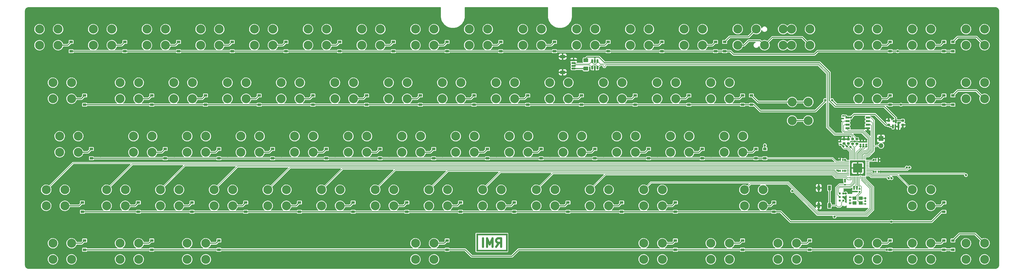
<source format=gbl>
G04 #@! TF.GenerationSoftware,KiCad,Pcbnew,(6.0.8)*
G04 #@! TF.CreationDate,2022-11-13T23:10:32+08:00*
G04 #@! TF.ProjectId,SI_FRL,53495f46-524c-42e6-9b69-6361645f7063,rev?*
G04 #@! TF.SameCoordinates,Original*
G04 #@! TF.FileFunction,Copper,L2,Bot*
G04 #@! TF.FilePolarity,Positive*
%FSLAX46Y46*%
G04 Gerber Fmt 4.6, Leading zero omitted, Abs format (unit mm)*
G04 Created by KiCad (PCBNEW (6.0.8)) date 2022-11-13 23:10:32*
%MOMM*%
%LPD*%
G01*
G04 APERTURE LIST*
G04 Aperture macros list*
%AMRoundRect*
0 Rectangle with rounded corners*
0 $1 Rounding radius*
0 $2 $3 $4 $5 $6 $7 $8 $9 X,Y pos of 4 corners*
0 Add a 4 corners polygon primitive as box body*
4,1,4,$2,$3,$4,$5,$6,$7,$8,$9,$2,$3,0*
0 Add four circle primitives for the rounded corners*
1,1,$1+$1,$2,$3*
1,1,$1+$1,$4,$5*
1,1,$1+$1,$6,$7*
1,1,$1+$1,$8,$9*
0 Add four rect primitives between the rounded corners*
20,1,$1+$1,$2,$3,$4,$5,0*
20,1,$1+$1,$4,$5,$6,$7,0*
20,1,$1+$1,$6,$7,$8,$9,0*
20,1,$1+$1,$8,$9,$2,$3,0*%
G04 Aperture macros list end*
%ADD10C,0.750000*%
G04 #@! TA.AperFunction,NonConductor*
%ADD11C,0.750000*%
G04 #@! TD*
G04 #@! TA.AperFunction,EtchedComponent*
%ADD12C,0.100000*%
G04 #@! TD*
G04 #@! TA.AperFunction,ComponentPad*
%ADD13C,3.180000*%
G04 #@! TD*
G04 #@! TA.AperFunction,SMDPad,CuDef*
%ADD14R,1.200000X0.900000*%
G04 #@! TD*
G04 #@! TA.AperFunction,SMDPad,CuDef*
%ADD15RoundRect,0.140000X-0.140000X-0.170000X0.140000X-0.170000X0.140000X0.170000X-0.140000X0.170000X0*%
G04 #@! TD*
G04 #@! TA.AperFunction,ComponentPad*
%ADD16R,1.700000X1.700000*%
G04 #@! TD*
G04 #@! TA.AperFunction,ComponentPad*
%ADD17O,1.700000X1.700000*%
G04 #@! TD*
G04 #@! TA.AperFunction,SMDPad,CuDef*
%ADD18RoundRect,0.225000X0.250000X-0.225000X0.250000X0.225000X-0.250000X0.225000X-0.250000X-0.225000X0*%
G04 #@! TD*
G04 #@! TA.AperFunction,SMDPad,CuDef*
%ADD19RoundRect,0.140000X0.140000X0.170000X-0.140000X0.170000X-0.140000X-0.170000X0.140000X-0.170000X0*%
G04 #@! TD*
G04 #@! TA.AperFunction,SMDPad,CuDef*
%ADD20RoundRect,0.140000X-0.170000X0.140000X-0.170000X-0.140000X0.170000X-0.140000X0.170000X0.140000X0*%
G04 #@! TD*
G04 #@! TA.AperFunction,SMDPad,CuDef*
%ADD21RoundRect,0.140000X0.170000X-0.140000X0.170000X0.140000X-0.170000X0.140000X-0.170000X-0.140000X0*%
G04 #@! TD*
G04 #@! TA.AperFunction,SMDPad,CuDef*
%ADD22RoundRect,0.150000X0.150000X-0.587500X0.150000X0.587500X-0.150000X0.587500X-0.150000X-0.587500X0*%
G04 #@! TD*
G04 #@! TA.AperFunction,SMDPad,CuDef*
%ADD23RoundRect,0.250001X-0.624999X0.462499X-0.624999X-0.462499X0.624999X-0.462499X0.624999X0.462499X0*%
G04 #@! TD*
G04 #@! TA.AperFunction,SMDPad,CuDef*
%ADD24R,1.400000X1.200000*%
G04 #@! TD*
G04 #@! TA.AperFunction,SMDPad,CuDef*
%ADD25R,1.000000X1.700000*%
G04 #@! TD*
G04 #@! TA.AperFunction,SMDPad,CuDef*
%ADD26RoundRect,0.135000X-0.185000X0.135000X-0.185000X-0.135000X0.185000X-0.135000X0.185000X0.135000X0*%
G04 #@! TD*
G04 #@! TA.AperFunction,SMDPad,CuDef*
%ADD27RoundRect,0.200000X0.275000X-0.200000X0.275000X0.200000X-0.275000X0.200000X-0.275000X-0.200000X0*%
G04 #@! TD*
G04 #@! TA.AperFunction,SMDPad,CuDef*
%ADD28RoundRect,0.150000X0.150000X-0.512500X0.150000X0.512500X-0.150000X0.512500X-0.150000X-0.512500X0*%
G04 #@! TD*
G04 #@! TA.AperFunction,SMDPad,CuDef*
%ADD29RoundRect,0.150000X0.650000X0.150000X-0.650000X0.150000X-0.650000X-0.150000X0.650000X-0.150000X0*%
G04 #@! TD*
G04 #@! TA.AperFunction,SMDPad,CuDef*
%ADD30RoundRect,0.150000X0.625000X-0.150000X0.625000X0.150000X-0.625000X0.150000X-0.625000X-0.150000X0*%
G04 #@! TD*
G04 #@! TA.AperFunction,SMDPad,CuDef*
%ADD31RoundRect,0.250000X0.650000X-0.350000X0.650000X0.350000X-0.650000X0.350000X-0.650000X-0.350000X0*%
G04 #@! TD*
G04 #@! TA.AperFunction,ConnectorPad*
%ADD32C,0.787400*%
G04 #@! TD*
G04 #@! TA.AperFunction,SMDPad,CuDef*
%ADD33RoundRect,0.050000X0.387500X0.050000X-0.387500X0.050000X-0.387500X-0.050000X0.387500X-0.050000X0*%
G04 #@! TD*
G04 #@! TA.AperFunction,SMDPad,CuDef*
%ADD34RoundRect,0.050000X0.050000X0.387500X-0.050000X0.387500X-0.050000X-0.387500X0.050000X-0.387500X0*%
G04 #@! TD*
G04 #@! TA.AperFunction,SMDPad,CuDef*
%ADD35RoundRect,0.144000X1.456000X1.456000X-1.456000X1.456000X-1.456000X-1.456000X1.456000X-1.456000X0*%
G04 #@! TD*
G04 #@! TA.AperFunction,SMDPad,CuDef*
%ADD36RoundRect,0.200000X-0.275000X0.200000X-0.275000X-0.200000X0.275000X-0.200000X0.275000X0.200000X0*%
G04 #@! TD*
G04 #@! TA.AperFunction,ViaPad*
%ADD37C,0.800000*%
G04 #@! TD*
G04 #@! TA.AperFunction,ViaPad*
%ADD38C,3.810000*%
G04 #@! TD*
G04 #@! TA.AperFunction,Conductor*
%ADD39C,0.200000*%
G04 #@! TD*
G04 #@! TA.AperFunction,Conductor*
%ADD40C,0.375000*%
G04 #@! TD*
G04 APERTURE END LIST*
D10*
D11*
X158662500Y-76763392D02*
X159662500Y-75334821D01*
X160376785Y-76763392D02*
X160376785Y-73763392D01*
X159233928Y-73763392D01*
X158948214Y-73906250D01*
X158805357Y-74049107D01*
X158662500Y-74334821D01*
X158662500Y-74763392D01*
X158805357Y-75049107D01*
X158948214Y-75191964D01*
X159233928Y-75334821D01*
X160376785Y-75334821D01*
X157376785Y-76763392D02*
X157376785Y-73763392D01*
X156376785Y-75906250D01*
X155376785Y-73763392D01*
X155376785Y-76763392D01*
X153948214Y-76763392D02*
X153948214Y-73763392D01*
G36*
X162662500Y-78406250D02*
G01*
X151662500Y-78406250D01*
X151662500Y-77906250D01*
X162662500Y-77906250D01*
X162662500Y-78406250D01*
G37*
D12*
X162662500Y-78406250D02*
X151662500Y-78406250D01*
X151662500Y-77906250D01*
X162662500Y-77906250D01*
X162662500Y-78406250D01*
G36*
X162662500Y-72656250D02*
G01*
X151662500Y-72656250D01*
X151662500Y-72156250D01*
X162662500Y-72156250D01*
X162662500Y-72656250D01*
G37*
X162662500Y-72656250D02*
X151662500Y-72656250D01*
X151662500Y-72156250D01*
X162662500Y-72156250D01*
X162662500Y-72656250D01*
G36*
X152162500Y-77906250D02*
G01*
X151662500Y-77906250D01*
X151662500Y-72656250D01*
X152162500Y-72656250D01*
X152162500Y-77906250D01*
G37*
X152162500Y-77906250D02*
X151662500Y-77906250D01*
X151662500Y-72656250D01*
X152162500Y-72656250D01*
X152162500Y-77906250D01*
G36*
X162662500Y-77906250D02*
G01*
X162162500Y-77906250D01*
X162162500Y-72656250D01*
X162662500Y-72656250D01*
X162662500Y-77906250D01*
G37*
X162662500Y-77906250D02*
X162162500Y-77906250D01*
X162162500Y-72656250D01*
X162662500Y-72656250D01*
X162662500Y-77906250D01*
D13*
X168150000Y640000D03*
X168150000Y-5080000D03*
X174750000Y640000D03*
X174750000Y-5080000D03*
X306262500Y-81280000D03*
X306262500Y-75560000D03*
X312862500Y-75560000D03*
X312862500Y-81280000D03*
X3843750Y-37460000D03*
X3843750Y-43180000D03*
X10443750Y-43180000D03*
X10443750Y-37460000D03*
X234825000Y-81280000D03*
X234825000Y-75560000D03*
X241425000Y-75560000D03*
X241425000Y-81280000D03*
X134812500Y-56510000D03*
X134812500Y-62230000D03*
X141412500Y-62230000D03*
X141412500Y-56510000D03*
X91950000Y-5080000D03*
X91950000Y640000D03*
X98550000Y640000D03*
X98550000Y-5080000D03*
X115762500Y-56510000D03*
X115762500Y-62230000D03*
X122362500Y-56510000D03*
X122362500Y-62230000D03*
X201487500Y-37460000D03*
X201487500Y-43180000D03*
X208087500Y-37460000D03*
X208087500Y-43180000D03*
X25275000Y-24130000D03*
X25275000Y-18410000D03*
X31875000Y-24130000D03*
X31875000Y-18410000D03*
X63375000Y-18410000D03*
X63375000Y-24130000D03*
X69975000Y-18410000D03*
X69975000Y-24130000D03*
X244350000Y640000D03*
X244350000Y-5080000D03*
X250950000Y640000D03*
X253875000Y-5080000D03*
X260475000Y-5080000D03*
X260475000Y640000D03*
X15750000Y640000D03*
X15750000Y-5080000D03*
X22350000Y640000D03*
X22350000Y-5080000D03*
X106237500Y-37460000D03*
X106237500Y-43180000D03*
X112837500Y-37460000D03*
X112837500Y-43180000D03*
X163387500Y-43180000D03*
X163387500Y-37460000D03*
X169987500Y-37460000D03*
X169987500Y-43180000D03*
X306262500Y-62230000D03*
X306262500Y-56510000D03*
X312862500Y-56510000D03*
X312862500Y-62230000D03*
X225300000Y-5080000D03*
X225300000Y640000D03*
X231900000Y-5080000D03*
X231900000Y640000D03*
X234825000Y-18410000D03*
X234825000Y-24130000D03*
X241425000Y-18410000D03*
X241425000Y-24130000D03*
X287212500Y-5080000D03*
X287212500Y640000D03*
X293812500Y640000D03*
X293812500Y-5080000D03*
X130050000Y640000D03*
X130050000Y-5080000D03*
X136650000Y-5080000D03*
X136650000Y640000D03*
X287212500Y-18410000D03*
X287212500Y-24130000D03*
X293812500Y-24130000D03*
X293812500Y-18410000D03*
X1462500Y-24130000D03*
X1462500Y-18410000D03*
X8062500Y-18410000D03*
X8062500Y-24130000D03*
X263660000Y-31875000D03*
X269380000Y-31875000D03*
X269380000Y-25275000D03*
X263660000Y-25275000D03*
X68137500Y-43180000D03*
X68137500Y-37460000D03*
X74737500Y-43180000D03*
X74737500Y-37460000D03*
X34800000Y640000D03*
X34800000Y-5080000D03*
X41400000Y-5080000D03*
X41400000Y640000D03*
X130050000Y-75560000D03*
X130050000Y-81280000D03*
X136650000Y-75560000D03*
X136650000Y-81280000D03*
X306262500Y-5080000D03*
X306262500Y640000D03*
X312862500Y-5080000D03*
X312862500Y640000D03*
X49087500Y-37460000D03*
X49087500Y-43180000D03*
X55687500Y-43180000D03*
X55687500Y-37460000D03*
X149100000Y640000D03*
X149100000Y-5080000D03*
X155700000Y640000D03*
X155700000Y-5080000D03*
X177675000Y-18410000D03*
X177675000Y-24130000D03*
X184275000Y-24130000D03*
X184275000Y-18410000D03*
X287212500Y-81280000D03*
X287212500Y-75560000D03*
X293812500Y-81280000D03*
X293812500Y-75560000D03*
X325312500Y640000D03*
X325312500Y-5080000D03*
X331912500Y640000D03*
X331912500Y-5080000D03*
X72900000Y-5080000D03*
X72900000Y640000D03*
X79500000Y-5080000D03*
X79500000Y640000D03*
X20512500Y-56510000D03*
X20512500Y-62230000D03*
X27112500Y-62230000D03*
X27112500Y-56510000D03*
X125287500Y-43180000D03*
X125287500Y-37460000D03*
X131887500Y-43180000D03*
X131887500Y-37460000D03*
X25275000Y-75560000D03*
X25275000Y-81280000D03*
X31875000Y-81280000D03*
X31875000Y-75560000D03*
X1462500Y-75560000D03*
X1462500Y-81280000D03*
X8062500Y-75560000D03*
X8062500Y-81280000D03*
X139575000Y-24130000D03*
X139575000Y-18410000D03*
X146175000Y-18410000D03*
X146175000Y-24130000D03*
X153862500Y-56510000D03*
X153862500Y-62230000D03*
X160462500Y-56510000D03*
X160462500Y-62230000D03*
X77662500Y-62230000D03*
X77662500Y-56510000D03*
X84262500Y-62230000D03*
X84262500Y-56510000D03*
X172912500Y-56510000D03*
X172912500Y-62230000D03*
X179512500Y-62230000D03*
X179512500Y-56510000D03*
X30037500Y-37460000D03*
X30037500Y-43180000D03*
X36637500Y-43180000D03*
X36637500Y-37460000D03*
X49087500Y-81280000D03*
X49087500Y-75560000D03*
X55687500Y-81280000D03*
X55687500Y-75560000D03*
X206250000Y-5080000D03*
X206250000Y640000D03*
X212850000Y-5080000D03*
X212850000Y640000D03*
X325312500Y-75560000D03*
X325312500Y-81280000D03*
X331912500Y-75560000D03*
X331912500Y-81280000D03*
X306262500Y-18410000D03*
X306262500Y-24130000D03*
X312862500Y-18410000D03*
X312862500Y-24130000D03*
X101475000Y-18410000D03*
X101475000Y-24130000D03*
X108075000Y-24130000D03*
X108075000Y-18410000D03*
X263400224Y640000D03*
X263400224Y-5080000D03*
X270000224Y640000D03*
X270000224Y-5080000D03*
X111000000Y-5080000D03*
X111000000Y640000D03*
X117600000Y-5080000D03*
X117600000Y640000D03*
X191962500Y-56510000D03*
X191962500Y-62230000D03*
X198562500Y-62230000D03*
X198562500Y-56510000D03*
X53850000Y-5080000D03*
X53850000Y640000D03*
X60450000Y640000D03*
X60450000Y-5080000D03*
X211012500Y-56510000D03*
X211012500Y-62230000D03*
X217612500Y-56510000D03*
X217612500Y-62230000D03*
X246731250Y-62230000D03*
X246731250Y-56510000D03*
X253331250Y-62230000D03*
X253331250Y-56510000D03*
X211012500Y-75560000D03*
X211012500Y-81280000D03*
X217612500Y-75560000D03*
X217612500Y-81280000D03*
X82425000Y-24130000D03*
X82425000Y-18410000D03*
X89025000Y-24130000D03*
X89025000Y-18410000D03*
X44325000Y-18410000D03*
X44325000Y-24130000D03*
X50925000Y-24130000D03*
X50925000Y-18410000D03*
X196725000Y-24130000D03*
X196725000Y-18410000D03*
X203325000Y-18410000D03*
X203325000Y-24130000D03*
X258637500Y-81280000D03*
X258637500Y-75560000D03*
X265237500Y-75560000D03*
X265237500Y-81280000D03*
X120525000Y-18410000D03*
X120525000Y-24130000D03*
X127125000Y-24130000D03*
X127125000Y-18410000D03*
X58612500Y-62230000D03*
X58612500Y-56510000D03*
X65212500Y-56510000D03*
X65212500Y-62230000D03*
X325312500Y-24130000D03*
X325312500Y-18410000D03*
X331912500Y-24130000D03*
X331912500Y-18410000D03*
X182437500Y-37460000D03*
X182437500Y-43180000D03*
X189037500Y-43180000D03*
X189037500Y-37460000D03*
X144337500Y-37460000D03*
X144337500Y-43180000D03*
X150937500Y-37460000D03*
X150937500Y-43180000D03*
X87187500Y-43180000D03*
X87187500Y-37460000D03*
X93787500Y-37460000D03*
X93787500Y-43180000D03*
X215775000Y-24130000D03*
X215775000Y-18410000D03*
X222375000Y-24130000D03*
X222375000Y-18410000D03*
X220537500Y-37460000D03*
X220537500Y-43180000D03*
X227137500Y-43180000D03*
X227137500Y-37460000D03*
X239587500Y-37460000D03*
X239587500Y-43180000D03*
X246187500Y-43180000D03*
X246187500Y-37460000D03*
X187200000Y-5080000D03*
X187200000Y640000D03*
X193800000Y-5080000D03*
X193800000Y640000D03*
X-918750Y-56510000D03*
X-918750Y-62230000D03*
X5681250Y-56510000D03*
X5681250Y-62230000D03*
X96712500Y-56510000D03*
X96712500Y-62230000D03*
X103312500Y-62230000D03*
X103312500Y-56510000D03*
X-3300000Y-5080000D03*
X-3300000Y640000D03*
X3300000Y-5080000D03*
X3300000Y640000D03*
X39562500Y-56510000D03*
X39562500Y-62230000D03*
X46162500Y-62230000D03*
X46162500Y-56510000D03*
X158625000Y-18410000D03*
X158625000Y-24130000D03*
X165225000Y-18410000D03*
X165225000Y-24130000D03*
D14*
X222250000Y-64356250D03*
X222250000Y-61056250D03*
X93662500Y-26256250D03*
X93662500Y-22956250D03*
X136525000Y-45306250D03*
X136525000Y-42006250D03*
X15081250Y-45306250D03*
X15081250Y-42006250D03*
D15*
X293320000Y-50100000D03*
X294280000Y-50100000D03*
D14*
X150812500Y-26256250D03*
X150812500Y-22956250D03*
X250825000Y-45306250D03*
X250825000Y-42006250D03*
X193675000Y-45306250D03*
X193675000Y-42006250D03*
X179387500Y-7206250D03*
X179387500Y-3906250D03*
D16*
X295175000Y-38250000D03*
D17*
X295175000Y-40790000D03*
D18*
X283600000Y-40075000D03*
X283600000Y-38525000D03*
D19*
X281680000Y-45900000D03*
X280720000Y-45900000D03*
D20*
X285600000Y-56220000D03*
X285600000Y-57180000D03*
D14*
X74612500Y-26256250D03*
X74612500Y-22956250D03*
X317500000Y-7206250D03*
X317500000Y-3906250D03*
X7937500Y-7206250D03*
X7937500Y-3906250D03*
X298450000Y-7206250D03*
X298450000Y-3906250D03*
X26987500Y-7206250D03*
X26987500Y-3906250D03*
D21*
X287900000Y-40380000D03*
X287900000Y-39420000D03*
D14*
X269875000Y-77850000D03*
X269875000Y-74550000D03*
X217487500Y-7206250D03*
X217487500Y-3906250D03*
X36512500Y-77850000D03*
X36512500Y-74550000D03*
X212725000Y-45306250D03*
X212725000Y-42006250D03*
D20*
X286600000Y-56220000D03*
X286600000Y-57180000D03*
D14*
X141287500Y-77850000D03*
X141287500Y-74550000D03*
X60325000Y-45306250D03*
X60325000Y-42006250D03*
X320675000Y-7206250D03*
X320675000Y-3906250D03*
X320675000Y-26256250D03*
X320675000Y-22956250D03*
D22*
X301350000Y-34037500D03*
X299450000Y-34037500D03*
X300400000Y-32162500D03*
D14*
X320675000Y-77850000D03*
X320675000Y-74550000D03*
X84137500Y-7206250D03*
X84137500Y-3906250D03*
X131762500Y-26256250D03*
X131762500Y-22956250D03*
D23*
X190500000Y-10418750D03*
X190500000Y-13393750D03*
D14*
X246062500Y-77850000D03*
X246062500Y-74550000D03*
X31750000Y-64356250D03*
X31750000Y-61056250D03*
X98425000Y-45306250D03*
X98425000Y-42006250D03*
X117475000Y-45306250D03*
X117475000Y-42006250D03*
X122237500Y-7206250D03*
X122237500Y-3906250D03*
X160337500Y-7206250D03*
X160337500Y-3906250D03*
X55562500Y-26256250D03*
X55562500Y-22956250D03*
D15*
X293320000Y-45900000D03*
X294280000Y-45900000D03*
D14*
X41275000Y-45306250D03*
X41275000Y-42006250D03*
X203200000Y-64356250D03*
X203200000Y-61056250D03*
D21*
X289900001Y-40380000D03*
X289900001Y-39420000D03*
D14*
X298450000Y-77850000D03*
X298450000Y-74550000D03*
X236537500Y-7206250D03*
X236537500Y-3906250D03*
X165100000Y-64356250D03*
X165100000Y-61056250D03*
X198437500Y-7206250D03*
X198437500Y-3906250D03*
X112712500Y-26256250D03*
X112712500Y-22956250D03*
X12700000Y-77850000D03*
X12700000Y-74550000D03*
D24*
X288000000Y-61250000D03*
X285800000Y-61250000D03*
X285800000Y-59550000D03*
X288000000Y-59550000D03*
D21*
X280800000Y-40380000D03*
X280800000Y-39420000D03*
D14*
X298450000Y-26256250D03*
X298450000Y-22956250D03*
X227012500Y-26256250D03*
X227012500Y-22956250D03*
X188912500Y-26256250D03*
X188912500Y-22956250D03*
X103187500Y-7206250D03*
X103187500Y-3906250D03*
X174625000Y-45306250D03*
X174625000Y-42006250D03*
X231775000Y-45306250D03*
X231775000Y-42006250D03*
X36512500Y-26256250D03*
X36512500Y-22956250D03*
D19*
X281679999Y-49800000D03*
X280719999Y-49800000D03*
D18*
X302900000Y-33475000D03*
X302900000Y-31925000D03*
D20*
X289600000Y-60620000D03*
X289600000Y-61580000D03*
D14*
X60325000Y-77850000D03*
X60325000Y-74550000D03*
D25*
X273100000Y-55850000D03*
X273100000Y-62150000D03*
X276900000Y-62150000D03*
X276900000Y-55850000D03*
D26*
X282400000Y-53640000D03*
X282400000Y-54660000D03*
D14*
X317500000Y-77850000D03*
X317500000Y-74550000D03*
X207962500Y-26256250D03*
X207962500Y-22956250D03*
X88900000Y-64356250D03*
X88900000Y-61056250D03*
X65087500Y-7206250D03*
X65087500Y-3906250D03*
D18*
X297899998Y-33475000D03*
X297899998Y-31925000D03*
D14*
X254000000Y-45306250D03*
X254000000Y-42006250D03*
X11906250Y-64356250D03*
X11906250Y-61056250D03*
D27*
X285100000Y-40125000D03*
X285100000Y-38475000D03*
D28*
X194625000Y-13043750D03*
X193675000Y-13043750D03*
X192725000Y-13043750D03*
X192725000Y-10768750D03*
X193675000Y-10768750D03*
X194625000Y-10768750D03*
D26*
X287600000Y-56190000D03*
X287600000Y-57210000D03*
D14*
X141287500Y-7206250D03*
X141287500Y-3906250D03*
X127000000Y-64356250D03*
X127000000Y-61056250D03*
X249237500Y-26256250D03*
X249237500Y-22956250D03*
X239712500Y-7206250D03*
X239712500Y-3906250D03*
X246062500Y-26256250D03*
X246062500Y-22956250D03*
X184150000Y-64356250D03*
X184150000Y-61056250D03*
X317500000Y-26256250D03*
X317500000Y-22956250D03*
X107950000Y-64356250D03*
X107950000Y-61056250D03*
D29*
X290500000Y-30795000D03*
X290500000Y-32065000D03*
X290500000Y-33335000D03*
X290500000Y-34605000D03*
X283300000Y-34605000D03*
X283300000Y-33335000D03*
X283300000Y-32065000D03*
X283300000Y-30795000D03*
D14*
X146050000Y-64356250D03*
X146050000Y-61056250D03*
X257175000Y-64356250D03*
X257175000Y-61056250D03*
D21*
X284200000Y-60180000D03*
X284200000Y-59220000D03*
D30*
X186150000Y-13406250D03*
X186150000Y-12406250D03*
X186150000Y-11406250D03*
X186150000Y-10406250D03*
D31*
X182275000Y-14706250D03*
X182275000Y-9106250D03*
D14*
X69850000Y-64356250D03*
X69850000Y-61056250D03*
D32*
X281835000Y-57830000D03*
X280565000Y-57830000D03*
X281835000Y-59100000D03*
X280565000Y-59100000D03*
X281835000Y-60370000D03*
X280565000Y-60370000D03*
D14*
X46037500Y-7206250D03*
X46037500Y-3906250D03*
X79375000Y-45306250D03*
X79375000Y-42006250D03*
X317500000Y-64356250D03*
X317500000Y-61056250D03*
D21*
X288900000Y-40380000D03*
X288900000Y-39420000D03*
D33*
X290337500Y-46200000D03*
X290337500Y-46600000D03*
X290337500Y-47000000D03*
X290337500Y-47400000D03*
X290337500Y-47800000D03*
X290337500Y-48200000D03*
X290337500Y-48600000D03*
X290337500Y-49000000D03*
X290337500Y-49400000D03*
X290337500Y-49800000D03*
X290337500Y-50200000D03*
X290337500Y-50600000D03*
X290337500Y-51000000D03*
X290337500Y-51400000D03*
D34*
X289500000Y-52237500D03*
X289100000Y-52237500D03*
X288700000Y-52237500D03*
X288300000Y-52237500D03*
X287900000Y-52237500D03*
X287500000Y-52237500D03*
X287100000Y-52237500D03*
X286700000Y-52237500D03*
X286300000Y-52237500D03*
X285900000Y-52237500D03*
X285500000Y-52237500D03*
X285100000Y-52237500D03*
X284700000Y-52237500D03*
X284300000Y-52237500D03*
D33*
X283462500Y-51400000D03*
X283462500Y-51000000D03*
X283462500Y-50600000D03*
X283462500Y-50200000D03*
X283462500Y-49800000D03*
X283462500Y-49400000D03*
X283462500Y-49000000D03*
X283462500Y-48600000D03*
X283462500Y-48200000D03*
X283462500Y-47800000D03*
X283462500Y-47400000D03*
X283462500Y-47000000D03*
X283462500Y-46600000D03*
X283462500Y-46200000D03*
D34*
X284300000Y-45362500D03*
X284700000Y-45362500D03*
X285100000Y-45362500D03*
X285500000Y-45362500D03*
X285900000Y-45362500D03*
X286300000Y-45362500D03*
X286700000Y-45362500D03*
X287100000Y-45362500D03*
X287500000Y-45362500D03*
X287900000Y-45362500D03*
X288300000Y-45362500D03*
X288700000Y-45362500D03*
X289100000Y-45362500D03*
X289500000Y-45362500D03*
D35*
X286900000Y-48800000D03*
D14*
X169862500Y-26256250D03*
X169862500Y-22956250D03*
D36*
X286600000Y-38475000D03*
X286600000Y-40125000D03*
D20*
X281700000Y-30220000D03*
X281700000Y-31180000D03*
D14*
X155575000Y-45306250D03*
X155575000Y-42006250D03*
X12700000Y-26256250D03*
X12700000Y-22956250D03*
X222250000Y-77850000D03*
X222250000Y-74550000D03*
D18*
X282100000Y-40075000D03*
X282100000Y-38525000D03*
D14*
X50800000Y-64356250D03*
X50800000Y-61056250D03*
D37*
X284344622Y-41355378D03*
X289900000Y-41100000D03*
X285600000Y-55500001D03*
X288100000Y-47600000D03*
X228200000Y-10100000D03*
D38*
X272030224Y5330000D03*
D37*
X301300000Y-35400000D03*
X227900000Y-13100000D03*
X208900000Y-13100000D03*
X280000000Y-45900000D03*
X285700000Y-48800000D03*
X286900000Y-47600000D03*
X101600000Y-46200000D03*
X257200000Y-44500000D03*
X158800000Y-46200000D03*
X272700000Y-10100000D03*
D38*
X333942500Y-70870000D03*
D37*
X209100000Y-10100000D03*
X272700000Y-13100000D03*
X277400000Y-44500000D03*
X282100000Y-37624480D03*
D38*
X242320000Y5330000D03*
D37*
X63500000Y-46200000D03*
X231100000Y-13100000D03*
X287900000Y-38700000D03*
X257200000Y-46200000D03*
D38*
X5330000Y5330000D03*
D37*
X234900000Y-46200000D03*
X196800000Y-46200000D03*
X259300000Y-10100000D03*
X295000000Y-50100000D03*
X270500000Y-13100000D03*
D38*
X229167500Y-32770000D03*
D37*
X286900000Y-48800000D03*
X288900000Y-38700000D03*
D38*
X10092500Y-70870000D03*
D37*
X282700000Y-59100000D03*
X82500000Y-44500000D03*
X177800000Y-46200000D03*
X225100000Y-10200000D03*
X289900000Y-38699998D03*
X215900000Y-44500000D03*
X278300000Y-23100000D03*
X187400000Y-10400000D03*
D38*
X132782500Y-51820000D03*
D37*
X18300000Y-44500000D03*
X177800000Y-44500000D03*
X261600000Y-13100000D03*
X289300000Y-34600000D03*
X275000000Y-27000000D03*
X278800000Y-38200000D03*
X215900000Y-46200000D03*
D38*
X323282500Y5330000D03*
D37*
X272100000Y-55800000D03*
X272100000Y-62200000D03*
X280999999Y-31200000D03*
X63500000Y-44500000D03*
X139700000Y-46200000D03*
X284799999Y-57200000D03*
X212100000Y-13100000D03*
X277600000Y-27000000D03*
X273500000Y-24900000D03*
X185087000Y-10400000D03*
X205900000Y-10100000D03*
X261600000Y-10100000D03*
X139700000Y-44500000D03*
X289600000Y-59500000D03*
X283600000Y-37624480D03*
D38*
X138680000Y-70870000D03*
D37*
X284200000Y-61300000D03*
X193700000Y-14100000D03*
X44500000Y-44500000D03*
X158800000Y-44500000D03*
X280000000Y-49800000D03*
X120700000Y-46200000D03*
X285700000Y-50000000D03*
X196800000Y-44500000D03*
X278900000Y-35000000D03*
X297900000Y-31100000D03*
D38*
X129155000Y-13720000D03*
D37*
X277400000Y-46200000D03*
D38*
X70870000Y5330000D03*
D37*
X82500000Y-46200000D03*
X285700000Y-47600000D03*
X270500000Y-10100000D03*
X18300000Y-46200000D03*
X301400000Y-33000000D03*
D38*
X251845000Y5330000D03*
D37*
X274600000Y-23100000D03*
D38*
X157730000Y5330000D03*
D37*
X101600000Y-44500000D03*
D38*
X232795000Y-70870000D03*
D37*
X259300000Y-13100000D03*
D38*
X38667500Y-32770000D03*
D37*
X44500000Y-46200000D03*
X288100000Y-49999999D03*
X295000000Y-45900000D03*
D38*
X262505000Y5330000D03*
D37*
X279800000Y-24900000D03*
X286900000Y-50000000D03*
X234900000Y-44500000D03*
X290500000Y-35300000D03*
X120700000Y-44500000D03*
X288100000Y-48800000D03*
X302900000Y-34300000D03*
X283100000Y-41100000D03*
X284500000Y-30800000D03*
X287900000Y-41100000D03*
X282400000Y-49800000D03*
X282400000Y-45900001D03*
X288900000Y-41099999D03*
X292600000Y-45900000D03*
X282399999Y-53000001D03*
X292600000Y-50100000D03*
X281800000Y-41099999D03*
X286600000Y-55500000D03*
X299700000Y-32100000D03*
X282700000Y-57799998D03*
X254000000Y-40700000D03*
X263660000Y-56960000D03*
X278700000Y-66100000D03*
X297193750Y-77850000D03*
X297900000Y-52400000D03*
X298899503Y-52400000D03*
X298846875Y-67865625D03*
X325312500Y-51312500D03*
X301093750Y-7206250D03*
X304300000Y-48600000D03*
X305300000Y-48600000D03*
X275350500Y-24606250D03*
X277812500Y-24606250D03*
X302256250Y-26256250D03*
D39*
X285100000Y-45362500D02*
X285100000Y-43100000D01*
X285600000Y-56220000D02*
X285600000Y-55500001D01*
X287099999Y-43639976D02*
X288539976Y-42200000D01*
X285100000Y-43100000D02*
X285100000Y-42110756D01*
X287100000Y-45362500D02*
X287099999Y-43639976D01*
X283600000Y-40075000D02*
X283600000Y-40610756D01*
X285100000Y-42110756D02*
X284344622Y-41355378D01*
X283600000Y-40610756D02*
X284344622Y-41355378D01*
X288539976Y-42200000D02*
X288800000Y-42200000D01*
X289899998Y-40380000D02*
X289900000Y-41100000D01*
X286300000Y-52237500D02*
X286300000Y-54800000D01*
X288800000Y-42200000D02*
X289900000Y-41100000D01*
X286300000Y-54800000D02*
X285600000Y-55500001D01*
D40*
X301350000Y-34037501D02*
X301350000Y-33050000D01*
D39*
X282100000Y-38525000D02*
X282100000Y-37624480D01*
X289900000Y-39420000D02*
X289900000Y-38699998D01*
X284200000Y-60180000D02*
X284200000Y-61300000D01*
D40*
X186150000Y-10406250D02*
X187393750Y-10406250D01*
X186150000Y-10406250D02*
X185093250Y-10406250D01*
X273100000Y-55850000D02*
X272150000Y-55850000D01*
X187393750Y-10406250D02*
X187400000Y-10400000D01*
D39*
X284820000Y-57180000D02*
X284799999Y-57200000D01*
X287900000Y-39420000D02*
X287900000Y-38700000D01*
X285800000Y-61250000D02*
X284250000Y-61250000D01*
D40*
X302900000Y-33475000D02*
X302900000Y-34300000D01*
D39*
X281700001Y-31180000D02*
X281020000Y-31180000D01*
X280720000Y-49800000D02*
X280000000Y-49800000D01*
X287900000Y-52237500D02*
X287900000Y-49799998D01*
D40*
X301350000Y-33050000D02*
X301400000Y-33000000D01*
X272150000Y-55850000D02*
X272100000Y-55800000D01*
D39*
X289600000Y-60620000D02*
X289600000Y-59500000D01*
X289550000Y-59550000D02*
X289600000Y-59500000D01*
D40*
X273100000Y-62150000D02*
X272150000Y-62150000D01*
X301350000Y-34037501D02*
X301350000Y-35350000D01*
X297900000Y-31925000D02*
X297900000Y-31100000D01*
X301350000Y-35350000D02*
X301300000Y-35400000D01*
X193675000Y-13043750D02*
X193675000Y-14075000D01*
X290500000Y-34605000D02*
X290500000Y-35300000D01*
X193675000Y-14075000D02*
X193700000Y-14100000D01*
D39*
X284250000Y-61250000D02*
X284200000Y-61300000D01*
D40*
X185093250Y-10406250D02*
X185087000Y-10400000D01*
D39*
X285600000Y-57179999D02*
X284820000Y-57180000D01*
X286600000Y-57180002D02*
X285600000Y-57179999D01*
X294280000Y-45900000D02*
X295000000Y-45900000D01*
D40*
X281835000Y-59100000D02*
X282700000Y-59100000D01*
X290500000Y-34605000D02*
X289305000Y-34605000D01*
D39*
X281020000Y-31180000D02*
X280999999Y-31200000D01*
X283600000Y-38525000D02*
X283600000Y-37624480D01*
D40*
X272150000Y-62150000D02*
X272100000Y-62200000D01*
D39*
X288900000Y-39420001D02*
X288900000Y-38700000D01*
X280720000Y-45900000D02*
X280000000Y-45900000D01*
D40*
X289305000Y-34605000D02*
X289300000Y-34600000D01*
D39*
X288000000Y-59550000D02*
X289550000Y-59550000D01*
X294280000Y-50100000D02*
X295000000Y-50100000D01*
X287900000Y-49799998D02*
X286900000Y-48800000D01*
D40*
X296900001Y-33500000D02*
X297875000Y-33500000D01*
X282400000Y-53640000D02*
X282399999Y-53000001D01*
X283300000Y-30795001D02*
X284495000Y-30795000D01*
D39*
X287900000Y-40380000D02*
X287900000Y-41100000D01*
X284300000Y-42900000D02*
X283200000Y-41800000D01*
X284300000Y-45362500D02*
X284300000Y-42900000D01*
X293320000Y-45900000D02*
X292600000Y-45900000D01*
X286700000Y-55400000D02*
X286600000Y-55500000D01*
X288900000Y-40380000D02*
X288900000Y-41099999D01*
D40*
X284495000Y-30795000D02*
X284500000Y-30800000D01*
X298462500Y-34037500D02*
X297900000Y-33475000D01*
D39*
X281680000Y-49800000D02*
X282400000Y-49800000D01*
X286700001Y-43474970D02*
X288900000Y-41274969D01*
D40*
X282100000Y-40100000D02*
X283100000Y-41100000D01*
D39*
X287900000Y-41700000D02*
X287900000Y-41100000D01*
D40*
X297875000Y-33500000D02*
X297900000Y-33475000D01*
D39*
X286700000Y-52237500D02*
X286700000Y-55400000D01*
X286300000Y-43300000D02*
X287900000Y-41700000D01*
X282700000Y-46200000D02*
X282400000Y-45900001D01*
D40*
X281700000Y-30220000D02*
X282725000Y-30220000D01*
D39*
X282100000Y-41800000D02*
X281800000Y-41500000D01*
X283462500Y-46200000D02*
X282700000Y-46200000D01*
X286700000Y-45362499D02*
X286700001Y-43474970D01*
D40*
X282725000Y-30220000D02*
X283300000Y-30795001D01*
D39*
X283462500Y-49799999D02*
X282400000Y-49800000D01*
X284700000Y-45362500D02*
X284700000Y-42700000D01*
X283462500Y-46200000D02*
X282580000Y-46200000D01*
D40*
X293076398Y-29676398D02*
X296900001Y-33500000D01*
D39*
X283200000Y-41800000D02*
X282100000Y-41800000D01*
D40*
X280800000Y-40380000D02*
X281080001Y-40380000D01*
D39*
X293320000Y-50100000D02*
X292600000Y-50100000D01*
X292300000Y-49800000D02*
X292600000Y-50100000D01*
X284700000Y-42700000D02*
X283100000Y-41100000D01*
D40*
X284500000Y-30800000D02*
X285623602Y-29676398D01*
D39*
X292300000Y-46200001D02*
X292600000Y-45900000D01*
X290337500Y-46200000D02*
X292299999Y-46200001D01*
X286600000Y-56220000D02*
X286600000Y-55500000D01*
D40*
X285623602Y-29676398D02*
X293076398Y-29676398D01*
X299450000Y-34037500D02*
X298462500Y-34037500D01*
D39*
X286300001Y-45362500D02*
X286300000Y-43300000D01*
X281680000Y-45900000D02*
X282400000Y-45900001D01*
X281800000Y-41500000D02*
X281800000Y-41099999D01*
X290337500Y-49800000D02*
X292300000Y-49800000D01*
X288900000Y-41274969D02*
X288900000Y-41099999D01*
D40*
X281080001Y-40380000D02*
X281800000Y-41099999D01*
D39*
X292299999Y-46200001D02*
X292600000Y-45900000D01*
D40*
X193725000Y-9575000D02*
X194000000Y-9300000D01*
X193400000Y-9300000D02*
X194000000Y-9300000D01*
X193400000Y-9300000D02*
X193675000Y-9575000D01*
X278924016Y-26830770D02*
X276887020Y-24793773D01*
X300400000Y-32162500D02*
X300400000Y-30900000D01*
X300400000Y-30900000D02*
X296330770Y-26830770D01*
X276887020Y-14807032D02*
X273324218Y-11244230D01*
X191000000Y-9300000D02*
X193400000Y-9300000D01*
X190500000Y-9800000D02*
X191000000Y-9300000D01*
X300337500Y-32100000D02*
X300400000Y-32162500D01*
X190500000Y-10418750D02*
X190500000Y-9800000D01*
X273324218Y-11244230D02*
X197044230Y-11244230D01*
X193675000Y-9575000D02*
X193675000Y-10768750D01*
X282670000Y-57830000D02*
X282700000Y-57799998D01*
X300637500Y-31925000D02*
X300400000Y-32162500D01*
X193675000Y-9575000D02*
X193725000Y-9575000D01*
X296330770Y-26830770D02*
X278924016Y-26830770D01*
X197044230Y-11244230D02*
X195100000Y-9300000D01*
X299700000Y-32100000D02*
X300337500Y-32100000D01*
X302900000Y-31925000D02*
X300637500Y-31925000D01*
X281834999Y-57830000D02*
X282670000Y-57830000D01*
X195100000Y-9300000D02*
X194000000Y-9300000D01*
X276887020Y-24793773D02*
X276887020Y-14807032D01*
D39*
X288000000Y-61250000D02*
X287800978Y-61250000D01*
X287500000Y-54734994D02*
X287500000Y-52237500D01*
X288000000Y-61250000D02*
X287900000Y-61249998D01*
X288330000Y-61580000D02*
X288000000Y-61250000D01*
X287000489Y-58744015D02*
X288219520Y-57524984D01*
X288219520Y-55454514D02*
X287500000Y-54734994D01*
X289600000Y-61580000D02*
X288330000Y-61580000D01*
X288219520Y-57524984D02*
X288219520Y-55454514D01*
X287800978Y-61250000D02*
X287000489Y-60449511D01*
X287000489Y-60449511D02*
X287000489Y-58744015D01*
X284200000Y-59220000D02*
X285470000Y-59220000D01*
X285800000Y-59379498D02*
X287600000Y-57579498D01*
X287600000Y-57210001D02*
X287600000Y-57579498D01*
X285470000Y-59220000D02*
X285800000Y-59550000D01*
X285800000Y-59550000D02*
X285800000Y-59379498D01*
D40*
X6763750Y-5080000D02*
X7937500Y-3906250D01*
X3300000Y-5080000D02*
X6763750Y-5080000D01*
X25813750Y-5080000D02*
X26987500Y-3906250D01*
X22350000Y-5080000D02*
X25813750Y-5080000D01*
X41400000Y-5080000D02*
X44863750Y-5080000D01*
X44863750Y-5080000D02*
X46037500Y-3906250D01*
X60450000Y-5080000D02*
X63913750Y-5080000D01*
X63913750Y-5080000D02*
X65087500Y-3906250D01*
X82963750Y-5080000D02*
X84137500Y-3906250D01*
X79500000Y-5080000D02*
X82963750Y-5080000D01*
X98550000Y-5080000D02*
X102013750Y-5080000D01*
X102013750Y-5080000D02*
X103187500Y-3906250D01*
X117600000Y-5080000D02*
X121063750Y-5080000D01*
X121063750Y-5080000D02*
X122237500Y-3906250D01*
X136650000Y-5080000D02*
X140113750Y-5080000D01*
X140113750Y-5080000D02*
X141287500Y-3906250D01*
X159163750Y-5080000D02*
X160337500Y-3906250D01*
X155700000Y-5080000D02*
X159163750Y-5080000D01*
X174750000Y-5080000D02*
X178213750Y-5080000D01*
X178213750Y-5080000D02*
X179387500Y-3906250D01*
X197263750Y-5080000D02*
X198437500Y-3906250D01*
X193800000Y-5080000D02*
X197263750Y-5080000D01*
X216313750Y-5080000D02*
X217487500Y-3906250D01*
X212850000Y-5080000D02*
X216313750Y-5080000D01*
X231900000Y-5080000D02*
X235363750Y-5080000D01*
X235363750Y-5080000D02*
X236537500Y-3906250D01*
X248210000Y-2100000D02*
X241518750Y-2100000D01*
X241518750Y-2100000D02*
X239712500Y-3906250D01*
X250950000Y640000D02*
X248210000Y-2100000D01*
X293812500Y-5080000D02*
X297276250Y-5080000D01*
X297276250Y-5080000D02*
X298450000Y-3906250D01*
X312862500Y-5080000D02*
X316326250Y-5080000D01*
X316326250Y-5080000D02*
X317500000Y-3906250D01*
X329032500Y-2200000D02*
X331912500Y-5080000D01*
X322381250Y-2200000D02*
X329032500Y-2200000D01*
X320675000Y-3906250D02*
X322381250Y-2200000D01*
X8062500Y-24130000D02*
X11526250Y-24130000D01*
X11526250Y-24130000D02*
X12700000Y-22956250D01*
X35338750Y-24130000D02*
X36512500Y-22956250D01*
X31875000Y-24130000D02*
X35338750Y-24130000D01*
X50925000Y-24130000D02*
X54388750Y-24130000D01*
X54388750Y-24130000D02*
X55562500Y-22956250D01*
X73438750Y-24130000D02*
X74612500Y-22956250D01*
X69975000Y-24130000D02*
X73438750Y-24130000D01*
X92488750Y-24130000D02*
X93662500Y-22956250D01*
X89025000Y-24130000D02*
X92488750Y-24130000D01*
X111538750Y-24130000D02*
X112712500Y-22956250D01*
X108075000Y-24130000D02*
X111538750Y-24130000D01*
X127125000Y-24130000D02*
X130588750Y-24130000D01*
X130588750Y-24130000D02*
X131762500Y-22956250D01*
X149638750Y-24130000D02*
X150812500Y-22956250D01*
X146175000Y-24130000D02*
X149638750Y-24130000D01*
X165225000Y-24130000D02*
X168688750Y-24130000D01*
X168688750Y-24130000D02*
X169862500Y-22956250D01*
X187738750Y-24130000D02*
X188912500Y-22956250D01*
X184275000Y-24130000D02*
X187738750Y-24130000D01*
X206788750Y-24130000D02*
X207962500Y-22956250D01*
X203325000Y-24130000D02*
X206788750Y-24130000D01*
X222375000Y-24130000D02*
X225838750Y-24130000D01*
X225838750Y-24130000D02*
X227012500Y-22956250D01*
X244888750Y-24130000D02*
X246062500Y-22956250D01*
X241425000Y-24130000D02*
X244888750Y-24130000D01*
X269380000Y-25275000D02*
X263660000Y-25275000D01*
X263660000Y-25275000D02*
X251556250Y-25275000D01*
X251556250Y-25275000D02*
X249237500Y-22956250D01*
X293812500Y-24130000D02*
X297276250Y-24130000D01*
X297276250Y-24130000D02*
X298450000Y-22956250D01*
X316326250Y-24130000D02*
X317500000Y-22956250D01*
X312862500Y-24130000D02*
X316326250Y-24130000D01*
X322431250Y-21200000D02*
X328982500Y-21200000D01*
X320675000Y-22956250D02*
X322431250Y-21200000D01*
X328982500Y-21200000D02*
X331912500Y-24130000D01*
X13907500Y-43180000D02*
X15081250Y-42006250D01*
X10443750Y-43180000D02*
X13907500Y-43180000D01*
X36637500Y-43180000D02*
X40101250Y-43180000D01*
X40101250Y-43180000D02*
X41275000Y-42006250D01*
X55687500Y-43180000D02*
X59151250Y-43180000D01*
X59151250Y-43180000D02*
X60325000Y-42006250D01*
X78201250Y-43180000D02*
X79375000Y-42006250D01*
X74737500Y-43180000D02*
X78201250Y-43180000D01*
X97251250Y-43180000D02*
X98425000Y-42006250D01*
X93787500Y-43180000D02*
X97251250Y-43180000D01*
X112837500Y-43180000D02*
X116301250Y-43180000D01*
X116301250Y-43180000D02*
X117475000Y-42006250D01*
X131887500Y-43180000D02*
X135351250Y-43180000D01*
X135351250Y-43180000D02*
X136525000Y-42006250D01*
X154401250Y-43180000D02*
X155575000Y-42006250D01*
X150937500Y-43180000D02*
X154401250Y-43180000D01*
X169987500Y-43180000D02*
X173451250Y-43180000D01*
X173451250Y-43180000D02*
X174625000Y-42006250D01*
X192501250Y-43180000D02*
X193675000Y-42006250D01*
X189037500Y-43180000D02*
X192501250Y-43180000D01*
X211551250Y-43180000D02*
X212725000Y-42006250D01*
X208087500Y-43180000D02*
X211551250Y-43180000D01*
X227137500Y-43180000D02*
X230601250Y-43180000D01*
X230601250Y-43180000D02*
X231775000Y-42006250D01*
X246187500Y-43180000D02*
X249651250Y-43180000D01*
X249651250Y-43180000D02*
X250825000Y-42006250D01*
X254000000Y-40700000D02*
X254000000Y-42006250D01*
X260475000Y-5080000D02*
X263400000Y-5080000D01*
X260475000Y640000D02*
X263400000Y640000D01*
X10732500Y-62230000D02*
X11906250Y-61056250D01*
X5681250Y-62230000D02*
X10732500Y-62230000D01*
X27112500Y-62230000D02*
X30576250Y-62230000D01*
X30576250Y-62230000D02*
X31750000Y-61056250D01*
X46162500Y-62230000D02*
X49626250Y-62230000D01*
X49626250Y-62230000D02*
X50800000Y-61056250D01*
X65212500Y-62230000D02*
X68676250Y-62230000D01*
X68676250Y-62230000D02*
X69850000Y-61056250D01*
X84262500Y-62230000D02*
X87726250Y-62230000D01*
X87726250Y-62230000D02*
X88900000Y-61056250D01*
X106776250Y-62230000D02*
X107950000Y-61056250D01*
X103312500Y-62230000D02*
X106776250Y-62230000D01*
X122362500Y-62230000D02*
X125826250Y-62230000D01*
X125826250Y-62230000D02*
X127000000Y-61056250D01*
X144876250Y-62230000D02*
X146050000Y-61056250D01*
X141412500Y-62230000D02*
X144876250Y-62230000D01*
X163926250Y-62230000D02*
X165100000Y-61056250D01*
X160462500Y-62230000D02*
X163926250Y-62230000D01*
X179512500Y-62230000D02*
X182976250Y-62230000D01*
X182976250Y-62230000D02*
X184150000Y-61056250D01*
X202026250Y-62230000D02*
X203200000Y-61056250D01*
X198562500Y-62230000D02*
X202026250Y-62230000D01*
X221076250Y-62230000D02*
X222250000Y-61056250D01*
X217612500Y-62230000D02*
X221076250Y-62230000D01*
X253331250Y-62230000D02*
X256001250Y-62230000D01*
X256001250Y-62230000D02*
X257175000Y-61056250D01*
X316326250Y-62230000D02*
X317500000Y-61056250D01*
X312862500Y-62230000D02*
X316326250Y-62230000D01*
X8062500Y-75560000D02*
X11690000Y-75560000D01*
X11690000Y-75560000D02*
X12700000Y-74550000D01*
X35502500Y-75560000D02*
X36512500Y-74550000D01*
X31875000Y-75560000D02*
X35502500Y-75560000D01*
X59315000Y-75560000D02*
X60325000Y-74550000D01*
X55687500Y-75560000D02*
X59315000Y-75560000D01*
X136650000Y-75560000D02*
X140277500Y-75560000D01*
X140277500Y-75560000D02*
X141287500Y-74550000D01*
X217612500Y-75560000D02*
X221240000Y-75560000D01*
X221240000Y-75560000D02*
X222250000Y-74550000D01*
X241425000Y-75560000D02*
X245052500Y-75560000D01*
X245052500Y-75560000D02*
X246062500Y-74550000D01*
X265237500Y-75560000D02*
X268865000Y-75560000D01*
X268865000Y-75560000D02*
X269875000Y-74550000D01*
X297440000Y-75560000D02*
X298450000Y-74550000D01*
X293812500Y-75560000D02*
X297440000Y-75560000D01*
X312862500Y-75560000D02*
X316490000Y-75560000D01*
X316490000Y-75560000D02*
X317500000Y-74550000D01*
X322993750Y-72231250D02*
X320675000Y-74550000D01*
X328583750Y-72231250D02*
X322993750Y-72231250D01*
X331912500Y-75560000D02*
X328583750Y-72231250D01*
X190487500Y-13406250D02*
X190500000Y-13393750D01*
X186150000Y-13406250D02*
X190487500Y-13406250D01*
D39*
X285100000Y-37469975D02*
X285100000Y-38475000D01*
X197381250Y-12566938D02*
X197381250Y-12381250D01*
X193338803Y-12081730D02*
X194081730Y-12081730D01*
X186475000Y-12081250D02*
X191762500Y-12081250D01*
X192725000Y-12695533D02*
X193338803Y-12081730D01*
X196781250Y-12381250D02*
X196781250Y-12566938D01*
X194081730Y-12081730D02*
X194625000Y-12625000D01*
X272977512Y-12081250D02*
X276050000Y-15153738D01*
X194625000Y-13043750D02*
X195587500Y-12081250D01*
X284555005Y-36924980D02*
X285100000Y-37469975D01*
X186150000Y-12406250D02*
X186475000Y-12081250D01*
X192725000Y-13043750D02*
X192725000Y-12695533D01*
X197681250Y-12081250D02*
X198931250Y-12081250D01*
X278771242Y-36924980D02*
X284555005Y-36924980D01*
X198931250Y-12081250D02*
X272977512Y-12081250D01*
X194625000Y-12625000D02*
X194625000Y-13043750D01*
X191762500Y-12081250D02*
X192725000Y-13043750D01*
X276050000Y-34203738D02*
X278771242Y-36924980D01*
X195587500Y-12081250D02*
X196481250Y-12081250D01*
X276050000Y-15153738D02*
X276050000Y-34203738D01*
X197081250Y-12866950D02*
G75*
G02*
X196781250Y-12566938I50J300050D01*
G01*
X197681250Y-12081250D02*
G75*
G03*
X197381250Y-12381250I50J-300050D01*
G01*
X197381238Y-12566938D02*
G75*
G02*
X197081250Y-12866938I-300038J38D01*
G01*
X196781250Y-12381250D02*
G75*
G03*
X196481250Y-12081250I-300050J-50D01*
G01*
X186475000Y-11731250D02*
X191762500Y-11731250D01*
X276400000Y-34058762D02*
X276400000Y-15008762D01*
X192725000Y-11116967D02*
X193338803Y-11730770D01*
X284699980Y-36574980D02*
X278916218Y-36574980D01*
X194625000Y-11116967D02*
X194625000Y-10768750D01*
X286600000Y-38475000D02*
X284699980Y-36574980D01*
X192725000Y-10768750D02*
X192725000Y-11116967D01*
X195587500Y-11731250D02*
X194625000Y-10768750D01*
X278916218Y-36574980D02*
X276400000Y-34058762D01*
X191762500Y-11731250D02*
X192725000Y-10768750D01*
X273122488Y-11731250D02*
X195587500Y-11731250D01*
X193338803Y-11730770D02*
X194011197Y-11730770D01*
X276400000Y-15008762D02*
X273122488Y-11731250D01*
X194011197Y-11730770D02*
X194625000Y-11116967D01*
X186150000Y-11406250D02*
X186475000Y-11731250D01*
X280100000Y-57365000D02*
X280100000Y-56100000D01*
X285900000Y-54200000D02*
X285900000Y-52237500D01*
X280550000Y-55650000D02*
X284450000Y-55650000D01*
X284450000Y-55650000D02*
X285900000Y-54200000D01*
X280100000Y-56100000D02*
X280550000Y-55650000D01*
X280565000Y-57830000D02*
X280100000Y-57365000D01*
X284284514Y-55250480D02*
X285500001Y-54034994D01*
X279700481Y-55934514D02*
X280384514Y-55250480D01*
X280384514Y-55250480D02*
X284284514Y-55250480D01*
X280565000Y-59100000D02*
X279700480Y-58235480D01*
X285500001Y-54034994D02*
X285500000Y-52237500D01*
X279700480Y-58235480D02*
X279700481Y-55934514D01*
X282400000Y-54660000D02*
X284240000Y-54660000D01*
X278950000Y-62150000D02*
X276900000Y-62150000D01*
D40*
X276900000Y-55850000D02*
X276900000Y-62150000D01*
D39*
X280650000Y-62550000D02*
X279850000Y-62550000D01*
X278950000Y-62150000D02*
X279450000Y-62150000D01*
X281200000Y-61005000D02*
X281200000Y-62000000D01*
X279300960Y-62000960D02*
X279300962Y-55769027D01*
X282400000Y-54660000D02*
X280409988Y-54660000D01*
X279300962Y-55769027D02*
X280409988Y-54660000D01*
X279300960Y-62000960D02*
X279151920Y-62150000D01*
X285100000Y-53800000D02*
X285100000Y-52237500D01*
X281835000Y-60370000D02*
X281200000Y-61005000D01*
X284240000Y-54660000D02*
X285100000Y-53800000D01*
X279450000Y-62150000D02*
X279300960Y-62000960D01*
X279151920Y-62150000D02*
X278950000Y-62150000D01*
X281200000Y-62000000D02*
X280650000Y-62550000D01*
X279850000Y-62550000D02*
X279450000Y-62150000D01*
X287100000Y-54900000D02*
X287600001Y-55400000D01*
X287600001Y-55400000D02*
X287600000Y-56190000D01*
X287100000Y-52237500D02*
X287100000Y-54900000D01*
X285499998Y-45362500D02*
X285500000Y-41200000D01*
X285100000Y-40800000D02*
X285100000Y-40125000D01*
X285500000Y-41200000D02*
X285100000Y-40800000D01*
X285899999Y-45362500D02*
X285900000Y-41300000D01*
X286600000Y-40600000D02*
X286600000Y-40125000D01*
X285900000Y-41300000D02*
X286600000Y-40600000D01*
X289767408Y-44597600D02*
X290702401Y-44597599D01*
X290702401Y-44597599D02*
X292599040Y-42700960D01*
X292599040Y-40899040D02*
X292599040Y-31799040D01*
X292599040Y-31799040D02*
X291595000Y-30795000D01*
X293650000Y-40950000D02*
X293810000Y-40790000D01*
X289500000Y-45362500D02*
X289500000Y-44865008D01*
X292650000Y-40950000D02*
X292599040Y-40899040D01*
X293650000Y-40950000D02*
X292650000Y-40950000D01*
X289500000Y-44865008D02*
X289767408Y-44597600D01*
X293810000Y-40790000D02*
X295175000Y-40790000D01*
X292599040Y-42700960D02*
X292599040Y-40899040D01*
X291595000Y-30795000D02*
X290500000Y-30795000D01*
X290599509Y-38299511D02*
X290599511Y-41875460D01*
X287500000Y-43804982D02*
X288704982Y-42600000D01*
X290599509Y-38299511D02*
X288475480Y-36175480D01*
X288704982Y-42600000D02*
X289874970Y-42600000D01*
X289874970Y-42600000D02*
X290599511Y-41875460D01*
X282135000Y-32065001D02*
X283300000Y-32065000D01*
X288475480Y-36175480D02*
X282175480Y-36175480D01*
X287500000Y-45362500D02*
X287500000Y-43804982D01*
X282175480Y-36175480D02*
X281500002Y-35500000D01*
X281500002Y-35500000D02*
X281500000Y-32700000D01*
X281500000Y-32700000D02*
X282135000Y-32065001D01*
X281899520Y-35334514D02*
X281899520Y-33700480D01*
X290999031Y-38134025D02*
X288640967Y-35775962D01*
X281899520Y-33700480D02*
X282265000Y-33335000D01*
X282265000Y-33335000D02*
X283300000Y-33334999D01*
X290040456Y-42999520D02*
X290999030Y-42040946D01*
X288870468Y-42999520D02*
X290040456Y-42999520D01*
X282340966Y-35775960D02*
X281899520Y-35334514D01*
X290999030Y-42040946D02*
X290999031Y-38134025D01*
X287900000Y-43969988D02*
X288870468Y-42999520D01*
X288640967Y-35775962D02*
X282340966Y-35775960D01*
X287900000Y-45362498D02*
X287900000Y-43969988D01*
X289035954Y-43399041D02*
X290205942Y-43399040D01*
X291398550Y-42206433D02*
X291398552Y-37968539D01*
X290205942Y-43399040D02*
X291398550Y-42206433D01*
X288806453Y-35376441D02*
X283476440Y-35376440D01*
X283476440Y-35376440D02*
X283300000Y-35200000D01*
X283300000Y-35200000D02*
X283300000Y-34605000D01*
X288300000Y-45362500D02*
X288299999Y-44134994D01*
X291398552Y-37968539D02*
X288806453Y-35376441D01*
X288299999Y-44134994D02*
X289035954Y-43399041D01*
X290371428Y-43798560D02*
X291798069Y-42371918D01*
X291798069Y-42371918D02*
X291798071Y-38600000D01*
X291435000Y-33335000D02*
X290500000Y-33335000D01*
X288700000Y-45362500D02*
X288700000Y-44300000D01*
X291800000Y-33700000D02*
X291435000Y-33335000D01*
X289201440Y-43798560D02*
X290371428Y-43798560D01*
X291798071Y-34467354D02*
X291800000Y-34465425D01*
X288700000Y-44300000D02*
X289201440Y-43798560D01*
X291800000Y-34465425D02*
X291800000Y-33700000D01*
X291798071Y-38600000D02*
X291798071Y-34467354D01*
X289100000Y-45362500D02*
X289100000Y-44700001D01*
X290536915Y-44198079D02*
X292199520Y-42535474D01*
X289601920Y-44198080D02*
X290536915Y-44198079D01*
X291465000Y-32065000D02*
X290500000Y-32065000D01*
X292199520Y-32799520D02*
X291465000Y-32065000D01*
X292199520Y-42535474D02*
X292199520Y-32799520D01*
X289100000Y-44700001D02*
X289601920Y-44198080D01*
X279300000Y-46600000D02*
X278006250Y-45306250D01*
D40*
X60325000Y-45306250D02*
X79375000Y-45306250D01*
D39*
X278006250Y-45306250D02*
X254000000Y-45306250D01*
D40*
X250825000Y-45306250D02*
X254000000Y-45306250D01*
X193675000Y-45306250D02*
X212725000Y-45306250D01*
D39*
X283462500Y-46600000D02*
X279300000Y-46600000D01*
D40*
X79375000Y-45306250D02*
X98425000Y-45306250D01*
X98425000Y-45306250D02*
X117475000Y-45306250D01*
X15081250Y-45306250D02*
X41275000Y-45306250D01*
X174625000Y-45306250D02*
X193675000Y-45306250D01*
X231775000Y-45306250D02*
X250825000Y-45306250D01*
X117475000Y-45306250D02*
X136525000Y-45306250D01*
X41275000Y-45306250D02*
X60325000Y-45306250D01*
X155575000Y-45306250D02*
X174625000Y-45306250D01*
X212725000Y-45306250D02*
X231775000Y-45306250D01*
X136525000Y-45306250D02*
X155575000Y-45306250D01*
D39*
X-918750Y-56510000D02*
X8591250Y-47000000D01*
X283462500Y-47000000D02*
X8591250Y-47000000D01*
X283462500Y-47400000D02*
X29622500Y-47400000D01*
X29622500Y-47400000D02*
X20512500Y-56510000D01*
X283462500Y-47800000D02*
X48272500Y-47800000D01*
X48272500Y-47800000D02*
X39562500Y-56510000D01*
X66922500Y-48200000D02*
X58612500Y-56510000D01*
X283462500Y-48200000D02*
X66922500Y-48200000D01*
X85572500Y-48600000D02*
X77662500Y-56510000D01*
X283462500Y-48600000D02*
X85572500Y-48600000D01*
X104222500Y-49000000D02*
X96712500Y-56510000D01*
X283462500Y-49000000D02*
X104222500Y-49000000D01*
X283462500Y-50600000D02*
X279810741Y-50600000D01*
X278610741Y-49400000D02*
X122872500Y-49400000D01*
X279810741Y-50600000D02*
X278610741Y-49400000D01*
X122872500Y-49400000D02*
X115762500Y-56510000D01*
X278445255Y-49799520D02*
X141522980Y-49799520D01*
X283462500Y-51000000D02*
X279645735Y-51000000D01*
X279645735Y-51000000D02*
X278445255Y-49799520D01*
X141522980Y-49799520D02*
X134812500Y-56510000D01*
X160162865Y-50209635D02*
X153862500Y-56510000D01*
X279480729Y-51400000D02*
X278290364Y-50209635D01*
X278290364Y-50209635D02*
X160162865Y-50209635D01*
X283462500Y-51400000D02*
X279480729Y-51400000D01*
X282799520Y-51799520D02*
X279315242Y-51799519D01*
X284300000Y-52237500D02*
X283237500Y-52237500D01*
X178813345Y-50609155D02*
X172912500Y-56510000D01*
X283237500Y-52237500D02*
X282799520Y-51799520D01*
X278124878Y-50609155D02*
X178813345Y-50609155D01*
X279315242Y-51799519D02*
X278124878Y-50609155D01*
X284700000Y-52769295D02*
X284494775Y-52974520D01*
X283409514Y-52974520D02*
X282634034Y-52199040D01*
X279149755Y-52199038D02*
X277959392Y-51008675D01*
X282634034Y-52199040D02*
X279149755Y-52199038D01*
X284494775Y-52974520D02*
X283409514Y-52974520D01*
X197463825Y-51008675D02*
X191962500Y-56510000D01*
X284700000Y-52237500D02*
X284700000Y-52769295D01*
X277959392Y-51008675D02*
X197463825Y-51008675D01*
X272900000Y-64600000D02*
X262250000Y-53950000D01*
X288300000Y-52237500D02*
X288300002Y-53165006D01*
X262250000Y-53950000D02*
X213572500Y-53950000D01*
X213572500Y-53950000D02*
X211012500Y-56510000D01*
X288300002Y-53165006D02*
X291200000Y-56065004D01*
X291200000Y-63100000D02*
X289700000Y-64600000D01*
X289700000Y-64600000D02*
X272900000Y-64600000D01*
X291200000Y-56065004D02*
X291200000Y-63100000D01*
X291599520Y-55899518D02*
X291599519Y-63265487D01*
X289864526Y-64999520D02*
X272734513Y-64999519D01*
X291599519Y-63265487D02*
X289865006Y-65000000D01*
X272734513Y-64999519D02*
X262084514Y-54349520D01*
X289865006Y-65000000D02*
X289864526Y-64999520D01*
X248891730Y-54349520D02*
X246731250Y-56510000D01*
X288700000Y-53000000D02*
X291599520Y-55899518D01*
X288700000Y-52237500D02*
X288700000Y-53000000D01*
X262084514Y-54349520D02*
X248891730Y-54349520D01*
D40*
X248188599Y-3490000D02*
X252285000Y-3490000D01*
D39*
X264129988Y-56960000D02*
X263660000Y-56960000D01*
X289100000Y-52800000D02*
X291999040Y-55699040D01*
X278999980Y-65399040D02*
X272569026Y-65399038D01*
D40*
X267220000Y-2300000D02*
X270000000Y-5080000D01*
D39*
X291999038Y-63430974D02*
X290030493Y-65399519D01*
D40*
X244350000Y-5080000D02*
X246598599Y-5080000D01*
D39*
X290030493Y-65399519D02*
X289300479Y-65399519D01*
X289300479Y-65399519D02*
X289300000Y-65399040D01*
X289300000Y-65399040D02*
X278999980Y-65399040D01*
D40*
X246598599Y-5080000D02*
X248188599Y-3490000D01*
X252285000Y-3490000D02*
X253875000Y-5080000D01*
X253875000Y-5080000D02*
X256655000Y-2300000D01*
X256655000Y-2300000D02*
X267220000Y-2300000D01*
X263660000Y-31875000D02*
X269380000Y-31875000D01*
D39*
X289100000Y-52237500D02*
X289100000Y-52800000D01*
X291999040Y-55699040D02*
X291999038Y-63430974D01*
X272569026Y-65399038D02*
X264129988Y-56960000D01*
X292398557Y-63596461D02*
X290195979Y-65799039D01*
X290195979Y-65799039D02*
X279000961Y-65799039D01*
X292398560Y-55533554D02*
X292398557Y-63596461D01*
X279000961Y-65799039D02*
X278700000Y-66100000D01*
X289500000Y-52237500D02*
X289500000Y-52634994D01*
X289500000Y-52634994D02*
X292398560Y-55533554D01*
D40*
X166625000Y-77850000D02*
X222250000Y-77850000D01*
X269875000Y-77850000D02*
X297193750Y-77850000D01*
X147700000Y-77850000D02*
X150018750Y-80168750D01*
D39*
X290337500Y-51400000D02*
X291215723Y-51400000D01*
D40*
X141287500Y-77850000D02*
X147700000Y-77850000D01*
X164306250Y-80168750D02*
X166625000Y-77850000D01*
X60325000Y-77850000D02*
X141287500Y-77850000D01*
X222250000Y-77850000D02*
X246062500Y-77850000D01*
X246062500Y-77850000D02*
X269875000Y-77850000D01*
X12700000Y-77850000D02*
X36512500Y-77850000D01*
X298450000Y-77850000D02*
X317500000Y-77850000D01*
D39*
X291215723Y-51400000D02*
X291815243Y-51999520D01*
X291815243Y-51999520D02*
X297499519Y-51999519D01*
D40*
X297193750Y-77850000D02*
X298450000Y-77850000D01*
X150018750Y-80168750D02*
X164306250Y-80168750D01*
D39*
X297499519Y-51999519D02*
X297900000Y-52400000D01*
D40*
X317500000Y-77850000D02*
X320675000Y-77850000D01*
X36512500Y-77850000D02*
X60325000Y-77850000D01*
X69850000Y-64356250D02*
X88900000Y-64356250D01*
X257175000Y-64356250D02*
X259618750Y-64356250D01*
X259618750Y-64356250D02*
X263128125Y-67865625D01*
X127000000Y-64356250D02*
X146050000Y-64356250D01*
X146050000Y-64356250D02*
X165100000Y-64356250D01*
X31750000Y-64356250D02*
X50800000Y-64356250D01*
X316643750Y-64356250D02*
X317500000Y-64356250D01*
X298846875Y-67865625D02*
X313134375Y-67865625D01*
X313134375Y-67865625D02*
X314325000Y-66675000D01*
D39*
X291980729Y-51600000D02*
X298099503Y-51600000D01*
D40*
X222250000Y-64356250D02*
X257175000Y-64356250D01*
D39*
X290337500Y-51000000D02*
X291380729Y-51000000D01*
D40*
X107950000Y-64356250D02*
X127000000Y-64356250D01*
D39*
X298099503Y-51600000D02*
X298899503Y-52400000D01*
D40*
X50800000Y-64356250D02*
X69850000Y-64356250D01*
D39*
X291380729Y-51000000D02*
X291980729Y-51600000D01*
D40*
X314325000Y-66675000D02*
X316643750Y-64356250D01*
X165100000Y-64356250D02*
X184150000Y-64356250D01*
X184150000Y-64356250D02*
X203200000Y-64356250D01*
X11906250Y-64356250D02*
X31750000Y-64356250D01*
X88900000Y-64356250D02*
X107950000Y-64356250D01*
X203200000Y-64356250D02*
X222250000Y-64356250D01*
X263128125Y-67865625D02*
X298846875Y-67865625D01*
D39*
X291545735Y-50600000D02*
X292145255Y-51199520D01*
X300952019Y-51199519D02*
X306262500Y-56510000D01*
X292145255Y-51199520D02*
X300952019Y-51199519D01*
X290337500Y-50600000D02*
X291545735Y-50600000D01*
X324800000Y-50800000D02*
X325312500Y-51312500D01*
X290337500Y-50200000D02*
X291710741Y-50200000D01*
X291710741Y-50200000D02*
X292310741Y-50800000D01*
X292310741Y-50800000D02*
X324800000Y-50800000D01*
D40*
X272715625Y-7206250D02*
X298450000Y-7206250D01*
X236537500Y-7206250D02*
X239712500Y-7206250D01*
X242887500Y-8334375D02*
X271587500Y-8334375D01*
X103187500Y-7206250D02*
X122237500Y-7206250D01*
X298450000Y-7206250D02*
X301093750Y-7206250D01*
X7937500Y-7206250D02*
X26987500Y-7206250D01*
X160337500Y-7206250D02*
X179387500Y-7206250D01*
D39*
X290337500Y-49000000D02*
X290337980Y-49000480D01*
D40*
X239712500Y-7206250D02*
X241759375Y-7206250D01*
X179387500Y-7206250D02*
X198437500Y-7206250D01*
X141287500Y-7206250D02*
X160337500Y-7206250D01*
X46037500Y-7206250D02*
X65087500Y-7206250D01*
X241759375Y-7206250D02*
X242887500Y-8334375D01*
X217487500Y-7206250D02*
X236537500Y-7206250D01*
X198437500Y-7206250D02*
X217487500Y-7206250D01*
D39*
X296499520Y-49000480D02*
X296500000Y-49000000D01*
D40*
X122237500Y-7206250D02*
X141287500Y-7206250D01*
X301093750Y-7206250D02*
X317500000Y-7206250D01*
X26987500Y-7206250D02*
X46037500Y-7206250D01*
D39*
X290337980Y-49000480D02*
X296499520Y-49000480D01*
D40*
X317500000Y-7206250D02*
X320675000Y-7206250D01*
X271587500Y-8334375D02*
X272715625Y-7206250D01*
X65087500Y-7206250D02*
X84137500Y-7206250D01*
D39*
X296500000Y-49000000D02*
X303900000Y-49000000D01*
X303900000Y-49000000D02*
X304300000Y-48600000D01*
D40*
X84137500Y-7206250D02*
X103187500Y-7206250D01*
D39*
X296708633Y-49399520D02*
X304500480Y-49399520D01*
D40*
X275350500Y-25049500D02*
X271900000Y-28500000D01*
X246062500Y-26256250D02*
X249237500Y-26256250D01*
X74612500Y-26256250D02*
X93662500Y-26256250D01*
X207962500Y-26256250D02*
X227012500Y-26256250D01*
X275350500Y-24606250D02*
X275350500Y-25049500D01*
X188912500Y-26256250D02*
X207962500Y-26256250D01*
X271900000Y-28500000D02*
X252400000Y-28500000D01*
X169862500Y-26256250D02*
X188912500Y-26256250D01*
X131762500Y-26256250D02*
X150812500Y-26256250D01*
X250156250Y-26256250D02*
X249237500Y-26256250D01*
D39*
X304500480Y-49399520D02*
X305300000Y-48600000D01*
D40*
X298450000Y-26256250D02*
X302256250Y-26256250D01*
X252400000Y-28500000D02*
X250156250Y-26256250D01*
X279462500Y-26256250D02*
X277812500Y-24606250D01*
X227012500Y-26256250D02*
X246062500Y-26256250D01*
X317500000Y-26256250D02*
X320675000Y-26256250D01*
X298450000Y-26256250D02*
X279462500Y-26256250D01*
X93662500Y-26256250D02*
X112712500Y-26256250D01*
X302256250Y-26256250D02*
X317500000Y-26256250D01*
X12700000Y-26256250D02*
X36512500Y-26256250D01*
X55562500Y-26256250D02*
X74612500Y-26256250D01*
X36512500Y-26256250D02*
X55562500Y-26256250D01*
X150812500Y-26256250D02*
X169862500Y-26256250D01*
D39*
X296700000Y-49400000D02*
X296706724Y-49401429D01*
X290337498Y-49400000D02*
X296700000Y-49400000D01*
X296706724Y-49401429D02*
X296708633Y-49399520D01*
D40*
X112712500Y-26256250D02*
X131762500Y-26256250D01*
G04 #@! TA.AperFunction,Conductor*
G36*
X138993871Y8456748D02*
G01*
X139040364Y8403092D01*
X139051750Y8350750D01*
X139051750Y5364862D01*
X139049329Y5340283D01*
X139046764Y5327386D01*
X139046977Y5326315D01*
X139049940Y5264105D01*
X139066070Y4925503D01*
X139066071Y4925492D01*
X139066213Y4922512D01*
X139066638Y4919557D01*
X139116405Y4573422D01*
X139123898Y4521304D01*
X139219459Y4127396D01*
X139352030Y3744355D01*
X139520412Y3375651D01*
X139723079Y3024622D01*
X139958195Y2694447D01*
X139960163Y2692176D01*
X140192070Y2424541D01*
X140223632Y2388116D01*
X140225800Y2386049D01*
X140438875Y2182883D01*
X140516986Y2108404D01*
X140519338Y2106555D01*
X140519343Y2106550D01*
X140833242Y1859697D01*
X140835600Y1857843D01*
X141176588Y1638703D01*
X141536863Y1452969D01*
X141913162Y1302321D01*
X142302076Y1188126D01*
X142305022Y1187558D01*
X142305027Y1187557D01*
X142481935Y1153461D01*
X142700085Y1111416D01*
X143103583Y1072886D01*
X143508917Y1072886D01*
X143912415Y1111416D01*
X144130565Y1153461D01*
X144307473Y1187557D01*
X144307478Y1187558D01*
X144310424Y1188126D01*
X144699338Y1302321D01*
X145075637Y1452969D01*
X145435912Y1638703D01*
X145776900Y1857843D01*
X145779258Y1859697D01*
X146093157Y2106550D01*
X146093162Y2106555D01*
X146095514Y2108404D01*
X146173626Y2182883D01*
X146386700Y2386049D01*
X146388868Y2388116D01*
X146420431Y2424541D01*
X146652337Y2692176D01*
X146654305Y2694447D01*
X146889421Y3024622D01*
X147092088Y3375651D01*
X147260470Y3744355D01*
X147393041Y4127396D01*
X147488602Y4521304D01*
X147496096Y4573422D01*
X147545862Y4919557D01*
X147546287Y4922512D01*
X147546429Y4925492D01*
X147546430Y4925503D01*
X147557200Y5151589D01*
X147565523Y5326315D01*
X147565736Y5327386D01*
X147563171Y5340283D01*
X147560750Y5364862D01*
X147560750Y8350750D01*
X147580752Y8418871D01*
X147634408Y8465364D01*
X147686750Y8476750D01*
X176925750Y8476750D01*
X176993871Y8456748D01*
X177040364Y8403092D01*
X177051750Y8350750D01*
X177051750Y5364862D01*
X177049329Y5340283D01*
X177046764Y5327386D01*
X177046977Y5326315D01*
X177049940Y5264105D01*
X177066070Y4925503D01*
X177066071Y4925492D01*
X177066213Y4922512D01*
X177066638Y4919557D01*
X177116405Y4573422D01*
X177123898Y4521304D01*
X177219459Y4127396D01*
X177352030Y3744355D01*
X177520412Y3375651D01*
X177723079Y3024622D01*
X177958195Y2694447D01*
X177960163Y2692176D01*
X178192070Y2424541D01*
X178223632Y2388116D01*
X178225800Y2386049D01*
X178438875Y2182883D01*
X178516986Y2108404D01*
X178519338Y2106555D01*
X178519343Y2106550D01*
X178833242Y1859697D01*
X178835600Y1857843D01*
X179176588Y1638703D01*
X179536863Y1452969D01*
X179913162Y1302321D01*
X180302076Y1188126D01*
X180305022Y1187558D01*
X180305027Y1187557D01*
X180481935Y1153461D01*
X180700085Y1111416D01*
X181103583Y1072886D01*
X181508917Y1072886D01*
X181912415Y1111416D01*
X182130565Y1153461D01*
X182307473Y1187557D01*
X182307478Y1187558D01*
X182310424Y1188126D01*
X182699338Y1302321D01*
X183075637Y1452969D01*
X183435912Y1638703D01*
X183776900Y1857843D01*
X183779258Y1859697D01*
X184093157Y2106550D01*
X184093162Y2106555D01*
X184095514Y2108404D01*
X184173626Y2182883D01*
X184386700Y2386049D01*
X184388868Y2388116D01*
X184420431Y2424541D01*
X184652337Y2692176D01*
X184654305Y2694447D01*
X184889421Y3024622D01*
X185092088Y3375651D01*
X185260470Y3744355D01*
X185393041Y4127396D01*
X185488602Y4521304D01*
X185496096Y4573422D01*
X185545862Y4919557D01*
X185546287Y4922512D01*
X185546429Y4925492D01*
X185546430Y4925503D01*
X185557200Y5151589D01*
X185565523Y5326315D01*
X185565736Y5327386D01*
X185563171Y5340283D01*
X185560750Y5364862D01*
X185560750Y8350750D01*
X185580752Y8418871D01*
X185634408Y8465364D01*
X185686750Y8476750D01*
X335718769Y8476750D01*
X335743354Y8474328D01*
X335744070Y8474185D01*
X335744072Y8474185D01*
X335756242Y8471764D01*
X335768412Y8474184D01*
X335780824Y8474184D01*
X335780824Y8473334D01*
X335791578Y8473968D01*
X335813763Y8472221D01*
X335954887Y8461111D01*
X335974401Y8458020D01*
X336158520Y8413812D01*
X336177321Y8407703D01*
X336352245Y8335244D01*
X336369861Y8326268D01*
X336531298Y8227337D01*
X336547292Y8215716D01*
X336691268Y8092749D01*
X336705249Y8078768D01*
X336828216Y7934792D01*
X336839837Y7918798D01*
X336938768Y7757361D01*
X336947744Y7739745D01*
X337020203Y7564821D01*
X337026312Y7546020D01*
X337070520Y7361901D01*
X337073611Y7342387D01*
X337084721Y7201263D01*
X337086468Y7179078D01*
X337085834Y7168324D01*
X337086684Y7168324D01*
X337086684Y7155912D01*
X337084264Y7143742D01*
X337086685Y7131572D01*
X337086685Y7131570D01*
X337086828Y7130854D01*
X337089250Y7106269D01*
X337089250Y-83306269D01*
X337086828Y-83330853D01*
X337084264Y-83343742D01*
X337086684Y-83355912D01*
X337086684Y-83368324D01*
X337085834Y-83368324D01*
X337086468Y-83379078D01*
X337073611Y-83542387D01*
X337070520Y-83561901D01*
X337065046Y-83584700D01*
X337026313Y-83746018D01*
X337020203Y-83764821D01*
X336947744Y-83939745D01*
X336938768Y-83957361D01*
X336839837Y-84118798D01*
X336828216Y-84134792D01*
X336705249Y-84278768D01*
X336691268Y-84292749D01*
X336547292Y-84415716D01*
X336531298Y-84427337D01*
X336369861Y-84526268D01*
X336352245Y-84535244D01*
X336177321Y-84607703D01*
X336158520Y-84613812D01*
X335974401Y-84658020D01*
X335954887Y-84661111D01*
X335819574Y-84671764D01*
X335791578Y-84673968D01*
X335780824Y-84673334D01*
X335780824Y-84674184D01*
X335768412Y-84674184D01*
X335756242Y-84671764D01*
X335744072Y-84674185D01*
X335744070Y-84674185D01*
X335743354Y-84674328D01*
X335718769Y-84676750D01*
X-7106274Y-84676750D01*
X-7130853Y-84674329D01*
X-7143750Y-84671764D01*
X-7155923Y-84674186D01*
X-7168332Y-84674186D01*
X-7168332Y-84673334D01*
X-7179081Y-84673970D01*
X-7342392Y-84661117D01*
X-7361920Y-84658024D01*
X-7546033Y-84613822D01*
X-7564828Y-84607715D01*
X-7652294Y-84571485D01*
X-7739756Y-84535257D01*
X-7757373Y-84526281D01*
X-7918813Y-84427351D01*
X-7934809Y-84415729D01*
X-8078783Y-84292763D01*
X-8092763Y-84278783D01*
X-8103067Y-84266718D01*
X-8215729Y-84134809D01*
X-8227351Y-84118813D01*
X-8326281Y-83957373D01*
X-8335257Y-83939756D01*
X-8407713Y-83764833D01*
X-8413823Y-83746029D01*
X-8413825Y-83746018D01*
X-8458024Y-83561919D01*
X-8461117Y-83542392D01*
X-8473970Y-83379084D01*
X-8473334Y-83368332D01*
X-8474186Y-83368332D01*
X-8474186Y-83355923D01*
X-8471764Y-83343750D01*
X-8474329Y-83330853D01*
X-8476750Y-83306274D01*
X-8476750Y-81221915D01*
X-385800Y-81221915D01*
X-375545Y-81482922D01*
X-374745Y-81487302D01*
X-344923Y-81650589D01*
X-328616Y-81739880D01*
X-245949Y-81987663D01*
X-243959Y-81991646D01*
X-243958Y-81991648D01*
X-167181Y-82145301D01*
X-129194Y-82221325D01*
X19319Y-82436206D01*
X196627Y-82628018D01*
X200081Y-82630830D01*
X395736Y-82790118D01*
X395740Y-82790121D01*
X399193Y-82792932D01*
X622975Y-82927660D01*
X627070Y-82929394D01*
X627072Y-82929395D01*
X859415Y-83027779D01*
X863508Y-83029512D01*
X867805Y-83030651D01*
X867807Y-83030652D01*
X938149Y-83049303D01*
X1115992Y-83096457D01*
X1375390Y-83127159D01*
X1636526Y-83121005D01*
X1640924Y-83120273D01*
X1889800Y-83078849D01*
X1889804Y-83078848D01*
X1894190Y-83078118D01*
X1898431Y-83076777D01*
X1898434Y-83076776D01*
X2138994Y-83000697D01*
X2138996Y-83000696D01*
X2143240Y-82999354D01*
X2147251Y-82997428D01*
X2147256Y-82997426D01*
X2374689Y-82888214D01*
X2374690Y-82888213D01*
X2378708Y-82886284D01*
X2522630Y-82790118D01*
X2592187Y-82743642D01*
X2592191Y-82743639D01*
X2595895Y-82741164D01*
X2599212Y-82738193D01*
X2599216Y-82738190D01*
X2787152Y-82569860D01*
X2790468Y-82566890D01*
X2958544Y-82366940D01*
X3096770Y-82145301D01*
X3202388Y-81906398D01*
X3273291Y-81654997D01*
X3308063Y-81396113D01*
X3311712Y-81280000D01*
X3307599Y-81221915D01*
X6214200Y-81221915D01*
X6224455Y-81482922D01*
X6225255Y-81487302D01*
X6255077Y-81650589D01*
X6271384Y-81739880D01*
X6354051Y-81987663D01*
X6356041Y-81991646D01*
X6356042Y-81991648D01*
X6432819Y-82145301D01*
X6470806Y-82221325D01*
X6619319Y-82436206D01*
X6796627Y-82628018D01*
X6800081Y-82630830D01*
X6995736Y-82790118D01*
X6995740Y-82790121D01*
X6999193Y-82792932D01*
X7222975Y-82927660D01*
X7227070Y-82929394D01*
X7227072Y-82929395D01*
X7459415Y-83027779D01*
X7463508Y-83029512D01*
X7467805Y-83030651D01*
X7467807Y-83030652D01*
X7538149Y-83049303D01*
X7715992Y-83096457D01*
X7975390Y-83127159D01*
X8236526Y-83121005D01*
X8240924Y-83120273D01*
X8489800Y-83078849D01*
X8489804Y-83078848D01*
X8494190Y-83078118D01*
X8498431Y-83076777D01*
X8498434Y-83076776D01*
X8738994Y-83000697D01*
X8738996Y-83000696D01*
X8743240Y-82999354D01*
X8747251Y-82997428D01*
X8747256Y-82997426D01*
X8974689Y-82888214D01*
X8974690Y-82888213D01*
X8978708Y-82886284D01*
X9122630Y-82790118D01*
X9192187Y-82743642D01*
X9192191Y-82743639D01*
X9195895Y-82741164D01*
X9199212Y-82738193D01*
X9199216Y-82738190D01*
X9387152Y-82569860D01*
X9390468Y-82566890D01*
X9558544Y-82366940D01*
X9696770Y-82145301D01*
X9802388Y-81906398D01*
X9873291Y-81654997D01*
X9908063Y-81396113D01*
X9911712Y-81280000D01*
X9907599Y-81221915D01*
X23426700Y-81221915D01*
X23436955Y-81482922D01*
X23437755Y-81487302D01*
X23467577Y-81650589D01*
X23483884Y-81739880D01*
X23566551Y-81987663D01*
X23568541Y-81991646D01*
X23568542Y-81991648D01*
X23645319Y-82145301D01*
X23683306Y-82221325D01*
X23831819Y-82436206D01*
X24009127Y-82628018D01*
X24012581Y-82630830D01*
X24208236Y-82790118D01*
X24208240Y-82790121D01*
X24211693Y-82792932D01*
X24435475Y-82927660D01*
X24439570Y-82929394D01*
X24439572Y-82929395D01*
X24671915Y-83027779D01*
X24676008Y-83029512D01*
X24680305Y-83030651D01*
X24680307Y-83030652D01*
X24750649Y-83049303D01*
X24928492Y-83096457D01*
X25187890Y-83127159D01*
X25449026Y-83121005D01*
X25453424Y-83120273D01*
X25702300Y-83078849D01*
X25702304Y-83078848D01*
X25706690Y-83078118D01*
X25710931Y-83076777D01*
X25710934Y-83076776D01*
X25951494Y-83000697D01*
X25951496Y-83000696D01*
X25955740Y-82999354D01*
X25959751Y-82997428D01*
X25959756Y-82997426D01*
X26187189Y-82888214D01*
X26187190Y-82888213D01*
X26191208Y-82886284D01*
X26335130Y-82790118D01*
X26404687Y-82743642D01*
X26404691Y-82743639D01*
X26408395Y-82741164D01*
X26411712Y-82738193D01*
X26411716Y-82738190D01*
X26599652Y-82569860D01*
X26602968Y-82566890D01*
X26771044Y-82366940D01*
X26909270Y-82145301D01*
X27014888Y-81906398D01*
X27085791Y-81654997D01*
X27120563Y-81396113D01*
X27124212Y-81280000D01*
X27120099Y-81221915D01*
X30026700Y-81221915D01*
X30036955Y-81482922D01*
X30037755Y-81487302D01*
X30067577Y-81650589D01*
X30083884Y-81739880D01*
X30166551Y-81987663D01*
X30168541Y-81991646D01*
X30168542Y-81991648D01*
X30245319Y-82145301D01*
X30283306Y-82221325D01*
X30431819Y-82436206D01*
X30609127Y-82628018D01*
X30612581Y-82630830D01*
X30808236Y-82790118D01*
X30808240Y-82790121D01*
X30811693Y-82792932D01*
X31035475Y-82927660D01*
X31039570Y-82929394D01*
X31039572Y-82929395D01*
X31271915Y-83027779D01*
X31276008Y-83029512D01*
X31280305Y-83030651D01*
X31280307Y-83030652D01*
X31350649Y-83049303D01*
X31528492Y-83096457D01*
X31787890Y-83127159D01*
X32049026Y-83121005D01*
X32053424Y-83120273D01*
X32302300Y-83078849D01*
X32302304Y-83078848D01*
X32306690Y-83078118D01*
X32310931Y-83076777D01*
X32310934Y-83076776D01*
X32551494Y-83000697D01*
X32551496Y-83000696D01*
X32555740Y-82999354D01*
X32559751Y-82997428D01*
X32559756Y-82997426D01*
X32787189Y-82888214D01*
X32787190Y-82888213D01*
X32791208Y-82886284D01*
X32935130Y-82790118D01*
X33004687Y-82743642D01*
X33004691Y-82743639D01*
X33008395Y-82741164D01*
X33011712Y-82738193D01*
X33011716Y-82738190D01*
X33199652Y-82569860D01*
X33202968Y-82566890D01*
X33371044Y-82366940D01*
X33509270Y-82145301D01*
X33614888Y-81906398D01*
X33685791Y-81654997D01*
X33720563Y-81396113D01*
X33724212Y-81280000D01*
X33720099Y-81221915D01*
X47239200Y-81221915D01*
X47249455Y-81482922D01*
X47250255Y-81487302D01*
X47280077Y-81650589D01*
X47296384Y-81739880D01*
X47379051Y-81987663D01*
X47381041Y-81991646D01*
X47381042Y-81991648D01*
X47457819Y-82145301D01*
X47495806Y-82221325D01*
X47644319Y-82436206D01*
X47821627Y-82628018D01*
X47825081Y-82630830D01*
X48020736Y-82790118D01*
X48020740Y-82790121D01*
X48024193Y-82792932D01*
X48247975Y-82927660D01*
X48252070Y-82929394D01*
X48252072Y-82929395D01*
X48484415Y-83027779D01*
X48488508Y-83029512D01*
X48492805Y-83030651D01*
X48492807Y-83030652D01*
X48563149Y-83049303D01*
X48740992Y-83096457D01*
X49000390Y-83127159D01*
X49261526Y-83121005D01*
X49265924Y-83120273D01*
X49514800Y-83078849D01*
X49514804Y-83078848D01*
X49519190Y-83078118D01*
X49523431Y-83076777D01*
X49523434Y-83076776D01*
X49763994Y-83000697D01*
X49763996Y-83000696D01*
X49768240Y-82999354D01*
X49772251Y-82997428D01*
X49772256Y-82997426D01*
X49999689Y-82888214D01*
X49999690Y-82888213D01*
X50003708Y-82886284D01*
X50147630Y-82790118D01*
X50217187Y-82743642D01*
X50217191Y-82743639D01*
X50220895Y-82741164D01*
X50224212Y-82738193D01*
X50224216Y-82738190D01*
X50412152Y-82569860D01*
X50415468Y-82566890D01*
X50583544Y-82366940D01*
X50721770Y-82145301D01*
X50827388Y-81906398D01*
X50898291Y-81654997D01*
X50933063Y-81396113D01*
X50936712Y-81280000D01*
X50932599Y-81221915D01*
X53839200Y-81221915D01*
X53849455Y-81482922D01*
X53850255Y-81487302D01*
X53880077Y-81650589D01*
X53896384Y-81739880D01*
X53979051Y-81987663D01*
X53981041Y-81991646D01*
X53981042Y-81991648D01*
X54057819Y-82145301D01*
X54095806Y-82221325D01*
X54244319Y-82436206D01*
X54421627Y-82628018D01*
X54425081Y-82630830D01*
X54620736Y-82790118D01*
X54620740Y-82790121D01*
X54624193Y-82792932D01*
X54847975Y-82927660D01*
X54852070Y-82929394D01*
X54852072Y-82929395D01*
X55084415Y-83027779D01*
X55088508Y-83029512D01*
X55092805Y-83030651D01*
X55092807Y-83030652D01*
X55163149Y-83049303D01*
X55340992Y-83096457D01*
X55600390Y-83127159D01*
X55861526Y-83121005D01*
X55865924Y-83120273D01*
X56114800Y-83078849D01*
X56114804Y-83078848D01*
X56119190Y-83078118D01*
X56123431Y-83076777D01*
X56123434Y-83076776D01*
X56363994Y-83000697D01*
X56363996Y-83000696D01*
X56368240Y-82999354D01*
X56372251Y-82997428D01*
X56372256Y-82997426D01*
X56599689Y-82888214D01*
X56599690Y-82888213D01*
X56603708Y-82886284D01*
X56747630Y-82790118D01*
X56817187Y-82743642D01*
X56817191Y-82743639D01*
X56820895Y-82741164D01*
X56824212Y-82738193D01*
X56824216Y-82738190D01*
X57012152Y-82569860D01*
X57015468Y-82566890D01*
X57183544Y-82366940D01*
X57321770Y-82145301D01*
X57427388Y-81906398D01*
X57498291Y-81654997D01*
X57533063Y-81396113D01*
X57536712Y-81280000D01*
X57532599Y-81221915D01*
X128201700Y-81221915D01*
X128211955Y-81482922D01*
X128212755Y-81487302D01*
X128242577Y-81650589D01*
X128258884Y-81739880D01*
X128341551Y-81987663D01*
X128343541Y-81991646D01*
X128343542Y-81991648D01*
X128420319Y-82145301D01*
X128458306Y-82221325D01*
X128606819Y-82436206D01*
X128784127Y-82628018D01*
X128787581Y-82630830D01*
X128983236Y-82790118D01*
X128983240Y-82790121D01*
X128986693Y-82792932D01*
X129210475Y-82927660D01*
X129214570Y-82929394D01*
X129214572Y-82929395D01*
X129446915Y-83027779D01*
X129451008Y-83029512D01*
X129455305Y-83030651D01*
X129455307Y-83030652D01*
X129525649Y-83049303D01*
X129703492Y-83096457D01*
X129962890Y-83127159D01*
X130224026Y-83121005D01*
X130228424Y-83120273D01*
X130477300Y-83078849D01*
X130477304Y-83078848D01*
X130481690Y-83078118D01*
X130485931Y-83076777D01*
X130485934Y-83076776D01*
X130726494Y-83000697D01*
X130726496Y-83000696D01*
X130730740Y-82999354D01*
X130734751Y-82997428D01*
X130734756Y-82997426D01*
X130962189Y-82888214D01*
X130962190Y-82888213D01*
X130966208Y-82886284D01*
X131110130Y-82790118D01*
X131179687Y-82743642D01*
X131179691Y-82743639D01*
X131183395Y-82741164D01*
X131186712Y-82738193D01*
X131186716Y-82738190D01*
X131374652Y-82569860D01*
X131377968Y-82566890D01*
X131546044Y-82366940D01*
X131684270Y-82145301D01*
X131789888Y-81906398D01*
X131860791Y-81654997D01*
X131895563Y-81396113D01*
X131899212Y-81280000D01*
X131895099Y-81221915D01*
X134801700Y-81221915D01*
X134811955Y-81482922D01*
X134812755Y-81487302D01*
X134842577Y-81650589D01*
X134858884Y-81739880D01*
X134941551Y-81987663D01*
X134943541Y-81991646D01*
X134943542Y-81991648D01*
X135020319Y-82145301D01*
X135058306Y-82221325D01*
X135206819Y-82436206D01*
X135384127Y-82628018D01*
X135387581Y-82630830D01*
X135583236Y-82790118D01*
X135583240Y-82790121D01*
X135586693Y-82792932D01*
X135810475Y-82927660D01*
X135814570Y-82929394D01*
X135814572Y-82929395D01*
X136046915Y-83027779D01*
X136051008Y-83029512D01*
X136055305Y-83030651D01*
X136055307Y-83030652D01*
X136125649Y-83049303D01*
X136303492Y-83096457D01*
X136562890Y-83127159D01*
X136824026Y-83121005D01*
X136828424Y-83120273D01*
X137077300Y-83078849D01*
X137077304Y-83078848D01*
X137081690Y-83078118D01*
X137085931Y-83076777D01*
X137085934Y-83076776D01*
X137326494Y-83000697D01*
X137326496Y-83000696D01*
X137330740Y-82999354D01*
X137334751Y-82997428D01*
X137334756Y-82997426D01*
X137562189Y-82888214D01*
X137562190Y-82888213D01*
X137566208Y-82886284D01*
X137710130Y-82790118D01*
X137779687Y-82743642D01*
X137779691Y-82743639D01*
X137783395Y-82741164D01*
X137786712Y-82738193D01*
X137786716Y-82738190D01*
X137974652Y-82569860D01*
X137977968Y-82566890D01*
X138146044Y-82366940D01*
X138284270Y-82145301D01*
X138389888Y-81906398D01*
X138460791Y-81654997D01*
X138495563Y-81396113D01*
X138499212Y-81280000D01*
X138495099Y-81221915D01*
X209164200Y-81221915D01*
X209174455Y-81482922D01*
X209175255Y-81487302D01*
X209205077Y-81650589D01*
X209221384Y-81739880D01*
X209304051Y-81987663D01*
X209306041Y-81991646D01*
X209306042Y-81991648D01*
X209382819Y-82145301D01*
X209420806Y-82221325D01*
X209569319Y-82436206D01*
X209746627Y-82628018D01*
X209750081Y-82630830D01*
X209945736Y-82790118D01*
X209945740Y-82790121D01*
X209949193Y-82792932D01*
X210172975Y-82927660D01*
X210177070Y-82929394D01*
X210177072Y-82929395D01*
X210409415Y-83027779D01*
X210413508Y-83029512D01*
X210417805Y-83030651D01*
X210417807Y-83030652D01*
X210488149Y-83049303D01*
X210665992Y-83096457D01*
X210925390Y-83127159D01*
X211186526Y-83121005D01*
X211190924Y-83120273D01*
X211439800Y-83078849D01*
X211439804Y-83078848D01*
X211444190Y-83078118D01*
X211448431Y-83076777D01*
X211448434Y-83076776D01*
X211688994Y-83000697D01*
X211688996Y-83000696D01*
X211693240Y-82999354D01*
X211697251Y-82997428D01*
X211697256Y-82997426D01*
X211924689Y-82888214D01*
X211924690Y-82888213D01*
X211928708Y-82886284D01*
X212072630Y-82790118D01*
X212142187Y-82743642D01*
X212142191Y-82743639D01*
X212145895Y-82741164D01*
X212149212Y-82738193D01*
X212149216Y-82738190D01*
X212337152Y-82569860D01*
X212340468Y-82566890D01*
X212508544Y-82366940D01*
X212646770Y-82145301D01*
X212752388Y-81906398D01*
X212823291Y-81654997D01*
X212858063Y-81396113D01*
X212861712Y-81280000D01*
X212857599Y-81221915D01*
X215764200Y-81221915D01*
X215774455Y-81482922D01*
X215775255Y-81487302D01*
X215805077Y-81650589D01*
X215821384Y-81739880D01*
X215904051Y-81987663D01*
X215906041Y-81991646D01*
X215906042Y-81991648D01*
X215982819Y-82145301D01*
X216020806Y-82221325D01*
X216169319Y-82436206D01*
X216346627Y-82628018D01*
X216350081Y-82630830D01*
X216545736Y-82790118D01*
X216545740Y-82790121D01*
X216549193Y-82792932D01*
X216772975Y-82927660D01*
X216777070Y-82929394D01*
X216777072Y-82929395D01*
X217009415Y-83027779D01*
X217013508Y-83029512D01*
X217017805Y-83030651D01*
X217017807Y-83030652D01*
X217088149Y-83049303D01*
X217265992Y-83096457D01*
X217525390Y-83127159D01*
X217786526Y-83121005D01*
X217790924Y-83120273D01*
X218039800Y-83078849D01*
X218039804Y-83078848D01*
X218044190Y-83078118D01*
X218048431Y-83076777D01*
X218048434Y-83076776D01*
X218288994Y-83000697D01*
X218288996Y-83000696D01*
X218293240Y-82999354D01*
X218297251Y-82997428D01*
X218297256Y-82997426D01*
X218524689Y-82888214D01*
X218524690Y-82888213D01*
X218528708Y-82886284D01*
X218672630Y-82790118D01*
X218742187Y-82743642D01*
X218742191Y-82743639D01*
X218745895Y-82741164D01*
X218749212Y-82738193D01*
X218749216Y-82738190D01*
X218937152Y-82569860D01*
X218940468Y-82566890D01*
X219108544Y-82366940D01*
X219246770Y-82145301D01*
X219352388Y-81906398D01*
X219423291Y-81654997D01*
X219458063Y-81396113D01*
X219461712Y-81280000D01*
X219457599Y-81221915D01*
X232976700Y-81221915D01*
X232986955Y-81482922D01*
X232987755Y-81487302D01*
X233017577Y-81650589D01*
X233033884Y-81739880D01*
X233116551Y-81987663D01*
X233118541Y-81991646D01*
X233118542Y-81991648D01*
X233195319Y-82145301D01*
X233233306Y-82221325D01*
X233381819Y-82436206D01*
X233559127Y-82628018D01*
X233562581Y-82630830D01*
X233758236Y-82790118D01*
X233758240Y-82790121D01*
X233761693Y-82792932D01*
X233985475Y-82927660D01*
X233989570Y-82929394D01*
X233989572Y-82929395D01*
X234221915Y-83027779D01*
X234226008Y-83029512D01*
X234230305Y-83030651D01*
X234230307Y-83030652D01*
X234300649Y-83049303D01*
X234478492Y-83096457D01*
X234737890Y-83127159D01*
X234999026Y-83121005D01*
X235003424Y-83120273D01*
X235252300Y-83078849D01*
X235252304Y-83078848D01*
X235256690Y-83078118D01*
X235260931Y-83076777D01*
X235260934Y-83076776D01*
X235501494Y-83000697D01*
X235501496Y-83000696D01*
X235505740Y-82999354D01*
X235509751Y-82997428D01*
X235509756Y-82997426D01*
X235737189Y-82888214D01*
X235737190Y-82888213D01*
X235741208Y-82886284D01*
X235885130Y-82790118D01*
X235954687Y-82743642D01*
X235954691Y-82743639D01*
X235958395Y-82741164D01*
X235961712Y-82738193D01*
X235961716Y-82738190D01*
X236149652Y-82569860D01*
X236152968Y-82566890D01*
X236321044Y-82366940D01*
X236459270Y-82145301D01*
X236564888Y-81906398D01*
X236635791Y-81654997D01*
X236670563Y-81396113D01*
X236674212Y-81280000D01*
X236670099Y-81221915D01*
X239576700Y-81221915D01*
X239586955Y-81482922D01*
X239587755Y-81487302D01*
X239617577Y-81650589D01*
X239633884Y-81739880D01*
X239716551Y-81987663D01*
X239718541Y-81991646D01*
X239718542Y-81991648D01*
X239795319Y-82145301D01*
X239833306Y-82221325D01*
X239981819Y-82436206D01*
X240159127Y-82628018D01*
X240162581Y-82630830D01*
X240358236Y-82790118D01*
X240358240Y-82790121D01*
X240361693Y-82792932D01*
X240585475Y-82927660D01*
X240589570Y-82929394D01*
X240589572Y-82929395D01*
X240821915Y-83027779D01*
X240826008Y-83029512D01*
X240830305Y-83030651D01*
X240830307Y-83030652D01*
X240900649Y-83049303D01*
X241078492Y-83096457D01*
X241337890Y-83127159D01*
X241599026Y-83121005D01*
X241603424Y-83120273D01*
X241852300Y-83078849D01*
X241852304Y-83078848D01*
X241856690Y-83078118D01*
X241860931Y-83076777D01*
X241860934Y-83076776D01*
X242101494Y-83000697D01*
X242101496Y-83000696D01*
X242105740Y-82999354D01*
X242109751Y-82997428D01*
X242109756Y-82997426D01*
X242337189Y-82888214D01*
X242337190Y-82888213D01*
X242341208Y-82886284D01*
X242485130Y-82790118D01*
X242554687Y-82743642D01*
X242554691Y-82743639D01*
X242558395Y-82741164D01*
X242561712Y-82738193D01*
X242561716Y-82738190D01*
X242749652Y-82569860D01*
X242752968Y-82566890D01*
X242921044Y-82366940D01*
X243059270Y-82145301D01*
X243164888Y-81906398D01*
X243235791Y-81654997D01*
X243270563Y-81396113D01*
X243274212Y-81280000D01*
X243270099Y-81221915D01*
X256789200Y-81221915D01*
X256799455Y-81482922D01*
X256800255Y-81487302D01*
X256830077Y-81650589D01*
X256846384Y-81739880D01*
X256929051Y-81987663D01*
X256931041Y-81991646D01*
X256931042Y-81991648D01*
X257007819Y-82145301D01*
X257045806Y-82221325D01*
X257194319Y-82436206D01*
X257371627Y-82628018D01*
X257375081Y-82630830D01*
X257570736Y-82790118D01*
X257570740Y-82790121D01*
X257574193Y-82792932D01*
X257797975Y-82927660D01*
X257802070Y-82929394D01*
X257802072Y-82929395D01*
X258034415Y-83027779D01*
X258038508Y-83029512D01*
X258042805Y-83030651D01*
X258042807Y-83030652D01*
X258113149Y-83049303D01*
X258290992Y-83096457D01*
X258550390Y-83127159D01*
X258811526Y-83121005D01*
X258815924Y-83120273D01*
X259064800Y-83078849D01*
X259064804Y-83078848D01*
X259069190Y-83078118D01*
X259073431Y-83076777D01*
X259073434Y-83076776D01*
X259313994Y-83000697D01*
X259313996Y-83000696D01*
X259318240Y-82999354D01*
X259322251Y-82997428D01*
X259322256Y-82997426D01*
X259549689Y-82888214D01*
X259549690Y-82888213D01*
X259553708Y-82886284D01*
X259697630Y-82790118D01*
X259767187Y-82743642D01*
X259767191Y-82743639D01*
X259770895Y-82741164D01*
X259774212Y-82738193D01*
X259774216Y-82738190D01*
X259962152Y-82569860D01*
X259965468Y-82566890D01*
X260133544Y-82366940D01*
X260271770Y-82145301D01*
X260377388Y-81906398D01*
X260448291Y-81654997D01*
X260483063Y-81396113D01*
X260486712Y-81280000D01*
X260482599Y-81221915D01*
X263389200Y-81221915D01*
X263399455Y-81482922D01*
X263400255Y-81487302D01*
X263430077Y-81650589D01*
X263446384Y-81739880D01*
X263529051Y-81987663D01*
X263531041Y-81991646D01*
X263531042Y-81991648D01*
X263607819Y-82145301D01*
X263645806Y-82221325D01*
X263794319Y-82436206D01*
X263971627Y-82628018D01*
X263975081Y-82630830D01*
X264170736Y-82790118D01*
X264170740Y-82790121D01*
X264174193Y-82792932D01*
X264397975Y-82927660D01*
X264402070Y-82929394D01*
X264402072Y-82929395D01*
X264634415Y-83027779D01*
X264638508Y-83029512D01*
X264642805Y-83030651D01*
X264642807Y-83030652D01*
X264713149Y-83049303D01*
X264890992Y-83096457D01*
X265150390Y-83127159D01*
X265411526Y-83121005D01*
X265415924Y-83120273D01*
X265664800Y-83078849D01*
X265664804Y-83078848D01*
X265669190Y-83078118D01*
X265673431Y-83076777D01*
X265673434Y-83076776D01*
X265913994Y-83000697D01*
X265913996Y-83000696D01*
X265918240Y-82999354D01*
X265922251Y-82997428D01*
X265922256Y-82997426D01*
X266149689Y-82888214D01*
X266149690Y-82888213D01*
X266153708Y-82886284D01*
X266297630Y-82790118D01*
X266367187Y-82743642D01*
X266367191Y-82743639D01*
X266370895Y-82741164D01*
X266374212Y-82738193D01*
X266374216Y-82738190D01*
X266562152Y-82569860D01*
X266565468Y-82566890D01*
X266733544Y-82366940D01*
X266871770Y-82145301D01*
X266977388Y-81906398D01*
X267048291Y-81654997D01*
X267083063Y-81396113D01*
X267086712Y-81280000D01*
X267082599Y-81221915D01*
X285364200Y-81221915D01*
X285374455Y-81482922D01*
X285375255Y-81487302D01*
X285405077Y-81650589D01*
X285421384Y-81739880D01*
X285504051Y-81987663D01*
X285506041Y-81991646D01*
X285506042Y-81991648D01*
X285582819Y-82145301D01*
X285620806Y-82221325D01*
X285769319Y-82436206D01*
X285946627Y-82628018D01*
X285950081Y-82630830D01*
X286145736Y-82790118D01*
X286145740Y-82790121D01*
X286149193Y-82792932D01*
X286372975Y-82927660D01*
X286377070Y-82929394D01*
X286377072Y-82929395D01*
X286609415Y-83027779D01*
X286613508Y-83029512D01*
X286617805Y-83030651D01*
X286617807Y-83030652D01*
X286688149Y-83049303D01*
X286865992Y-83096457D01*
X287125390Y-83127159D01*
X287386526Y-83121005D01*
X287390924Y-83120273D01*
X287639800Y-83078849D01*
X287639804Y-83078848D01*
X287644190Y-83078118D01*
X287648431Y-83076777D01*
X287648434Y-83076776D01*
X287888994Y-83000697D01*
X287888996Y-83000696D01*
X287893240Y-82999354D01*
X287897251Y-82997428D01*
X287897256Y-82997426D01*
X288124689Y-82888214D01*
X288124690Y-82888213D01*
X288128708Y-82886284D01*
X288272630Y-82790118D01*
X288342187Y-82743642D01*
X288342191Y-82743639D01*
X288345895Y-82741164D01*
X288349212Y-82738193D01*
X288349216Y-82738190D01*
X288537152Y-82569860D01*
X288540468Y-82566890D01*
X288708544Y-82366940D01*
X288846770Y-82145301D01*
X288952388Y-81906398D01*
X289023291Y-81654997D01*
X289058063Y-81396113D01*
X289061712Y-81280000D01*
X289057599Y-81221915D01*
X291964200Y-81221915D01*
X291974455Y-81482922D01*
X291975255Y-81487302D01*
X292005077Y-81650589D01*
X292021384Y-81739880D01*
X292104051Y-81987663D01*
X292106041Y-81991646D01*
X292106042Y-81991648D01*
X292182819Y-82145301D01*
X292220806Y-82221325D01*
X292369319Y-82436206D01*
X292546627Y-82628018D01*
X292550081Y-82630830D01*
X292745736Y-82790118D01*
X292745740Y-82790121D01*
X292749193Y-82792932D01*
X292972975Y-82927660D01*
X292977070Y-82929394D01*
X292977072Y-82929395D01*
X293209415Y-83027779D01*
X293213508Y-83029512D01*
X293217805Y-83030651D01*
X293217807Y-83030652D01*
X293288149Y-83049303D01*
X293465992Y-83096457D01*
X293725390Y-83127159D01*
X293986526Y-83121005D01*
X293990924Y-83120273D01*
X294239800Y-83078849D01*
X294239804Y-83078848D01*
X294244190Y-83078118D01*
X294248431Y-83076777D01*
X294248434Y-83076776D01*
X294488994Y-83000697D01*
X294488996Y-83000696D01*
X294493240Y-82999354D01*
X294497251Y-82997428D01*
X294497256Y-82997426D01*
X294724689Y-82888214D01*
X294724690Y-82888213D01*
X294728708Y-82886284D01*
X294872630Y-82790118D01*
X294942187Y-82743642D01*
X294942191Y-82743639D01*
X294945895Y-82741164D01*
X294949212Y-82738193D01*
X294949216Y-82738190D01*
X295137152Y-82569860D01*
X295140468Y-82566890D01*
X295308544Y-82366940D01*
X295446770Y-82145301D01*
X295552388Y-81906398D01*
X295623291Y-81654997D01*
X295658063Y-81396113D01*
X295661712Y-81280000D01*
X295657599Y-81221915D01*
X304414200Y-81221915D01*
X304424455Y-81482922D01*
X304425255Y-81487302D01*
X304455077Y-81650589D01*
X304471384Y-81739880D01*
X304554051Y-81987663D01*
X304556041Y-81991646D01*
X304556042Y-81991648D01*
X304632819Y-82145301D01*
X304670806Y-82221325D01*
X304819319Y-82436206D01*
X304996627Y-82628018D01*
X305000081Y-82630830D01*
X305195736Y-82790118D01*
X305195740Y-82790121D01*
X305199193Y-82792932D01*
X305422975Y-82927660D01*
X305427070Y-82929394D01*
X305427072Y-82929395D01*
X305659415Y-83027779D01*
X305663508Y-83029512D01*
X305667805Y-83030651D01*
X305667807Y-83030652D01*
X305738149Y-83049303D01*
X305915992Y-83096457D01*
X306175390Y-83127159D01*
X306436526Y-83121005D01*
X306440924Y-83120273D01*
X306689800Y-83078849D01*
X306689804Y-83078848D01*
X306694190Y-83078118D01*
X306698431Y-83076777D01*
X306698434Y-83076776D01*
X306938994Y-83000697D01*
X306938996Y-83000696D01*
X306943240Y-82999354D01*
X306947251Y-82997428D01*
X306947256Y-82997426D01*
X307174689Y-82888214D01*
X307174690Y-82888213D01*
X307178708Y-82886284D01*
X307322630Y-82790118D01*
X307392187Y-82743642D01*
X307392191Y-82743639D01*
X307395895Y-82741164D01*
X307399212Y-82738193D01*
X307399216Y-82738190D01*
X307587152Y-82569860D01*
X307590468Y-82566890D01*
X307758544Y-82366940D01*
X307896770Y-82145301D01*
X308002388Y-81906398D01*
X308073291Y-81654997D01*
X308108063Y-81396113D01*
X308111712Y-81280000D01*
X308107599Y-81221915D01*
X311014200Y-81221915D01*
X311024455Y-81482922D01*
X311025255Y-81487302D01*
X311055077Y-81650589D01*
X311071384Y-81739880D01*
X311154051Y-81987663D01*
X311156041Y-81991646D01*
X311156042Y-81991648D01*
X311232819Y-82145301D01*
X311270806Y-82221325D01*
X311419319Y-82436206D01*
X311596627Y-82628018D01*
X311600081Y-82630830D01*
X311795736Y-82790118D01*
X311795740Y-82790121D01*
X311799193Y-82792932D01*
X312022975Y-82927660D01*
X312027070Y-82929394D01*
X312027072Y-82929395D01*
X312259415Y-83027779D01*
X312263508Y-83029512D01*
X312267805Y-83030651D01*
X312267807Y-83030652D01*
X312338149Y-83049303D01*
X312515992Y-83096457D01*
X312775390Y-83127159D01*
X313036526Y-83121005D01*
X313040924Y-83120273D01*
X313289800Y-83078849D01*
X313289804Y-83078848D01*
X313294190Y-83078118D01*
X313298431Y-83076777D01*
X313298434Y-83076776D01*
X313538994Y-83000697D01*
X313538996Y-83000696D01*
X313543240Y-82999354D01*
X313547251Y-82997428D01*
X313547256Y-82997426D01*
X313774689Y-82888214D01*
X313774690Y-82888213D01*
X313778708Y-82886284D01*
X313922630Y-82790118D01*
X313992187Y-82743642D01*
X313992191Y-82743639D01*
X313995895Y-82741164D01*
X313999212Y-82738193D01*
X313999216Y-82738190D01*
X314187152Y-82569860D01*
X314190468Y-82566890D01*
X314358544Y-82366940D01*
X314496770Y-82145301D01*
X314602388Y-81906398D01*
X314673291Y-81654997D01*
X314708063Y-81396113D01*
X314711712Y-81280000D01*
X314707599Y-81221915D01*
X323464200Y-81221915D01*
X323474455Y-81482922D01*
X323475255Y-81487302D01*
X323505077Y-81650589D01*
X323521384Y-81739880D01*
X323604051Y-81987663D01*
X323606041Y-81991646D01*
X323606042Y-81991648D01*
X323682819Y-82145301D01*
X323720806Y-82221325D01*
X323869319Y-82436206D01*
X324046627Y-82628018D01*
X324050081Y-82630830D01*
X324245736Y-82790118D01*
X324245740Y-82790121D01*
X324249193Y-82792932D01*
X324472975Y-82927660D01*
X324477070Y-82929394D01*
X324477072Y-82929395D01*
X324709415Y-83027779D01*
X324713508Y-83029512D01*
X324717805Y-83030651D01*
X324717807Y-83030652D01*
X324788149Y-83049303D01*
X324965992Y-83096457D01*
X325225390Y-83127159D01*
X325486526Y-83121005D01*
X325490924Y-83120273D01*
X325739800Y-83078849D01*
X325739804Y-83078848D01*
X325744190Y-83078118D01*
X325748431Y-83076777D01*
X325748434Y-83076776D01*
X325988994Y-83000697D01*
X325988996Y-83000696D01*
X325993240Y-82999354D01*
X325997251Y-82997428D01*
X325997256Y-82997426D01*
X326224689Y-82888214D01*
X326224690Y-82888213D01*
X326228708Y-82886284D01*
X326372630Y-82790118D01*
X326442187Y-82743642D01*
X326442191Y-82743639D01*
X326445895Y-82741164D01*
X326449212Y-82738193D01*
X326449216Y-82738190D01*
X326637152Y-82569860D01*
X326640468Y-82566890D01*
X326808544Y-82366940D01*
X326946770Y-82145301D01*
X327052388Y-81906398D01*
X327123291Y-81654997D01*
X327158063Y-81396113D01*
X327161712Y-81280000D01*
X327157599Y-81221915D01*
X330064200Y-81221915D01*
X330074455Y-81482922D01*
X330075255Y-81487302D01*
X330105077Y-81650589D01*
X330121384Y-81739880D01*
X330204051Y-81987663D01*
X330206041Y-81991646D01*
X330206042Y-81991648D01*
X330282819Y-82145301D01*
X330320806Y-82221325D01*
X330469319Y-82436206D01*
X330646627Y-82628018D01*
X330650081Y-82630830D01*
X330845736Y-82790118D01*
X330845740Y-82790121D01*
X330849193Y-82792932D01*
X331072975Y-82927660D01*
X331077070Y-82929394D01*
X331077072Y-82929395D01*
X331309415Y-83027779D01*
X331313508Y-83029512D01*
X331317805Y-83030651D01*
X331317807Y-83030652D01*
X331388149Y-83049303D01*
X331565992Y-83096457D01*
X331825390Y-83127159D01*
X332086526Y-83121005D01*
X332090924Y-83120273D01*
X332339800Y-83078849D01*
X332339804Y-83078848D01*
X332344190Y-83078118D01*
X332348431Y-83076777D01*
X332348434Y-83076776D01*
X332588994Y-83000697D01*
X332588996Y-83000696D01*
X332593240Y-82999354D01*
X332597251Y-82997428D01*
X332597256Y-82997426D01*
X332824689Y-82888214D01*
X332824690Y-82888213D01*
X332828708Y-82886284D01*
X332972630Y-82790118D01*
X333042187Y-82743642D01*
X333042191Y-82743639D01*
X333045895Y-82741164D01*
X333049212Y-82738193D01*
X333049216Y-82738190D01*
X333237152Y-82569860D01*
X333240468Y-82566890D01*
X333408544Y-82366940D01*
X333546770Y-82145301D01*
X333652388Y-81906398D01*
X333723291Y-81654997D01*
X333758063Y-81396113D01*
X333761712Y-81280000D01*
X333743264Y-81019444D01*
X333688287Y-80764086D01*
X333597878Y-80519023D01*
X333571747Y-80470593D01*
X333475954Y-80293059D01*
X333473841Y-80289143D01*
X333318652Y-80079033D01*
X333135406Y-79892886D01*
X333131866Y-79890185D01*
X333131860Y-79890179D01*
X332931301Y-79737117D01*
X332931297Y-79737114D01*
X332927760Y-79734415D01*
X332795424Y-79660304D01*
X332703746Y-79608961D01*
X332703740Y-79608958D01*
X332699856Y-79606783D01*
X332695698Y-79605175D01*
X332695693Y-79605172D01*
X332460398Y-79514143D01*
X332460392Y-79514141D01*
X332456243Y-79512536D01*
X332451911Y-79511532D01*
X332451908Y-79511531D01*
X332347402Y-79487308D01*
X332201780Y-79453555D01*
X331941546Y-79431016D01*
X331937111Y-79431260D01*
X331937107Y-79431260D01*
X331685175Y-79445125D01*
X331685168Y-79445126D01*
X331680732Y-79445370D01*
X331553588Y-79470660D01*
X331428915Y-79495459D01*
X331428910Y-79495460D01*
X331424543Y-79496329D01*
X331420340Y-79497805D01*
X331182297Y-79581399D01*
X331182294Y-79581400D01*
X331178089Y-79582877D01*
X331174136Y-79584930D01*
X331174130Y-79584933D01*
X331127875Y-79608961D01*
X330946289Y-79703288D01*
X330942674Y-79705871D01*
X330942668Y-79705875D01*
X330902731Y-79734415D01*
X330733768Y-79855158D01*
X330730541Y-79858236D01*
X330730539Y-79858238D01*
X330694219Y-79892886D01*
X330544765Y-80035457D01*
X330383053Y-80240589D01*
X330356931Y-80285561D01*
X330254095Y-80462605D01*
X330254092Y-80462611D01*
X330251857Y-80466459D01*
X330153795Y-80708562D01*
X330090824Y-80962067D01*
X330064200Y-81221915D01*
X327157599Y-81221915D01*
X327143264Y-81019444D01*
X327088287Y-80764086D01*
X326997878Y-80519023D01*
X326971747Y-80470593D01*
X326875954Y-80293059D01*
X326873841Y-80289143D01*
X326718652Y-80079033D01*
X326535406Y-79892886D01*
X326531866Y-79890185D01*
X326531860Y-79890179D01*
X326331301Y-79737117D01*
X326331297Y-79737114D01*
X326327760Y-79734415D01*
X326195424Y-79660304D01*
X326103746Y-79608961D01*
X326103740Y-79608958D01*
X326099856Y-79606783D01*
X326095698Y-79605175D01*
X326095693Y-79605172D01*
X325860398Y-79514143D01*
X325860392Y-79514141D01*
X325856243Y-79512536D01*
X325851911Y-79511532D01*
X325851908Y-79511531D01*
X325747402Y-79487308D01*
X325601780Y-79453555D01*
X325341546Y-79431016D01*
X325337111Y-79431260D01*
X325337107Y-79431260D01*
X325085175Y-79445125D01*
X325085168Y-79445126D01*
X325080732Y-79445370D01*
X324953588Y-79470660D01*
X324828915Y-79495459D01*
X324828910Y-79495460D01*
X324824543Y-79496329D01*
X324820340Y-79497805D01*
X324582297Y-79581399D01*
X324582294Y-79581400D01*
X324578089Y-79582877D01*
X324574136Y-79584930D01*
X324574130Y-79584933D01*
X324527875Y-79608961D01*
X324346289Y-79703288D01*
X324342674Y-79705871D01*
X324342668Y-79705875D01*
X324302731Y-79734415D01*
X324133768Y-79855158D01*
X324130541Y-79858236D01*
X324130539Y-79858238D01*
X324094219Y-79892886D01*
X323944765Y-80035457D01*
X323783053Y-80240589D01*
X323756931Y-80285561D01*
X323654095Y-80462605D01*
X323654092Y-80462611D01*
X323651857Y-80466459D01*
X323553795Y-80708562D01*
X323490824Y-80962067D01*
X323464200Y-81221915D01*
X314707599Y-81221915D01*
X314693264Y-81019444D01*
X314638287Y-80764086D01*
X314547878Y-80519023D01*
X314521747Y-80470593D01*
X314425954Y-80293059D01*
X314423841Y-80289143D01*
X314268652Y-80079033D01*
X314085406Y-79892886D01*
X314081866Y-79890185D01*
X314081860Y-79890179D01*
X313881301Y-79737117D01*
X313881297Y-79737114D01*
X313877760Y-79734415D01*
X313745424Y-79660304D01*
X313653746Y-79608961D01*
X313653740Y-79608958D01*
X313649856Y-79606783D01*
X313645698Y-79605175D01*
X313645693Y-79605172D01*
X313410398Y-79514143D01*
X313410392Y-79514141D01*
X313406243Y-79512536D01*
X313401911Y-79511532D01*
X313401908Y-79511531D01*
X313297402Y-79487308D01*
X313151780Y-79453555D01*
X312891546Y-79431016D01*
X312887111Y-79431260D01*
X312887107Y-79431260D01*
X312635175Y-79445125D01*
X312635168Y-79445126D01*
X312630732Y-79445370D01*
X312503588Y-79470660D01*
X312378915Y-79495459D01*
X312378910Y-79495460D01*
X312374543Y-79496329D01*
X312370340Y-79497805D01*
X312132297Y-79581399D01*
X312132294Y-79581400D01*
X312128089Y-79582877D01*
X312124136Y-79584930D01*
X312124130Y-79584933D01*
X312077875Y-79608961D01*
X311896289Y-79703288D01*
X311892674Y-79705871D01*
X311892668Y-79705875D01*
X311852731Y-79734415D01*
X311683768Y-79855158D01*
X311680541Y-79858236D01*
X311680539Y-79858238D01*
X311644219Y-79892886D01*
X311494765Y-80035457D01*
X311333053Y-80240589D01*
X311306931Y-80285561D01*
X311204095Y-80462605D01*
X311204092Y-80462611D01*
X311201857Y-80466459D01*
X311103795Y-80708562D01*
X311040824Y-80962067D01*
X311014200Y-81221915D01*
X308107599Y-81221915D01*
X308093264Y-81019444D01*
X308038287Y-80764086D01*
X307947878Y-80519023D01*
X307921747Y-80470593D01*
X307825954Y-80293059D01*
X307823841Y-80289143D01*
X307668652Y-80079033D01*
X307485406Y-79892886D01*
X307481866Y-79890185D01*
X307481860Y-79890179D01*
X307281301Y-79737117D01*
X307281297Y-79737114D01*
X307277760Y-79734415D01*
X307145424Y-79660304D01*
X307053746Y-79608961D01*
X307053740Y-79608958D01*
X307049856Y-79606783D01*
X307045698Y-79605175D01*
X307045693Y-79605172D01*
X306810398Y-79514143D01*
X306810392Y-79514141D01*
X306806243Y-79512536D01*
X306801911Y-79511532D01*
X306801908Y-79511531D01*
X306697402Y-79487308D01*
X306551780Y-79453555D01*
X306291546Y-79431016D01*
X306287111Y-79431260D01*
X306287107Y-79431260D01*
X306035175Y-79445125D01*
X306035168Y-79445126D01*
X306030732Y-79445370D01*
X305903588Y-79470660D01*
X305778915Y-79495459D01*
X305778910Y-79495460D01*
X305774543Y-79496329D01*
X305770340Y-79497805D01*
X305532297Y-79581399D01*
X305532294Y-79581400D01*
X305528089Y-79582877D01*
X305524136Y-79584930D01*
X305524130Y-79584933D01*
X305477875Y-79608961D01*
X305296289Y-79703288D01*
X305292674Y-79705871D01*
X305292668Y-79705875D01*
X305252731Y-79734415D01*
X305083768Y-79855158D01*
X305080541Y-79858236D01*
X305080539Y-79858238D01*
X305044219Y-79892886D01*
X304894765Y-80035457D01*
X304733053Y-80240589D01*
X304706931Y-80285561D01*
X304604095Y-80462605D01*
X304604092Y-80462611D01*
X304601857Y-80466459D01*
X304503795Y-80708562D01*
X304440824Y-80962067D01*
X304414200Y-81221915D01*
X295657599Y-81221915D01*
X295643264Y-81019444D01*
X295588287Y-80764086D01*
X295497878Y-80519023D01*
X295471747Y-80470593D01*
X295375954Y-80293059D01*
X295373841Y-80289143D01*
X295218652Y-80079033D01*
X295035406Y-79892886D01*
X295031866Y-79890185D01*
X295031860Y-79890179D01*
X294831301Y-79737117D01*
X294831297Y-79737114D01*
X294827760Y-79734415D01*
X294695424Y-79660304D01*
X294603746Y-79608961D01*
X294603740Y-79608958D01*
X294599856Y-79606783D01*
X294595698Y-79605175D01*
X294595693Y-79605172D01*
X294360398Y-79514143D01*
X294360392Y-79514141D01*
X294356243Y-79512536D01*
X294351911Y-79511532D01*
X294351908Y-79511531D01*
X294247402Y-79487308D01*
X294101780Y-79453555D01*
X293841546Y-79431016D01*
X293837111Y-79431260D01*
X293837107Y-79431260D01*
X293585175Y-79445125D01*
X293585168Y-79445126D01*
X293580732Y-79445370D01*
X293453588Y-79470660D01*
X293328915Y-79495459D01*
X293328910Y-79495460D01*
X293324543Y-79496329D01*
X293320340Y-79497805D01*
X293082297Y-79581399D01*
X293082294Y-79581400D01*
X293078089Y-79582877D01*
X293074136Y-79584930D01*
X293074130Y-79584933D01*
X293027875Y-79608961D01*
X292846289Y-79703288D01*
X292842674Y-79705871D01*
X292842668Y-79705875D01*
X292802731Y-79734415D01*
X292633768Y-79855158D01*
X292630541Y-79858236D01*
X292630539Y-79858238D01*
X292594219Y-79892886D01*
X292444765Y-80035457D01*
X292283053Y-80240589D01*
X292256931Y-80285561D01*
X292154095Y-80462605D01*
X292154092Y-80462611D01*
X292151857Y-80466459D01*
X292053795Y-80708562D01*
X291990824Y-80962067D01*
X291964200Y-81221915D01*
X289057599Y-81221915D01*
X289043264Y-81019444D01*
X288988287Y-80764086D01*
X288897878Y-80519023D01*
X288871747Y-80470593D01*
X288775954Y-80293059D01*
X288773841Y-80289143D01*
X288618652Y-80079033D01*
X288435406Y-79892886D01*
X288431866Y-79890185D01*
X288431860Y-79890179D01*
X288231301Y-79737117D01*
X288231297Y-79737114D01*
X288227760Y-79734415D01*
X288095424Y-79660304D01*
X288003746Y-79608961D01*
X288003740Y-79608958D01*
X287999856Y-79606783D01*
X287995698Y-79605175D01*
X287995693Y-79605172D01*
X287760398Y-79514143D01*
X287760392Y-79514141D01*
X287756243Y-79512536D01*
X287751911Y-79511532D01*
X287751908Y-79511531D01*
X287647402Y-79487308D01*
X287501780Y-79453555D01*
X287241546Y-79431016D01*
X287237111Y-79431260D01*
X287237107Y-79431260D01*
X286985175Y-79445125D01*
X286985168Y-79445126D01*
X286980732Y-79445370D01*
X286853588Y-79470660D01*
X286728915Y-79495459D01*
X286728910Y-79495460D01*
X286724543Y-79496329D01*
X286720340Y-79497805D01*
X286482297Y-79581399D01*
X286482294Y-79581400D01*
X286478089Y-79582877D01*
X286474136Y-79584930D01*
X286474130Y-79584933D01*
X286427875Y-79608961D01*
X286246289Y-79703288D01*
X286242674Y-79705871D01*
X286242668Y-79705875D01*
X286202731Y-79734415D01*
X286033768Y-79855158D01*
X286030541Y-79858236D01*
X286030539Y-79858238D01*
X285994219Y-79892886D01*
X285844765Y-80035457D01*
X285683053Y-80240589D01*
X285656931Y-80285561D01*
X285554095Y-80462605D01*
X285554092Y-80462611D01*
X285551857Y-80466459D01*
X285453795Y-80708562D01*
X285390824Y-80962067D01*
X285364200Y-81221915D01*
X267082599Y-81221915D01*
X267068264Y-81019444D01*
X267013287Y-80764086D01*
X266922878Y-80519023D01*
X266896747Y-80470593D01*
X266800954Y-80293059D01*
X266798841Y-80289143D01*
X266643652Y-80079033D01*
X266460406Y-79892886D01*
X266456866Y-79890185D01*
X266456860Y-79890179D01*
X266256301Y-79737117D01*
X266256297Y-79737114D01*
X266252760Y-79734415D01*
X266120424Y-79660304D01*
X266028746Y-79608961D01*
X266028740Y-79608958D01*
X266024856Y-79606783D01*
X266020698Y-79605175D01*
X266020693Y-79605172D01*
X265785398Y-79514143D01*
X265785392Y-79514141D01*
X265781243Y-79512536D01*
X265776911Y-79511532D01*
X265776908Y-79511531D01*
X265672402Y-79487308D01*
X265526780Y-79453555D01*
X265266546Y-79431016D01*
X265262111Y-79431260D01*
X265262107Y-79431260D01*
X265010175Y-79445125D01*
X265010168Y-79445126D01*
X265005732Y-79445370D01*
X264878588Y-79470660D01*
X264753915Y-79495459D01*
X264753910Y-79495460D01*
X264749543Y-79496329D01*
X264745340Y-79497805D01*
X264507297Y-79581399D01*
X264507294Y-79581400D01*
X264503089Y-79582877D01*
X264499136Y-79584930D01*
X264499130Y-79584933D01*
X264452875Y-79608961D01*
X264271289Y-79703288D01*
X264267674Y-79705871D01*
X264267668Y-79705875D01*
X264227731Y-79734415D01*
X264058768Y-79855158D01*
X264055541Y-79858236D01*
X264055539Y-79858238D01*
X264019219Y-79892886D01*
X263869765Y-80035457D01*
X263708053Y-80240589D01*
X263681931Y-80285561D01*
X263579095Y-80462605D01*
X263579092Y-80462611D01*
X263576857Y-80466459D01*
X263478795Y-80708562D01*
X263415824Y-80962067D01*
X263389200Y-81221915D01*
X260482599Y-81221915D01*
X260468264Y-81019444D01*
X260413287Y-80764086D01*
X260322878Y-80519023D01*
X260296747Y-80470593D01*
X260200954Y-80293059D01*
X260198841Y-80289143D01*
X260043652Y-80079033D01*
X259860406Y-79892886D01*
X259856866Y-79890185D01*
X259856860Y-79890179D01*
X259656301Y-79737117D01*
X259656297Y-79737114D01*
X259652760Y-79734415D01*
X259520424Y-79660304D01*
X259428746Y-79608961D01*
X259428740Y-79608958D01*
X259424856Y-79606783D01*
X259420698Y-79605175D01*
X259420693Y-79605172D01*
X259185398Y-79514143D01*
X259185392Y-79514141D01*
X259181243Y-79512536D01*
X259176911Y-79511532D01*
X259176908Y-79511531D01*
X259072402Y-79487308D01*
X258926780Y-79453555D01*
X258666546Y-79431016D01*
X258662111Y-79431260D01*
X258662107Y-79431260D01*
X258410175Y-79445125D01*
X258410168Y-79445126D01*
X258405732Y-79445370D01*
X258278588Y-79470660D01*
X258153915Y-79495459D01*
X258153910Y-79495460D01*
X258149543Y-79496329D01*
X258145340Y-79497805D01*
X257907297Y-79581399D01*
X257907294Y-79581400D01*
X257903089Y-79582877D01*
X257899136Y-79584930D01*
X257899130Y-79584933D01*
X257852875Y-79608961D01*
X257671289Y-79703288D01*
X257667674Y-79705871D01*
X257667668Y-79705875D01*
X257627731Y-79734415D01*
X257458768Y-79855158D01*
X257455541Y-79858236D01*
X257455539Y-79858238D01*
X257419219Y-79892886D01*
X257269765Y-80035457D01*
X257108053Y-80240589D01*
X257081931Y-80285561D01*
X256979095Y-80462605D01*
X256979092Y-80462611D01*
X256976857Y-80466459D01*
X256878795Y-80708562D01*
X256815824Y-80962067D01*
X256789200Y-81221915D01*
X243270099Y-81221915D01*
X243255764Y-81019444D01*
X243200787Y-80764086D01*
X243110378Y-80519023D01*
X243084247Y-80470593D01*
X242988454Y-80293059D01*
X242986341Y-80289143D01*
X242831152Y-80079033D01*
X242647906Y-79892886D01*
X242644366Y-79890185D01*
X242644360Y-79890179D01*
X242443801Y-79737117D01*
X242443797Y-79737114D01*
X242440260Y-79734415D01*
X242307924Y-79660304D01*
X242216246Y-79608961D01*
X242216240Y-79608958D01*
X242212356Y-79606783D01*
X242208198Y-79605175D01*
X242208193Y-79605172D01*
X241972898Y-79514143D01*
X241972892Y-79514141D01*
X241968743Y-79512536D01*
X241964411Y-79511532D01*
X241964408Y-79511531D01*
X241859902Y-79487308D01*
X241714280Y-79453555D01*
X241454046Y-79431016D01*
X241449611Y-79431260D01*
X241449607Y-79431260D01*
X241197675Y-79445125D01*
X241197668Y-79445126D01*
X241193232Y-79445370D01*
X241066088Y-79470660D01*
X240941415Y-79495459D01*
X240941410Y-79495460D01*
X240937043Y-79496329D01*
X240932840Y-79497805D01*
X240694797Y-79581399D01*
X240694794Y-79581400D01*
X240690589Y-79582877D01*
X240686636Y-79584930D01*
X240686630Y-79584933D01*
X240640375Y-79608961D01*
X240458789Y-79703288D01*
X240455174Y-79705871D01*
X240455168Y-79705875D01*
X240415231Y-79734415D01*
X240246268Y-79855158D01*
X240243041Y-79858236D01*
X240243039Y-79858238D01*
X240206719Y-79892886D01*
X240057265Y-80035457D01*
X239895553Y-80240589D01*
X239869431Y-80285561D01*
X239766595Y-80462605D01*
X239766592Y-80462611D01*
X239764357Y-80466459D01*
X239666295Y-80708562D01*
X239603324Y-80962067D01*
X239576700Y-81221915D01*
X236670099Y-81221915D01*
X236655764Y-81019444D01*
X236600787Y-80764086D01*
X236510378Y-80519023D01*
X236484247Y-80470593D01*
X236388454Y-80293059D01*
X236386341Y-80289143D01*
X236231152Y-80079033D01*
X236047906Y-79892886D01*
X236044366Y-79890185D01*
X236044360Y-79890179D01*
X235843801Y-79737117D01*
X235843797Y-79737114D01*
X235840260Y-79734415D01*
X235707924Y-79660304D01*
X235616246Y-79608961D01*
X235616240Y-79608958D01*
X235612356Y-79606783D01*
X235608198Y-79605175D01*
X235608193Y-79605172D01*
X235372898Y-79514143D01*
X235372892Y-79514141D01*
X235368743Y-79512536D01*
X235364411Y-79511532D01*
X235364408Y-79511531D01*
X235259902Y-79487308D01*
X235114280Y-79453555D01*
X234854046Y-79431016D01*
X234849611Y-79431260D01*
X234849607Y-79431260D01*
X234597675Y-79445125D01*
X234597668Y-79445126D01*
X234593232Y-79445370D01*
X234466088Y-79470660D01*
X234341415Y-79495459D01*
X234341410Y-79495460D01*
X234337043Y-79496329D01*
X234332840Y-79497805D01*
X234094797Y-79581399D01*
X234094794Y-79581400D01*
X234090589Y-79582877D01*
X234086636Y-79584930D01*
X234086630Y-79584933D01*
X234040375Y-79608961D01*
X233858789Y-79703288D01*
X233855174Y-79705871D01*
X233855168Y-79705875D01*
X233815231Y-79734415D01*
X233646268Y-79855158D01*
X233643041Y-79858236D01*
X233643039Y-79858238D01*
X233606719Y-79892886D01*
X233457265Y-80035457D01*
X233295553Y-80240589D01*
X233269431Y-80285561D01*
X233166595Y-80462605D01*
X233166592Y-80462611D01*
X233164357Y-80466459D01*
X233066295Y-80708562D01*
X233003324Y-80962067D01*
X232976700Y-81221915D01*
X219457599Y-81221915D01*
X219443264Y-81019444D01*
X219388287Y-80764086D01*
X219297878Y-80519023D01*
X219271747Y-80470593D01*
X219175954Y-80293059D01*
X219173841Y-80289143D01*
X219018652Y-80079033D01*
X218835406Y-79892886D01*
X218831866Y-79890185D01*
X218831860Y-79890179D01*
X218631301Y-79737117D01*
X218631297Y-79737114D01*
X218627760Y-79734415D01*
X218495424Y-79660304D01*
X218403746Y-79608961D01*
X218403740Y-79608958D01*
X218399856Y-79606783D01*
X218395698Y-79605175D01*
X218395693Y-79605172D01*
X218160398Y-79514143D01*
X218160392Y-79514141D01*
X218156243Y-79512536D01*
X218151911Y-79511532D01*
X218151908Y-79511531D01*
X218047402Y-79487308D01*
X217901780Y-79453555D01*
X217641546Y-79431016D01*
X217637111Y-79431260D01*
X217637107Y-79431260D01*
X217385175Y-79445125D01*
X217385168Y-79445126D01*
X217380732Y-79445370D01*
X217253588Y-79470660D01*
X217128915Y-79495459D01*
X217128910Y-79495460D01*
X217124543Y-79496329D01*
X217120340Y-79497805D01*
X216882297Y-79581399D01*
X216882294Y-79581400D01*
X216878089Y-79582877D01*
X216874136Y-79584930D01*
X216874130Y-79584933D01*
X216827875Y-79608961D01*
X216646289Y-79703288D01*
X216642674Y-79705871D01*
X216642668Y-79705875D01*
X216602731Y-79734415D01*
X216433768Y-79855158D01*
X216430541Y-79858236D01*
X216430539Y-79858238D01*
X216394219Y-79892886D01*
X216244765Y-80035457D01*
X216083053Y-80240589D01*
X216056931Y-80285561D01*
X215954095Y-80462605D01*
X215954092Y-80462611D01*
X215951857Y-80466459D01*
X215853795Y-80708562D01*
X215790824Y-80962067D01*
X215764200Y-81221915D01*
X212857599Y-81221915D01*
X212843264Y-81019444D01*
X212788287Y-80764086D01*
X212697878Y-80519023D01*
X212671747Y-80470593D01*
X212575954Y-80293059D01*
X212573841Y-80289143D01*
X212418652Y-80079033D01*
X212235406Y-79892886D01*
X212231866Y-79890185D01*
X212231860Y-79890179D01*
X212031301Y-79737117D01*
X212031297Y-79737114D01*
X212027760Y-79734415D01*
X211895424Y-79660304D01*
X211803746Y-79608961D01*
X211803740Y-79608958D01*
X211799856Y-79606783D01*
X211795698Y-79605175D01*
X211795693Y-79605172D01*
X211560398Y-79514143D01*
X211560392Y-79514141D01*
X211556243Y-79512536D01*
X211551911Y-79511532D01*
X211551908Y-79511531D01*
X211447402Y-79487308D01*
X211301780Y-79453555D01*
X211041546Y-79431016D01*
X211037111Y-79431260D01*
X211037107Y-79431260D01*
X210785175Y-79445125D01*
X210785168Y-79445126D01*
X210780732Y-79445370D01*
X210653588Y-79470660D01*
X210528915Y-79495459D01*
X210528910Y-79495460D01*
X210524543Y-79496329D01*
X210520340Y-79497805D01*
X210282297Y-79581399D01*
X210282294Y-79581400D01*
X210278089Y-79582877D01*
X210274136Y-79584930D01*
X210274130Y-79584933D01*
X210227875Y-79608961D01*
X210046289Y-79703288D01*
X210042674Y-79705871D01*
X210042668Y-79705875D01*
X210002731Y-79734415D01*
X209833768Y-79855158D01*
X209830541Y-79858236D01*
X209830539Y-79858238D01*
X209794219Y-79892886D01*
X209644765Y-80035457D01*
X209483053Y-80240589D01*
X209456931Y-80285561D01*
X209354095Y-80462605D01*
X209354092Y-80462611D01*
X209351857Y-80466459D01*
X209253795Y-80708562D01*
X209190824Y-80962067D01*
X209164200Y-81221915D01*
X138495099Y-81221915D01*
X138480764Y-81019444D01*
X138425787Y-80764086D01*
X138335378Y-80519023D01*
X138309247Y-80470593D01*
X138213454Y-80293059D01*
X138211341Y-80289143D01*
X138056152Y-80079033D01*
X137872906Y-79892886D01*
X137869366Y-79890185D01*
X137869360Y-79890179D01*
X137668801Y-79737117D01*
X137668797Y-79737114D01*
X137665260Y-79734415D01*
X137532924Y-79660304D01*
X137441246Y-79608961D01*
X137441240Y-79608958D01*
X137437356Y-79606783D01*
X137433198Y-79605175D01*
X137433193Y-79605172D01*
X137197898Y-79514143D01*
X137197892Y-79514141D01*
X137193743Y-79512536D01*
X137189411Y-79511532D01*
X137189408Y-79511531D01*
X137084902Y-79487308D01*
X136939280Y-79453555D01*
X136679046Y-79431016D01*
X136674611Y-79431260D01*
X136674607Y-79431260D01*
X136422675Y-79445125D01*
X136422668Y-79445126D01*
X136418232Y-79445370D01*
X136291088Y-79470660D01*
X136166415Y-79495459D01*
X136166410Y-79495460D01*
X136162043Y-79496329D01*
X136157840Y-79497805D01*
X135919797Y-79581399D01*
X135919794Y-79581400D01*
X135915589Y-79582877D01*
X135911636Y-79584930D01*
X135911630Y-79584933D01*
X135865375Y-79608961D01*
X135683789Y-79703288D01*
X135680174Y-79705871D01*
X135680168Y-79705875D01*
X135640231Y-79734415D01*
X135471268Y-79855158D01*
X135468041Y-79858236D01*
X135468039Y-79858238D01*
X135431719Y-79892886D01*
X135282265Y-80035457D01*
X135120553Y-80240589D01*
X135094431Y-80285561D01*
X134991595Y-80462605D01*
X134991592Y-80462611D01*
X134989357Y-80466459D01*
X134891295Y-80708562D01*
X134828324Y-80962067D01*
X134801700Y-81221915D01*
X131895099Y-81221915D01*
X131880764Y-81019444D01*
X131825787Y-80764086D01*
X131735378Y-80519023D01*
X131709247Y-80470593D01*
X131613454Y-80293059D01*
X131611341Y-80289143D01*
X131456152Y-80079033D01*
X131272906Y-79892886D01*
X131269366Y-79890185D01*
X131269360Y-79890179D01*
X131068801Y-79737117D01*
X131068797Y-79737114D01*
X131065260Y-79734415D01*
X130932924Y-79660304D01*
X130841246Y-79608961D01*
X130841240Y-79608958D01*
X130837356Y-79606783D01*
X130833198Y-79605175D01*
X130833193Y-79605172D01*
X130597898Y-79514143D01*
X130597892Y-79514141D01*
X130593743Y-79512536D01*
X130589411Y-79511532D01*
X130589408Y-79511531D01*
X130484902Y-79487308D01*
X130339280Y-79453555D01*
X130079046Y-79431016D01*
X130074611Y-79431260D01*
X130074607Y-79431260D01*
X129822675Y-79445125D01*
X129822668Y-79445126D01*
X129818232Y-79445370D01*
X129691088Y-79470660D01*
X129566415Y-79495459D01*
X129566410Y-79495460D01*
X129562043Y-79496329D01*
X129557840Y-79497805D01*
X129319797Y-79581399D01*
X129319794Y-79581400D01*
X129315589Y-79582877D01*
X129311636Y-79584930D01*
X129311630Y-79584933D01*
X129265375Y-79608961D01*
X129083789Y-79703288D01*
X129080174Y-79705871D01*
X129080168Y-79705875D01*
X129040231Y-79734415D01*
X128871268Y-79855158D01*
X128868041Y-79858236D01*
X128868039Y-79858238D01*
X128831719Y-79892886D01*
X128682265Y-80035457D01*
X128520553Y-80240589D01*
X128494431Y-80285561D01*
X128391595Y-80462605D01*
X128391592Y-80462611D01*
X128389357Y-80466459D01*
X128291295Y-80708562D01*
X128228324Y-80962067D01*
X128201700Y-81221915D01*
X57532599Y-81221915D01*
X57518264Y-81019444D01*
X57463287Y-80764086D01*
X57372878Y-80519023D01*
X57346747Y-80470593D01*
X57250954Y-80293059D01*
X57248841Y-80289143D01*
X57093652Y-80079033D01*
X56910406Y-79892886D01*
X56906866Y-79890185D01*
X56906860Y-79890179D01*
X56706301Y-79737117D01*
X56706297Y-79737114D01*
X56702760Y-79734415D01*
X56570424Y-79660304D01*
X56478746Y-79608961D01*
X56478740Y-79608958D01*
X56474856Y-79606783D01*
X56470698Y-79605175D01*
X56470693Y-79605172D01*
X56235398Y-79514143D01*
X56235392Y-79514141D01*
X56231243Y-79512536D01*
X56226911Y-79511532D01*
X56226908Y-79511531D01*
X56122402Y-79487308D01*
X55976780Y-79453555D01*
X55716546Y-79431016D01*
X55712111Y-79431260D01*
X55712107Y-79431260D01*
X55460175Y-79445125D01*
X55460168Y-79445126D01*
X55455732Y-79445370D01*
X55328588Y-79470660D01*
X55203915Y-79495459D01*
X55203910Y-79495460D01*
X55199543Y-79496329D01*
X55195340Y-79497805D01*
X54957297Y-79581399D01*
X54957294Y-79581400D01*
X54953089Y-79582877D01*
X54949136Y-79584930D01*
X54949130Y-79584933D01*
X54902875Y-79608961D01*
X54721289Y-79703288D01*
X54717674Y-79705871D01*
X54717668Y-79705875D01*
X54677731Y-79734415D01*
X54508768Y-79855158D01*
X54505541Y-79858236D01*
X54505539Y-79858238D01*
X54469219Y-79892886D01*
X54319765Y-80035457D01*
X54158053Y-80240589D01*
X54131931Y-80285561D01*
X54029095Y-80462605D01*
X54029092Y-80462611D01*
X54026857Y-80466459D01*
X53928795Y-80708562D01*
X53865824Y-80962067D01*
X53839200Y-81221915D01*
X50932599Y-81221915D01*
X50918264Y-81019444D01*
X50863287Y-80764086D01*
X50772878Y-80519023D01*
X50746747Y-80470593D01*
X50650954Y-80293059D01*
X50648841Y-80289143D01*
X50493652Y-80079033D01*
X50310406Y-79892886D01*
X50306866Y-79890185D01*
X50306860Y-79890179D01*
X50106301Y-79737117D01*
X50106297Y-79737114D01*
X50102760Y-79734415D01*
X49970424Y-79660304D01*
X49878746Y-79608961D01*
X49878740Y-79608958D01*
X49874856Y-79606783D01*
X49870698Y-79605175D01*
X49870693Y-79605172D01*
X49635398Y-79514143D01*
X49635392Y-79514141D01*
X49631243Y-79512536D01*
X49626911Y-79511532D01*
X49626908Y-79511531D01*
X49522402Y-79487308D01*
X49376780Y-79453555D01*
X49116546Y-79431016D01*
X49112111Y-79431260D01*
X49112107Y-79431260D01*
X48860175Y-79445125D01*
X48860168Y-79445126D01*
X48855732Y-79445370D01*
X48728588Y-79470660D01*
X48603915Y-79495459D01*
X48603910Y-79495460D01*
X48599543Y-79496329D01*
X48595340Y-79497805D01*
X48357297Y-79581399D01*
X48357294Y-79581400D01*
X48353089Y-79582877D01*
X48349136Y-79584930D01*
X48349130Y-79584933D01*
X48302875Y-79608961D01*
X48121289Y-79703288D01*
X48117674Y-79705871D01*
X48117668Y-79705875D01*
X48077731Y-79734415D01*
X47908768Y-79855158D01*
X47905541Y-79858236D01*
X47905539Y-79858238D01*
X47869219Y-79892886D01*
X47719765Y-80035457D01*
X47558053Y-80240589D01*
X47531931Y-80285561D01*
X47429095Y-80462605D01*
X47429092Y-80462611D01*
X47426857Y-80466459D01*
X47328795Y-80708562D01*
X47265824Y-80962067D01*
X47239200Y-81221915D01*
X33720099Y-81221915D01*
X33705764Y-81019444D01*
X33650787Y-80764086D01*
X33560378Y-80519023D01*
X33534247Y-80470593D01*
X33438454Y-80293059D01*
X33436341Y-80289143D01*
X33281152Y-80079033D01*
X33097906Y-79892886D01*
X33094366Y-79890185D01*
X33094360Y-79890179D01*
X32893801Y-79737117D01*
X32893797Y-79737114D01*
X32890260Y-79734415D01*
X32757924Y-79660304D01*
X32666246Y-79608961D01*
X32666240Y-79608958D01*
X32662356Y-79606783D01*
X32658198Y-79605175D01*
X32658193Y-79605172D01*
X32422898Y-79514143D01*
X32422892Y-79514141D01*
X32418743Y-79512536D01*
X32414411Y-79511532D01*
X32414408Y-79511531D01*
X32309902Y-79487308D01*
X32164280Y-79453555D01*
X31904046Y-79431016D01*
X31899611Y-79431260D01*
X31899607Y-79431260D01*
X31647675Y-79445125D01*
X31647668Y-79445126D01*
X31643232Y-79445370D01*
X31516088Y-79470660D01*
X31391415Y-79495459D01*
X31391410Y-79495460D01*
X31387043Y-79496329D01*
X31382840Y-79497805D01*
X31144797Y-79581399D01*
X31144794Y-79581400D01*
X31140589Y-79582877D01*
X31136636Y-79584930D01*
X31136630Y-79584933D01*
X31090375Y-79608961D01*
X30908789Y-79703288D01*
X30905174Y-79705871D01*
X30905168Y-79705875D01*
X30865231Y-79734415D01*
X30696268Y-79855158D01*
X30693041Y-79858236D01*
X30693039Y-79858238D01*
X30656719Y-79892886D01*
X30507265Y-80035457D01*
X30345553Y-80240589D01*
X30319431Y-80285561D01*
X30216595Y-80462605D01*
X30216592Y-80462611D01*
X30214357Y-80466459D01*
X30116295Y-80708562D01*
X30053324Y-80962067D01*
X30026700Y-81221915D01*
X27120099Y-81221915D01*
X27105764Y-81019444D01*
X27050787Y-80764086D01*
X26960378Y-80519023D01*
X26934247Y-80470593D01*
X26838454Y-80293059D01*
X26836341Y-80289143D01*
X26681152Y-80079033D01*
X26497906Y-79892886D01*
X26494366Y-79890185D01*
X26494360Y-79890179D01*
X26293801Y-79737117D01*
X26293797Y-79737114D01*
X26290260Y-79734415D01*
X26157924Y-79660304D01*
X26066246Y-79608961D01*
X26066240Y-79608958D01*
X26062356Y-79606783D01*
X26058198Y-79605175D01*
X26058193Y-79605172D01*
X25822898Y-79514143D01*
X25822892Y-79514141D01*
X25818743Y-79512536D01*
X25814411Y-79511532D01*
X25814408Y-79511531D01*
X25709902Y-79487308D01*
X25564280Y-79453555D01*
X25304046Y-79431016D01*
X25299611Y-79431260D01*
X25299607Y-79431260D01*
X25047675Y-79445125D01*
X25047668Y-79445126D01*
X25043232Y-79445370D01*
X24916088Y-79470660D01*
X24791415Y-79495459D01*
X24791410Y-79495460D01*
X24787043Y-79496329D01*
X24782840Y-79497805D01*
X24544797Y-79581399D01*
X24544794Y-79581400D01*
X24540589Y-79582877D01*
X24536636Y-79584930D01*
X24536630Y-79584933D01*
X24490375Y-79608961D01*
X24308789Y-79703288D01*
X24305174Y-79705871D01*
X24305168Y-79705875D01*
X24265231Y-79734415D01*
X24096268Y-79855158D01*
X24093041Y-79858236D01*
X24093039Y-79858238D01*
X24056719Y-79892886D01*
X23907265Y-80035457D01*
X23745553Y-80240589D01*
X23719431Y-80285561D01*
X23616595Y-80462605D01*
X23616592Y-80462611D01*
X23614357Y-80466459D01*
X23516295Y-80708562D01*
X23453324Y-80962067D01*
X23426700Y-81221915D01*
X9907599Y-81221915D01*
X9893264Y-81019444D01*
X9838287Y-80764086D01*
X9747878Y-80519023D01*
X9721747Y-80470593D01*
X9625954Y-80293059D01*
X9623841Y-80289143D01*
X9468652Y-80079033D01*
X9285406Y-79892886D01*
X9281866Y-79890185D01*
X9281860Y-79890179D01*
X9081301Y-79737117D01*
X9081297Y-79737114D01*
X9077760Y-79734415D01*
X8945424Y-79660304D01*
X8853746Y-79608961D01*
X8853740Y-79608958D01*
X8849856Y-79606783D01*
X8845698Y-79605175D01*
X8845693Y-79605172D01*
X8610398Y-79514143D01*
X8610392Y-79514141D01*
X8606243Y-79512536D01*
X8601911Y-79511532D01*
X8601908Y-79511531D01*
X8497402Y-79487308D01*
X8351780Y-79453555D01*
X8091546Y-79431016D01*
X8087111Y-79431260D01*
X8087107Y-79431260D01*
X7835175Y-79445125D01*
X7835168Y-79445126D01*
X7830732Y-79445370D01*
X7703588Y-79470660D01*
X7578915Y-79495459D01*
X7578910Y-79495460D01*
X7574543Y-79496329D01*
X7570340Y-79497805D01*
X7332297Y-79581399D01*
X7332294Y-79581400D01*
X7328089Y-79582877D01*
X7324136Y-79584930D01*
X7324130Y-79584933D01*
X7277875Y-79608961D01*
X7096289Y-79703288D01*
X7092674Y-79705871D01*
X7092668Y-79705875D01*
X7052731Y-79734415D01*
X6883768Y-79855158D01*
X6880541Y-79858236D01*
X6880539Y-79858238D01*
X6844219Y-79892886D01*
X6694765Y-80035457D01*
X6533053Y-80240589D01*
X6506931Y-80285561D01*
X6404095Y-80462605D01*
X6404092Y-80462611D01*
X6401857Y-80466459D01*
X6303795Y-80708562D01*
X6240824Y-80962067D01*
X6214200Y-81221915D01*
X3307599Y-81221915D01*
X3293264Y-81019444D01*
X3238287Y-80764086D01*
X3147878Y-80519023D01*
X3121747Y-80470593D01*
X3025954Y-80293059D01*
X3023841Y-80289143D01*
X2868652Y-80079033D01*
X2685406Y-79892886D01*
X2681866Y-79890185D01*
X2681860Y-79890179D01*
X2481301Y-79737117D01*
X2481297Y-79737114D01*
X2477760Y-79734415D01*
X2345424Y-79660304D01*
X2253746Y-79608961D01*
X2253740Y-79608958D01*
X2249856Y-79606783D01*
X2245698Y-79605175D01*
X2245693Y-79605172D01*
X2010398Y-79514143D01*
X2010392Y-79514141D01*
X2006243Y-79512536D01*
X2001911Y-79511532D01*
X2001908Y-79511531D01*
X1897402Y-79487308D01*
X1751780Y-79453555D01*
X1491546Y-79431016D01*
X1487111Y-79431260D01*
X1487107Y-79431260D01*
X1235175Y-79445125D01*
X1235168Y-79445126D01*
X1230732Y-79445370D01*
X1103588Y-79470660D01*
X978915Y-79495459D01*
X978910Y-79495460D01*
X974543Y-79496329D01*
X970340Y-79497805D01*
X732297Y-79581399D01*
X732294Y-79581400D01*
X728089Y-79582877D01*
X724136Y-79584930D01*
X724130Y-79584933D01*
X677875Y-79608961D01*
X496289Y-79703288D01*
X492674Y-79705871D01*
X492668Y-79705875D01*
X452731Y-79734415D01*
X283768Y-79855158D01*
X280541Y-79858236D01*
X280539Y-79858238D01*
X244219Y-79892886D01*
X94765Y-80035457D01*
X-66947Y-80240589D01*
X-93069Y-80285561D01*
X-195905Y-80462605D01*
X-195908Y-80462611D01*
X-198143Y-80466459D01*
X-296205Y-80708562D01*
X-359176Y-80962067D01*
X-385800Y-81221915D01*
X-8476750Y-81221915D01*
X-8476750Y-75501915D01*
X-385800Y-75501915D01*
X-375545Y-75762922D01*
X-354000Y-75880892D01*
X-331881Y-76002000D01*
X-328616Y-76019880D01*
X-245949Y-76267663D01*
X-243959Y-76271646D01*
X-243958Y-76271648D01*
X-167181Y-76425301D01*
X-129194Y-76501325D01*
X19319Y-76716206D01*
X196627Y-76908018D01*
X200081Y-76910830D01*
X395736Y-77070118D01*
X395740Y-77070121D01*
X399193Y-77072932D01*
X622975Y-77207660D01*
X627070Y-77209394D01*
X627072Y-77209395D01*
X798720Y-77282078D01*
X863508Y-77309512D01*
X867805Y-77310651D01*
X867807Y-77310652D01*
X919417Y-77324336D01*
X1115992Y-77376457D01*
X1375390Y-77407159D01*
X1636526Y-77401005D01*
X1755977Y-77381123D01*
X1889800Y-77358849D01*
X1889804Y-77358848D01*
X1894190Y-77358118D01*
X1898431Y-77356777D01*
X1898434Y-77356776D01*
X2138994Y-77280697D01*
X2138996Y-77280696D01*
X2143240Y-77279354D01*
X2147251Y-77277428D01*
X2147256Y-77277426D01*
X2374689Y-77168214D01*
X2374690Y-77168213D01*
X2378708Y-77166284D01*
X2522630Y-77070118D01*
X2592187Y-77023642D01*
X2592191Y-77023639D01*
X2595895Y-77021164D01*
X2599212Y-77018193D01*
X2599216Y-77018190D01*
X2787152Y-76849860D01*
X2790468Y-76846890D01*
X2958544Y-76646940D01*
X3096770Y-76425301D01*
X3202388Y-76186398D01*
X3273291Y-75934997D01*
X3285262Y-75845870D01*
X3307636Y-75679295D01*
X3307637Y-75679287D01*
X3308063Y-75676113D01*
X3311712Y-75560000D01*
X3307599Y-75501915D01*
X6214200Y-75501915D01*
X6224455Y-75762922D01*
X6246000Y-75880892D01*
X6268119Y-76002000D01*
X6271384Y-76019880D01*
X6354051Y-76267663D01*
X6356041Y-76271646D01*
X6356042Y-76271648D01*
X6432819Y-76425301D01*
X6470806Y-76501325D01*
X6619319Y-76716206D01*
X6796627Y-76908018D01*
X6800081Y-76910830D01*
X6995736Y-77070118D01*
X6995740Y-77070121D01*
X6999193Y-77072932D01*
X7222975Y-77207660D01*
X7227070Y-77209394D01*
X7227072Y-77209395D01*
X7398720Y-77282078D01*
X7463508Y-77309512D01*
X7467805Y-77310651D01*
X7467807Y-77310652D01*
X7519417Y-77324336D01*
X7715992Y-77376457D01*
X7975390Y-77407159D01*
X8236526Y-77401005D01*
X8355977Y-77381123D01*
X8393167Y-77374933D01*
X11845500Y-77374933D01*
X11845501Y-78325066D01*
X11851052Y-78352975D01*
X11855636Y-78376021D01*
X11860266Y-78399301D01*
X11867161Y-78409620D01*
X11867162Y-78409622D01*
X11888329Y-78441300D01*
X11916516Y-78483484D01*
X12000699Y-78539734D01*
X12074933Y-78554500D01*
X12699898Y-78554500D01*
X13325066Y-78554499D01*
X13370628Y-78545437D01*
X13387126Y-78542156D01*
X13387128Y-78542155D01*
X13399301Y-78539734D01*
X13409621Y-78532839D01*
X13409622Y-78532838D01*
X13473168Y-78490377D01*
X13483484Y-78483484D01*
X13539734Y-78399301D01*
X13542156Y-78387126D01*
X13546904Y-78375664D01*
X13549606Y-78376783D01*
X13573811Y-78330509D01*
X13635506Y-78295377D01*
X13664483Y-78292000D01*
X35548017Y-78292000D01*
X35616138Y-78312002D01*
X35662631Y-78365658D01*
X35666802Y-78378574D01*
X35670344Y-78387126D01*
X35672766Y-78399301D01*
X35679661Y-78409620D01*
X35679662Y-78409622D01*
X35700829Y-78441300D01*
X35729016Y-78483484D01*
X35813199Y-78539734D01*
X35887433Y-78554500D01*
X36512398Y-78554500D01*
X37137566Y-78554499D01*
X37183128Y-78545437D01*
X37199626Y-78542156D01*
X37199628Y-78542155D01*
X37211801Y-78539734D01*
X37222121Y-78532839D01*
X37222122Y-78532838D01*
X37285668Y-78490377D01*
X37295984Y-78483484D01*
X37352234Y-78399301D01*
X37354656Y-78387126D01*
X37359404Y-78375664D01*
X37362106Y-78376783D01*
X37386311Y-78330509D01*
X37448006Y-78295377D01*
X37476983Y-78292000D01*
X59360517Y-78292000D01*
X59428638Y-78312002D01*
X59475131Y-78365658D01*
X59479302Y-78378574D01*
X59482844Y-78387126D01*
X59485266Y-78399301D01*
X59492161Y-78409620D01*
X59492162Y-78409622D01*
X59513329Y-78441300D01*
X59541516Y-78483484D01*
X59625699Y-78539734D01*
X59699933Y-78554500D01*
X60324898Y-78554500D01*
X60950066Y-78554499D01*
X60995628Y-78545437D01*
X61012126Y-78542156D01*
X61012128Y-78542155D01*
X61024301Y-78539734D01*
X61034621Y-78532839D01*
X61034622Y-78532838D01*
X61098168Y-78490377D01*
X61108484Y-78483484D01*
X61164734Y-78399301D01*
X61167156Y-78387126D01*
X61171904Y-78375664D01*
X61174606Y-78376783D01*
X61198811Y-78330509D01*
X61260506Y-78295377D01*
X61289483Y-78292000D01*
X140323017Y-78292000D01*
X140391138Y-78312002D01*
X140437631Y-78365658D01*
X140441802Y-78378574D01*
X140445344Y-78387126D01*
X140447766Y-78399301D01*
X140454661Y-78409620D01*
X140454662Y-78409622D01*
X140475829Y-78441300D01*
X140504016Y-78483484D01*
X140588199Y-78539734D01*
X140662433Y-78554500D01*
X141287398Y-78554500D01*
X141912566Y-78554499D01*
X141958128Y-78545437D01*
X141974626Y-78542156D01*
X141974628Y-78542155D01*
X141986801Y-78539734D01*
X141997121Y-78532839D01*
X141997122Y-78532838D01*
X142060668Y-78490377D01*
X142070984Y-78483484D01*
X142127234Y-78399301D01*
X142129656Y-78387126D01*
X142134404Y-78375664D01*
X142137106Y-78376783D01*
X142161311Y-78330509D01*
X142223006Y-78295377D01*
X142251983Y-78292000D01*
X147464727Y-78292000D01*
X147532848Y-78312002D01*
X147553822Y-78328905D01*
X149682363Y-80457445D01*
X149692218Y-80468534D01*
X149712762Y-80494594D01*
X149720509Y-80499948D01*
X149760121Y-80527326D01*
X149763314Y-80529608D01*
X149809589Y-80563787D01*
X149816272Y-80566134D01*
X149822100Y-80570162D01*
X149831083Y-80573003D01*
X149876967Y-80587515D01*
X149880719Y-80588767D01*
X149926101Y-80604703D01*
X149926102Y-80604703D01*
X149934992Y-80607825D01*
X149942068Y-80608103D01*
X149948825Y-80610240D01*
X149955305Y-80610750D01*
X150006945Y-80610750D01*
X150011894Y-80610847D01*
X150067801Y-80613044D01*
X150074802Y-80611188D01*
X150082755Y-80610750D01*
X164272529Y-80610750D01*
X164287339Y-80611623D01*
X164320290Y-80615523D01*
X164329554Y-80613831D01*
X164329557Y-80613831D01*
X164376893Y-80605186D01*
X164380796Y-80604536D01*
X164428374Y-80597383D01*
X164428376Y-80597382D01*
X164437684Y-80595983D01*
X164444069Y-80592917D01*
X164451039Y-80591644D01*
X164459394Y-80587304D01*
X164459402Y-80587301D01*
X164502127Y-80565106D01*
X164505629Y-80563356D01*
X164557497Y-80538449D01*
X164562698Y-80533642D01*
X164568986Y-80530375D01*
X164573929Y-80526154D01*
X164610441Y-80489642D01*
X164614007Y-80486212D01*
X164648183Y-80454620D01*
X164655097Y-80448229D01*
X164658734Y-80441968D01*
X164664047Y-80436036D01*
X166771177Y-78328905D01*
X166833489Y-78294880D01*
X166860272Y-78292000D01*
X221285517Y-78292000D01*
X221353638Y-78312002D01*
X221400131Y-78365658D01*
X221404302Y-78378574D01*
X221407844Y-78387126D01*
X221410266Y-78399301D01*
X221417161Y-78409620D01*
X221417162Y-78409622D01*
X221438329Y-78441300D01*
X221466516Y-78483484D01*
X221550699Y-78539734D01*
X221624933Y-78554500D01*
X222249898Y-78554500D01*
X222875066Y-78554499D01*
X222920628Y-78545437D01*
X222937126Y-78542156D01*
X222937128Y-78542155D01*
X222949301Y-78539734D01*
X222959621Y-78532839D01*
X222959622Y-78532838D01*
X223023168Y-78490377D01*
X223033484Y-78483484D01*
X223089734Y-78399301D01*
X223092156Y-78387126D01*
X223096904Y-78375664D01*
X223099606Y-78376783D01*
X223123811Y-78330509D01*
X223185506Y-78295377D01*
X223214483Y-78292000D01*
X245098017Y-78292000D01*
X245166138Y-78312002D01*
X245212631Y-78365658D01*
X245216802Y-78378574D01*
X245220344Y-78387126D01*
X245222766Y-78399301D01*
X245229661Y-78409620D01*
X245229662Y-78409622D01*
X245250829Y-78441300D01*
X245279016Y-78483484D01*
X245363199Y-78539734D01*
X245437433Y-78554500D01*
X246062398Y-78554500D01*
X246687566Y-78554499D01*
X246733128Y-78545437D01*
X246749626Y-78542156D01*
X246749628Y-78542155D01*
X246761801Y-78539734D01*
X246772121Y-78532839D01*
X246772122Y-78532838D01*
X246835668Y-78490377D01*
X246845984Y-78483484D01*
X246902234Y-78399301D01*
X246904656Y-78387126D01*
X246909404Y-78375664D01*
X246912106Y-78376783D01*
X246936311Y-78330509D01*
X246998006Y-78295377D01*
X247026983Y-78292000D01*
X268910517Y-78292000D01*
X268978638Y-78312002D01*
X269025131Y-78365658D01*
X269029302Y-78378574D01*
X269032844Y-78387126D01*
X269035266Y-78399301D01*
X269042161Y-78409620D01*
X269042162Y-78409622D01*
X269063329Y-78441300D01*
X269091516Y-78483484D01*
X269175699Y-78539734D01*
X269249933Y-78554500D01*
X269874898Y-78554500D01*
X270500066Y-78554499D01*
X270545628Y-78545437D01*
X270562126Y-78542156D01*
X270562128Y-78542155D01*
X270574301Y-78539734D01*
X270584621Y-78532839D01*
X270584622Y-78532838D01*
X270648168Y-78490377D01*
X270658484Y-78483484D01*
X270714734Y-78399301D01*
X270717156Y-78387126D01*
X270721904Y-78375664D01*
X270724606Y-78376783D01*
X270748811Y-78330509D01*
X270810506Y-78295377D01*
X270839483Y-78292000D01*
X296658216Y-78292000D01*
X296726337Y-78312002D01*
X296743013Y-78324804D01*
X296811826Y-78387419D01*
X296951043Y-78463008D01*
X297104272Y-78503207D01*
X297188227Y-78504526D01*
X297255069Y-78505576D01*
X297255072Y-78505576D01*
X297262666Y-78505695D01*
X297417082Y-78470329D01*
X297469251Y-78444091D01*
X297497696Y-78429785D01*
X297567541Y-78417047D01*
X297633185Y-78444091D01*
X297659074Y-78472347D01*
X297666516Y-78483484D01*
X297750699Y-78539734D01*
X297824933Y-78554500D01*
X298449898Y-78554500D01*
X299075066Y-78554499D01*
X299120628Y-78545437D01*
X299137126Y-78542156D01*
X299137128Y-78542155D01*
X299149301Y-78539734D01*
X299159621Y-78532839D01*
X299159622Y-78532838D01*
X299223168Y-78490377D01*
X299233484Y-78483484D01*
X299289734Y-78399301D01*
X299292156Y-78387126D01*
X299296904Y-78375664D01*
X299299606Y-78376783D01*
X299323811Y-78330509D01*
X299385506Y-78295377D01*
X299414483Y-78292000D01*
X316535517Y-78292000D01*
X316603638Y-78312002D01*
X316650131Y-78365658D01*
X316654302Y-78378574D01*
X316657844Y-78387126D01*
X316660266Y-78399301D01*
X316667161Y-78409620D01*
X316667162Y-78409622D01*
X316688329Y-78441300D01*
X316716516Y-78483484D01*
X316800699Y-78539734D01*
X316874933Y-78554500D01*
X317499898Y-78554500D01*
X318125066Y-78554499D01*
X318170628Y-78545437D01*
X318187126Y-78542156D01*
X318187128Y-78542155D01*
X318199301Y-78539734D01*
X318209621Y-78532839D01*
X318209622Y-78532838D01*
X318273168Y-78490377D01*
X318283484Y-78483484D01*
X318339734Y-78399301D01*
X318342156Y-78387126D01*
X318346904Y-78375664D01*
X318349606Y-78376783D01*
X318373811Y-78330509D01*
X318435506Y-78295377D01*
X318464483Y-78292000D01*
X319710517Y-78292000D01*
X319778638Y-78312002D01*
X319825131Y-78365658D01*
X319829302Y-78378574D01*
X319832844Y-78387126D01*
X319835266Y-78399301D01*
X319842161Y-78409620D01*
X319842162Y-78409622D01*
X319863329Y-78441300D01*
X319891516Y-78483484D01*
X319975699Y-78539734D01*
X320049933Y-78554500D01*
X320674898Y-78554500D01*
X321300066Y-78554499D01*
X321345628Y-78545437D01*
X321362126Y-78542156D01*
X321362128Y-78542155D01*
X321374301Y-78539734D01*
X321384621Y-78532839D01*
X321384622Y-78532838D01*
X321448168Y-78490377D01*
X321458484Y-78483484D01*
X321514734Y-78399301D01*
X321529500Y-78325067D01*
X321529499Y-77374934D01*
X321522128Y-77337876D01*
X321517156Y-77312874D01*
X321517155Y-77312872D01*
X321514734Y-77300699D01*
X321499184Y-77277426D01*
X321465377Y-77226832D01*
X321458484Y-77216516D01*
X321374301Y-77160266D01*
X321300067Y-77145500D01*
X320675102Y-77145500D01*
X320049934Y-77145501D01*
X320014182Y-77152612D01*
X319987874Y-77157844D01*
X319987872Y-77157845D01*
X319975699Y-77160266D01*
X319965379Y-77167161D01*
X319965378Y-77167162D01*
X319920972Y-77196834D01*
X319891516Y-77216516D01*
X319835266Y-77300699D01*
X319832845Y-77312871D01*
X319828096Y-77324336D01*
X319825394Y-77323217D01*
X319801189Y-77369491D01*
X319739494Y-77404623D01*
X319710517Y-77408000D01*
X318464483Y-77408000D01*
X318396362Y-77387998D01*
X318349869Y-77334342D01*
X318345698Y-77321426D01*
X318342155Y-77312872D01*
X318339734Y-77300699D01*
X318324184Y-77277426D01*
X318290377Y-77226832D01*
X318283484Y-77216516D01*
X318199301Y-77160266D01*
X318125067Y-77145500D01*
X317500102Y-77145500D01*
X316874934Y-77145501D01*
X316839182Y-77152612D01*
X316812874Y-77157844D01*
X316812872Y-77157845D01*
X316800699Y-77160266D01*
X316790379Y-77167161D01*
X316790378Y-77167162D01*
X316745972Y-77196834D01*
X316716516Y-77216516D01*
X316660266Y-77300699D01*
X316657845Y-77312871D01*
X316653096Y-77324336D01*
X316650394Y-77323217D01*
X316626189Y-77369491D01*
X316564494Y-77404623D01*
X316535517Y-77408000D01*
X313828808Y-77408000D01*
X313760687Y-77387998D01*
X313714194Y-77334342D01*
X313704090Y-77264068D01*
X313733584Y-77199488D01*
X313771072Y-77170856D01*
X313770823Y-77170419D01*
X313774063Y-77168571D01*
X313774262Y-77168419D01*
X313778708Y-77166284D01*
X313922630Y-77070118D01*
X313992187Y-77023642D01*
X313992191Y-77023639D01*
X313995895Y-77021164D01*
X313999212Y-77018193D01*
X313999216Y-77018190D01*
X314187152Y-76849860D01*
X314190468Y-76846890D01*
X314358544Y-76646940D01*
X314496770Y-76425301D01*
X314602388Y-76186398D01*
X314628504Y-76093798D01*
X314666246Y-76033665D01*
X314730507Y-76003482D01*
X314749773Y-76002000D01*
X316456279Y-76002000D01*
X316471089Y-76002873D01*
X316504040Y-76006773D01*
X316513304Y-76005081D01*
X316513307Y-76005081D01*
X316560643Y-75996436D01*
X316564546Y-75995786D01*
X316612124Y-75988633D01*
X316612126Y-75988632D01*
X316621434Y-75987233D01*
X316627819Y-75984167D01*
X316634789Y-75982894D01*
X316643144Y-75978554D01*
X316643152Y-75978551D01*
X316685877Y-75956356D01*
X316689379Y-75954606D01*
X316741247Y-75929699D01*
X316746448Y-75924892D01*
X316752736Y-75921625D01*
X316757679Y-75917404D01*
X316794191Y-75880892D01*
X316797757Y-75877462D01*
X316831933Y-75845870D01*
X316838847Y-75839479D01*
X316842484Y-75833218D01*
X316847797Y-75827286D01*
X317173168Y-75501915D01*
X323464200Y-75501915D01*
X323474455Y-75762922D01*
X323496000Y-75880892D01*
X323518119Y-76002000D01*
X323521384Y-76019880D01*
X323604051Y-76267663D01*
X323606041Y-76271646D01*
X323606042Y-76271648D01*
X323682819Y-76425301D01*
X323720806Y-76501325D01*
X323869319Y-76716206D01*
X324046627Y-76908018D01*
X324050081Y-76910830D01*
X324245736Y-77070118D01*
X324245740Y-77070121D01*
X324249193Y-77072932D01*
X324472975Y-77207660D01*
X324477070Y-77209394D01*
X324477072Y-77209395D01*
X324648720Y-77282078D01*
X324713508Y-77309512D01*
X324717805Y-77310651D01*
X324717807Y-77310652D01*
X324769417Y-77324336D01*
X324965992Y-77376457D01*
X325225390Y-77407159D01*
X325486526Y-77401005D01*
X325605977Y-77381123D01*
X325739800Y-77358849D01*
X325739804Y-77358848D01*
X325744190Y-77358118D01*
X325748431Y-77356777D01*
X325748434Y-77356776D01*
X325988994Y-77280697D01*
X325988996Y-77280696D01*
X325993240Y-77279354D01*
X325997251Y-77277428D01*
X325997256Y-77277426D01*
X326224689Y-77168214D01*
X326224690Y-77168213D01*
X326228708Y-77166284D01*
X326372630Y-77070118D01*
X326442187Y-77023642D01*
X326442191Y-77023639D01*
X326445895Y-77021164D01*
X326449212Y-77018193D01*
X326449216Y-77018190D01*
X326637152Y-76849860D01*
X326640468Y-76846890D01*
X326808544Y-76646940D01*
X326946770Y-76425301D01*
X327052388Y-76186398D01*
X327123291Y-75934997D01*
X327135262Y-75845870D01*
X327157636Y-75679295D01*
X327157637Y-75679287D01*
X327158063Y-75676113D01*
X327161712Y-75560000D01*
X327143264Y-75299444D01*
X327141534Y-75291405D01*
X327089223Y-75048433D01*
X327089223Y-75048431D01*
X327088287Y-75044086D01*
X326997878Y-74799023D01*
X326971747Y-74750593D01*
X326875954Y-74573059D01*
X326873841Y-74569143D01*
X326718652Y-74359033D01*
X326665119Y-74304652D01*
X326538537Y-74176067D01*
X326535406Y-74172886D01*
X326531866Y-74170185D01*
X326531860Y-74170179D01*
X326331301Y-74017117D01*
X326331297Y-74017114D01*
X326327760Y-74014415D01*
X326171369Y-73926832D01*
X326103746Y-73888961D01*
X326103740Y-73888958D01*
X326099856Y-73886783D01*
X326095698Y-73885175D01*
X326095693Y-73885172D01*
X325860398Y-73794143D01*
X325860392Y-73794141D01*
X325856243Y-73792536D01*
X325851911Y-73791532D01*
X325851908Y-73791531D01*
X325747402Y-73767308D01*
X325601780Y-73733555D01*
X325341546Y-73711016D01*
X325337111Y-73711260D01*
X325337107Y-73711260D01*
X325085175Y-73725125D01*
X325085168Y-73725126D01*
X325080732Y-73725370D01*
X324953588Y-73750660D01*
X324828915Y-73775459D01*
X324828910Y-73775460D01*
X324824543Y-73776329D01*
X324820340Y-73777805D01*
X324582297Y-73861399D01*
X324582294Y-73861400D01*
X324578089Y-73862877D01*
X324574136Y-73864930D01*
X324574130Y-73864933D01*
X324454971Y-73926832D01*
X324346289Y-73983288D01*
X324342674Y-73985871D01*
X324342668Y-73985875D01*
X324304890Y-74012872D01*
X324133768Y-74135158D01*
X324130541Y-74138236D01*
X324130539Y-74138238D01*
X323956092Y-74304652D01*
X323944765Y-74315457D01*
X323783053Y-74520589D01*
X323773251Y-74537465D01*
X323654095Y-74742605D01*
X323654092Y-74742611D01*
X323651857Y-74746459D01*
X323553795Y-74988562D01*
X323490824Y-75242067D01*
X323464200Y-75501915D01*
X317173168Y-75501915D01*
X317383678Y-75291405D01*
X317445990Y-75257379D01*
X317472773Y-75254500D01*
X318050381Y-75254499D01*
X318125066Y-75254499D01*
X318165278Y-75246501D01*
X318187126Y-75242156D01*
X318187128Y-75242155D01*
X318199301Y-75239734D01*
X318209621Y-75232839D01*
X318209622Y-75232838D01*
X318273168Y-75190377D01*
X318283484Y-75183484D01*
X318339734Y-75099301D01*
X318354500Y-75025067D01*
X318354499Y-74074934D01*
X318354499Y-74074933D01*
X319820500Y-74074933D01*
X319820501Y-75025066D01*
X319835266Y-75099301D01*
X319842161Y-75109620D01*
X319842162Y-75109622D01*
X319847760Y-75118000D01*
X319891516Y-75183484D01*
X319975699Y-75239734D01*
X320049933Y-75254500D01*
X320674898Y-75254500D01*
X321300066Y-75254499D01*
X321340278Y-75246501D01*
X321362126Y-75242156D01*
X321362128Y-75242155D01*
X321374301Y-75239734D01*
X321384621Y-75232839D01*
X321384622Y-75232838D01*
X321448168Y-75190377D01*
X321458484Y-75183484D01*
X321514734Y-75099301D01*
X321529500Y-75025067D01*
X321529499Y-74372773D01*
X321549501Y-74304652D01*
X321566404Y-74283678D01*
X323139927Y-72710155D01*
X323202239Y-72676129D01*
X323229022Y-72673250D01*
X328348477Y-72673250D01*
X328416598Y-72693252D01*
X328437572Y-72710155D01*
X330264882Y-74537465D01*
X330298908Y-74599777D01*
X330293843Y-74670592D01*
X330284740Y-74689846D01*
X330254101Y-74742595D01*
X330251857Y-74746459D01*
X330153795Y-74988562D01*
X330090824Y-75242067D01*
X330064200Y-75501915D01*
X330074455Y-75762922D01*
X330096000Y-75880892D01*
X330118119Y-76002000D01*
X330121384Y-76019880D01*
X330204051Y-76267663D01*
X330206041Y-76271646D01*
X330206042Y-76271648D01*
X330282819Y-76425301D01*
X330320806Y-76501325D01*
X330469319Y-76716206D01*
X330646627Y-76908018D01*
X330650081Y-76910830D01*
X330845736Y-77070118D01*
X330845740Y-77070121D01*
X330849193Y-77072932D01*
X331072975Y-77207660D01*
X331077070Y-77209394D01*
X331077072Y-77209395D01*
X331248720Y-77282078D01*
X331313508Y-77309512D01*
X331317805Y-77310651D01*
X331317807Y-77310652D01*
X331369417Y-77324336D01*
X331565992Y-77376457D01*
X331825390Y-77407159D01*
X332086526Y-77401005D01*
X332205977Y-77381123D01*
X332339800Y-77358849D01*
X332339804Y-77358848D01*
X332344190Y-77358118D01*
X332348431Y-77356777D01*
X332348434Y-77356776D01*
X332588994Y-77280697D01*
X332588996Y-77280696D01*
X332593240Y-77279354D01*
X332597251Y-77277428D01*
X332597256Y-77277426D01*
X332824689Y-77168214D01*
X332824690Y-77168213D01*
X332828708Y-77166284D01*
X332972630Y-77070118D01*
X333042187Y-77023642D01*
X333042191Y-77023639D01*
X333045895Y-77021164D01*
X333049212Y-77018193D01*
X333049216Y-77018190D01*
X333237152Y-76849860D01*
X333240468Y-76846890D01*
X333408544Y-76646940D01*
X333546770Y-76425301D01*
X333652388Y-76186398D01*
X333723291Y-75934997D01*
X333735262Y-75845870D01*
X333757636Y-75679295D01*
X333757637Y-75679287D01*
X333758063Y-75676113D01*
X333761712Y-75560000D01*
X333743264Y-75299444D01*
X333741534Y-75291405D01*
X333689223Y-75048433D01*
X333689223Y-75048431D01*
X333688287Y-75044086D01*
X333597878Y-74799023D01*
X333571747Y-74750593D01*
X333475954Y-74573059D01*
X333473841Y-74569143D01*
X333318652Y-74359033D01*
X333265119Y-74304652D01*
X333138537Y-74176067D01*
X333135406Y-74172886D01*
X333131866Y-74170185D01*
X333131860Y-74170179D01*
X332931301Y-74017117D01*
X332931297Y-74017114D01*
X332927760Y-74014415D01*
X332771369Y-73926832D01*
X332703746Y-73888961D01*
X332703740Y-73888958D01*
X332699856Y-73886783D01*
X332695698Y-73885175D01*
X332695693Y-73885172D01*
X332460398Y-73794143D01*
X332460392Y-73794141D01*
X332456243Y-73792536D01*
X332451911Y-73791532D01*
X332451908Y-73791531D01*
X332347402Y-73767308D01*
X332201780Y-73733555D01*
X331941546Y-73711016D01*
X331937111Y-73711260D01*
X331937107Y-73711260D01*
X331685175Y-73725125D01*
X331685168Y-73725126D01*
X331680732Y-73725370D01*
X331553588Y-73750660D01*
X331428915Y-73775459D01*
X331428910Y-73775460D01*
X331424543Y-73776329D01*
X331420340Y-73777805D01*
X331182297Y-73861399D01*
X331182294Y-73861400D01*
X331178089Y-73862877D01*
X331174136Y-73864930D01*
X331174130Y-73864933D01*
X331037795Y-73935754D01*
X330968123Y-73949406D01*
X330902131Y-73923223D01*
X330890617Y-73913035D01*
X328920137Y-71942555D01*
X328910282Y-71931466D01*
X328906433Y-71926584D01*
X328889738Y-71905406D01*
X328852265Y-71879507D01*
X328842379Y-71872674D01*
X328839186Y-71870392D01*
X328792911Y-71836213D01*
X328786228Y-71833866D01*
X328780400Y-71829838D01*
X328769503Y-71826392D01*
X328725533Y-71812485D01*
X328721781Y-71811233D01*
X328676399Y-71795297D01*
X328676398Y-71795297D01*
X328667508Y-71792175D01*
X328660432Y-71791897D01*
X328653675Y-71789760D01*
X328647195Y-71789250D01*
X328595555Y-71789250D01*
X328590607Y-71789153D01*
X328588010Y-71789051D01*
X328534699Y-71786956D01*
X328527698Y-71788812D01*
X328519745Y-71789250D01*
X323027471Y-71789250D01*
X323012661Y-71788377D01*
X323003781Y-71787326D01*
X322979710Y-71784477D01*
X322970446Y-71786169D01*
X322970445Y-71786169D01*
X322923101Y-71794816D01*
X322919195Y-71795466D01*
X322871626Y-71802617D01*
X322871624Y-71802618D01*
X322862316Y-71804017D01*
X322855930Y-71807083D01*
X322848962Y-71808356D01*
X322813076Y-71826997D01*
X322797916Y-71834872D01*
X322794379Y-71836640D01*
X322760702Y-71852812D01*
X322742503Y-71861551D01*
X322737302Y-71866359D01*
X322731014Y-71869625D01*
X322726071Y-71873846D01*
X322689559Y-71910358D01*
X322685994Y-71913787D01*
X322644903Y-71951771D01*
X322641266Y-71958032D01*
X322635953Y-71963964D01*
X320791322Y-73808595D01*
X320729010Y-73842621D01*
X320702227Y-73845500D01*
X320124619Y-73845501D01*
X320049934Y-73845501D01*
X320014182Y-73852612D01*
X319987874Y-73857844D01*
X319987872Y-73857845D01*
X319975699Y-73860266D01*
X319965379Y-73867161D01*
X319965378Y-73867162D01*
X319938425Y-73885172D01*
X319891516Y-73916516D01*
X319835266Y-74000699D01*
X319820500Y-74074933D01*
X318354499Y-74074933D01*
X318347388Y-74039182D01*
X318342156Y-74012874D01*
X318342155Y-74012872D01*
X318339734Y-74000699D01*
X318328101Y-73983288D01*
X318290377Y-73926832D01*
X318283484Y-73916516D01*
X318199301Y-73860266D01*
X318125067Y-73845500D01*
X317500102Y-73845500D01*
X316874934Y-73845501D01*
X316839182Y-73852612D01*
X316812874Y-73857844D01*
X316812872Y-73857845D01*
X316800699Y-73860266D01*
X316790379Y-73867161D01*
X316790378Y-73867162D01*
X316763425Y-73885172D01*
X316716516Y-73916516D01*
X316660266Y-74000699D01*
X316645500Y-74074933D01*
X316645500Y-74081120D01*
X316645501Y-74727227D01*
X316625499Y-74795348D01*
X316608596Y-74816322D01*
X316343823Y-75081095D01*
X316281511Y-75115121D01*
X316254728Y-75118000D01*
X314753372Y-75118000D01*
X314685251Y-75097998D01*
X314638758Y-75044342D01*
X314635160Y-75035611D01*
X314633510Y-75031137D01*
X314547878Y-74799023D01*
X314521747Y-74750593D01*
X314425954Y-74573059D01*
X314423841Y-74569143D01*
X314268652Y-74359033D01*
X314215119Y-74304652D01*
X314088537Y-74176067D01*
X314085406Y-74172886D01*
X314081866Y-74170185D01*
X314081860Y-74170179D01*
X313881301Y-74017117D01*
X313881297Y-74017114D01*
X313877760Y-74014415D01*
X313721369Y-73926832D01*
X313653746Y-73888961D01*
X313653740Y-73888958D01*
X313649856Y-73886783D01*
X313645698Y-73885175D01*
X313645693Y-73885172D01*
X313410398Y-73794143D01*
X313410392Y-73794141D01*
X313406243Y-73792536D01*
X313401911Y-73791532D01*
X313401908Y-73791531D01*
X313297402Y-73767308D01*
X313151780Y-73733555D01*
X312891546Y-73711016D01*
X312887111Y-73711260D01*
X312887107Y-73711260D01*
X312635175Y-73725125D01*
X312635168Y-73725126D01*
X312630732Y-73725370D01*
X312503588Y-73750660D01*
X312378915Y-73775459D01*
X312378910Y-73775460D01*
X312374543Y-73776329D01*
X312370340Y-73777805D01*
X312132297Y-73861399D01*
X312132294Y-73861400D01*
X312128089Y-73862877D01*
X312124136Y-73864930D01*
X312124130Y-73864933D01*
X312004971Y-73926832D01*
X311896289Y-73983288D01*
X311892674Y-73985871D01*
X311892668Y-73985875D01*
X311854890Y-74012872D01*
X311683768Y-74135158D01*
X311680541Y-74138236D01*
X311680539Y-74138238D01*
X311506092Y-74304652D01*
X311494765Y-74315457D01*
X311333053Y-74520589D01*
X311323251Y-74537465D01*
X311204095Y-74742605D01*
X311204092Y-74742611D01*
X311201857Y-74746459D01*
X311103795Y-74988562D01*
X311040824Y-75242067D01*
X311014200Y-75501915D01*
X311024455Y-75762922D01*
X311046000Y-75880892D01*
X311068119Y-76002000D01*
X311071384Y-76019880D01*
X311154051Y-76267663D01*
X311156041Y-76271646D01*
X311156042Y-76271648D01*
X311232819Y-76425301D01*
X311270806Y-76501325D01*
X311419319Y-76716206D01*
X311596627Y-76908018D01*
X311600081Y-76910830D01*
X311795736Y-77070118D01*
X311795740Y-77070121D01*
X311799193Y-77072932D01*
X311919730Y-77145501D01*
X311967156Y-77174054D01*
X312015199Y-77226325D01*
X312027356Y-77296274D01*
X311999766Y-77361690D01*
X311941189Y-77401805D01*
X311902167Y-77408000D01*
X307228808Y-77408000D01*
X307160687Y-77387998D01*
X307114194Y-77334342D01*
X307104090Y-77264068D01*
X307133584Y-77199488D01*
X307171072Y-77170856D01*
X307170823Y-77170419D01*
X307174063Y-77168571D01*
X307174262Y-77168419D01*
X307178708Y-77166284D01*
X307322630Y-77070118D01*
X307392187Y-77023642D01*
X307392191Y-77023639D01*
X307395895Y-77021164D01*
X307399212Y-77018193D01*
X307399216Y-77018190D01*
X307587152Y-76849860D01*
X307590468Y-76846890D01*
X307758544Y-76646940D01*
X307896770Y-76425301D01*
X308002388Y-76186398D01*
X308073291Y-75934997D01*
X308085262Y-75845870D01*
X308107636Y-75679295D01*
X308107637Y-75679287D01*
X308108063Y-75676113D01*
X308111712Y-75560000D01*
X308093264Y-75299444D01*
X308091534Y-75291405D01*
X308039223Y-75048433D01*
X308039223Y-75048431D01*
X308038287Y-75044086D01*
X307947878Y-74799023D01*
X307921747Y-74750593D01*
X307825954Y-74573059D01*
X307823841Y-74569143D01*
X307668652Y-74359033D01*
X307615119Y-74304652D01*
X307488537Y-74176067D01*
X307485406Y-74172886D01*
X307481866Y-74170185D01*
X307481860Y-74170179D01*
X307281301Y-74017117D01*
X307281297Y-74017114D01*
X307277760Y-74014415D01*
X307121369Y-73926832D01*
X307053746Y-73888961D01*
X307053740Y-73888958D01*
X307049856Y-73886783D01*
X307045698Y-73885175D01*
X307045693Y-73885172D01*
X306810398Y-73794143D01*
X306810392Y-73794141D01*
X306806243Y-73792536D01*
X306801911Y-73791532D01*
X306801908Y-73791531D01*
X306697402Y-73767308D01*
X306551780Y-73733555D01*
X306291546Y-73711016D01*
X306287111Y-73711260D01*
X306287107Y-73711260D01*
X306035175Y-73725125D01*
X306035168Y-73725126D01*
X306030732Y-73725370D01*
X305903588Y-73750660D01*
X305778915Y-73775459D01*
X305778910Y-73775460D01*
X305774543Y-73776329D01*
X305770340Y-73777805D01*
X305532297Y-73861399D01*
X305532294Y-73861400D01*
X305528089Y-73862877D01*
X305524136Y-73864930D01*
X305524130Y-73864933D01*
X305404971Y-73926832D01*
X305296289Y-73983288D01*
X305292674Y-73985871D01*
X305292668Y-73985875D01*
X305254890Y-74012872D01*
X305083768Y-74135158D01*
X305080541Y-74138236D01*
X305080539Y-74138238D01*
X304906092Y-74304652D01*
X304894765Y-74315457D01*
X304733053Y-74520589D01*
X304723251Y-74537465D01*
X304604095Y-74742605D01*
X304604092Y-74742611D01*
X304601857Y-74746459D01*
X304503795Y-74988562D01*
X304440824Y-75242067D01*
X304414200Y-75501915D01*
X304424455Y-75762922D01*
X304446000Y-75880892D01*
X304468119Y-76002000D01*
X304471384Y-76019880D01*
X304554051Y-76267663D01*
X304556041Y-76271646D01*
X304556042Y-76271648D01*
X304632819Y-76425301D01*
X304670806Y-76501325D01*
X304819319Y-76716206D01*
X304996627Y-76908018D01*
X305000081Y-76910830D01*
X305195736Y-77070118D01*
X305195740Y-77070121D01*
X305199193Y-77072932D01*
X305319730Y-77145501D01*
X305367156Y-77174054D01*
X305415199Y-77226325D01*
X305427356Y-77296274D01*
X305399766Y-77361690D01*
X305341189Y-77401805D01*
X305302167Y-77408000D01*
X299414483Y-77408000D01*
X299346362Y-77387998D01*
X299299869Y-77334342D01*
X299295698Y-77321426D01*
X299292155Y-77312872D01*
X299289734Y-77300699D01*
X299274184Y-77277426D01*
X299240377Y-77226832D01*
X299233484Y-77216516D01*
X299149301Y-77160266D01*
X299075067Y-77145500D01*
X298450102Y-77145500D01*
X297824934Y-77145501D01*
X297789182Y-77152612D01*
X297762874Y-77157844D01*
X297762872Y-77157845D01*
X297750699Y-77160266D01*
X297740379Y-77167161D01*
X297740378Y-77167162D01*
X297695972Y-77196834D01*
X297666516Y-77216516D01*
X297659623Y-77226832D01*
X297659041Y-77227703D01*
X297657282Y-77229173D01*
X297650846Y-77235609D01*
X297650270Y-77235033D01*
X297604564Y-77273231D01*
X297534120Y-77282078D01*
X297495317Y-77269055D01*
X297436738Y-77238039D01*
X297436739Y-77238039D01*
X297430024Y-77234484D01*
X297276383Y-77195892D01*
X297268784Y-77195852D01*
X297268783Y-77195852D01*
X297202931Y-77195507D01*
X297117971Y-77195062D01*
X297110591Y-77196834D01*
X297110589Y-77196834D01*
X296971313Y-77230271D01*
X296971310Y-77230272D01*
X296963934Y-77232043D01*
X296823164Y-77304700D01*
X296817445Y-77309689D01*
X296740344Y-77376949D01*
X296675862Y-77406657D01*
X296657514Y-77408000D01*
X294778808Y-77408000D01*
X294710687Y-77387998D01*
X294664194Y-77334342D01*
X294654090Y-77264068D01*
X294683584Y-77199488D01*
X294721072Y-77170856D01*
X294720823Y-77170419D01*
X294724063Y-77168571D01*
X294724262Y-77168419D01*
X294728708Y-77166284D01*
X294872630Y-77070118D01*
X294942187Y-77023642D01*
X294942191Y-77023639D01*
X294945895Y-77021164D01*
X294949212Y-77018193D01*
X294949216Y-77018190D01*
X295137152Y-76849860D01*
X295140468Y-76846890D01*
X295308544Y-76646940D01*
X295446770Y-76425301D01*
X295552388Y-76186398D01*
X295578504Y-76093798D01*
X295616246Y-76033665D01*
X295680507Y-76003482D01*
X295699773Y-76002000D01*
X297406279Y-76002000D01*
X297421089Y-76002873D01*
X297454040Y-76006773D01*
X297463304Y-76005081D01*
X297463307Y-76005081D01*
X297510643Y-75996436D01*
X297514546Y-75995786D01*
X297562124Y-75988633D01*
X297562126Y-75988632D01*
X297571434Y-75987233D01*
X297577819Y-75984167D01*
X297584789Y-75982894D01*
X297593144Y-75978554D01*
X297593152Y-75978551D01*
X297635877Y-75956356D01*
X297639379Y-75954606D01*
X297691247Y-75929699D01*
X297696448Y-75924892D01*
X297702736Y-75921625D01*
X297707679Y-75917404D01*
X297744191Y-75880892D01*
X297747757Y-75877462D01*
X297781933Y-75845870D01*
X297788847Y-75839479D01*
X297792484Y-75833218D01*
X297797797Y-75827286D01*
X298333678Y-75291405D01*
X298395990Y-75257379D01*
X298422773Y-75254500D01*
X299000381Y-75254499D01*
X299075066Y-75254499D01*
X299115278Y-75246501D01*
X299137126Y-75242156D01*
X299137128Y-75242155D01*
X299149301Y-75239734D01*
X299159621Y-75232839D01*
X299159622Y-75232838D01*
X299223168Y-75190377D01*
X299233484Y-75183484D01*
X299289734Y-75099301D01*
X299304500Y-75025067D01*
X299304499Y-74074934D01*
X299297388Y-74039182D01*
X299292156Y-74012874D01*
X299292155Y-74012872D01*
X299289734Y-74000699D01*
X299278101Y-73983288D01*
X299240377Y-73926832D01*
X299233484Y-73916516D01*
X299149301Y-73860266D01*
X299075067Y-73845500D01*
X298450102Y-73845500D01*
X297824934Y-73845501D01*
X297789182Y-73852612D01*
X297762874Y-73857844D01*
X297762872Y-73857845D01*
X297750699Y-73860266D01*
X297740379Y-73867161D01*
X297740378Y-73867162D01*
X297713425Y-73885172D01*
X297666516Y-73916516D01*
X297610266Y-74000699D01*
X297595500Y-74074933D01*
X297595500Y-74081120D01*
X297595501Y-74727227D01*
X297575499Y-74795348D01*
X297558596Y-74816322D01*
X297293823Y-75081095D01*
X297231511Y-75115121D01*
X297204728Y-75118000D01*
X295703372Y-75118000D01*
X295635251Y-75097998D01*
X295588758Y-75044342D01*
X295585160Y-75035611D01*
X295583510Y-75031137D01*
X295497878Y-74799023D01*
X295471747Y-74750593D01*
X295375954Y-74573059D01*
X295373841Y-74569143D01*
X295218652Y-74359033D01*
X295165119Y-74304652D01*
X295038537Y-74176067D01*
X295035406Y-74172886D01*
X295031866Y-74170185D01*
X295031860Y-74170179D01*
X294831301Y-74017117D01*
X294831297Y-74017114D01*
X294827760Y-74014415D01*
X294671369Y-73926832D01*
X294603746Y-73888961D01*
X294603740Y-73888958D01*
X294599856Y-73886783D01*
X294595698Y-73885175D01*
X294595693Y-73885172D01*
X294360398Y-73794143D01*
X294360392Y-73794141D01*
X294356243Y-73792536D01*
X294351911Y-73791532D01*
X294351908Y-73791531D01*
X294247402Y-73767308D01*
X294101780Y-73733555D01*
X293841546Y-73711016D01*
X293837111Y-73711260D01*
X293837107Y-73711260D01*
X293585175Y-73725125D01*
X293585168Y-73725126D01*
X293580732Y-73725370D01*
X293453588Y-73750660D01*
X293328915Y-73775459D01*
X293328910Y-73775460D01*
X293324543Y-73776329D01*
X293320340Y-73777805D01*
X293082297Y-73861399D01*
X293082294Y-73861400D01*
X293078089Y-73862877D01*
X293074136Y-73864930D01*
X293074130Y-73864933D01*
X292954971Y-73926832D01*
X292846289Y-73983288D01*
X292842674Y-73985871D01*
X292842668Y-73985875D01*
X292804890Y-74012872D01*
X292633768Y-74135158D01*
X292630541Y-74138236D01*
X292630539Y-74138238D01*
X292456092Y-74304652D01*
X292444765Y-74315457D01*
X292283053Y-74520589D01*
X292273251Y-74537465D01*
X292154095Y-74742605D01*
X292154092Y-74742611D01*
X292151857Y-74746459D01*
X292053795Y-74988562D01*
X291990824Y-75242067D01*
X291964200Y-75501915D01*
X291974455Y-75762922D01*
X291996000Y-75880892D01*
X292018119Y-76002000D01*
X292021384Y-76019880D01*
X292104051Y-76267663D01*
X292106041Y-76271646D01*
X292106042Y-76271648D01*
X292182819Y-76425301D01*
X292220806Y-76501325D01*
X292369319Y-76716206D01*
X292546627Y-76908018D01*
X292550081Y-76910830D01*
X292745736Y-77070118D01*
X292745740Y-77070121D01*
X292749193Y-77072932D01*
X292869730Y-77145501D01*
X292917156Y-77174054D01*
X292965199Y-77226325D01*
X292977356Y-77296274D01*
X292949766Y-77361690D01*
X292891189Y-77401805D01*
X292852167Y-77408000D01*
X288178808Y-77408000D01*
X288110687Y-77387998D01*
X288064194Y-77334342D01*
X288054090Y-77264068D01*
X288083584Y-77199488D01*
X288121072Y-77170856D01*
X288120823Y-77170419D01*
X288124063Y-77168571D01*
X288124262Y-77168419D01*
X288128708Y-77166284D01*
X288272630Y-77070118D01*
X288342187Y-77023642D01*
X288342191Y-77023639D01*
X288345895Y-77021164D01*
X288349212Y-77018193D01*
X288349216Y-77018190D01*
X288537152Y-76849860D01*
X288540468Y-76846890D01*
X288708544Y-76646940D01*
X288846770Y-76425301D01*
X288952388Y-76186398D01*
X289023291Y-75934997D01*
X289035262Y-75845870D01*
X289057636Y-75679295D01*
X289057637Y-75679287D01*
X289058063Y-75676113D01*
X289061712Y-75560000D01*
X289043264Y-75299444D01*
X289041534Y-75291405D01*
X288989223Y-75048433D01*
X288989223Y-75048431D01*
X288988287Y-75044086D01*
X288897878Y-74799023D01*
X288871747Y-74750593D01*
X288775954Y-74573059D01*
X288773841Y-74569143D01*
X288618652Y-74359033D01*
X288565119Y-74304652D01*
X288438537Y-74176067D01*
X288435406Y-74172886D01*
X288431866Y-74170185D01*
X288431860Y-74170179D01*
X288231301Y-74017117D01*
X288231297Y-74017114D01*
X288227760Y-74014415D01*
X288071369Y-73926832D01*
X288003746Y-73888961D01*
X288003740Y-73888958D01*
X287999856Y-73886783D01*
X287995698Y-73885175D01*
X287995693Y-73885172D01*
X287760398Y-73794143D01*
X287760392Y-73794141D01*
X287756243Y-73792536D01*
X287751911Y-73791532D01*
X287751908Y-73791531D01*
X287647402Y-73767308D01*
X287501780Y-73733555D01*
X287241546Y-73711016D01*
X287237111Y-73711260D01*
X287237107Y-73711260D01*
X286985175Y-73725125D01*
X286985168Y-73725126D01*
X286980732Y-73725370D01*
X286853588Y-73750660D01*
X286728915Y-73775459D01*
X286728910Y-73775460D01*
X286724543Y-73776329D01*
X286720340Y-73777805D01*
X286482297Y-73861399D01*
X286482294Y-73861400D01*
X286478089Y-73862877D01*
X286474136Y-73864930D01*
X286474130Y-73864933D01*
X286354971Y-73926832D01*
X286246289Y-73983288D01*
X286242674Y-73985871D01*
X286242668Y-73985875D01*
X286204890Y-74012872D01*
X286033768Y-74135158D01*
X286030541Y-74138236D01*
X286030539Y-74138238D01*
X285856092Y-74304652D01*
X285844765Y-74315457D01*
X285683053Y-74520589D01*
X285673251Y-74537465D01*
X285554095Y-74742605D01*
X285554092Y-74742611D01*
X285551857Y-74746459D01*
X285453795Y-74988562D01*
X285390824Y-75242067D01*
X285364200Y-75501915D01*
X285374455Y-75762922D01*
X285396000Y-75880892D01*
X285418119Y-76002000D01*
X285421384Y-76019880D01*
X285504051Y-76267663D01*
X285506041Y-76271646D01*
X285506042Y-76271648D01*
X285582819Y-76425301D01*
X285620806Y-76501325D01*
X285769319Y-76716206D01*
X285946627Y-76908018D01*
X285950081Y-76910830D01*
X286145736Y-77070118D01*
X286145740Y-77070121D01*
X286149193Y-77072932D01*
X286269730Y-77145501D01*
X286317156Y-77174054D01*
X286365199Y-77226325D01*
X286377356Y-77296274D01*
X286349766Y-77361690D01*
X286291189Y-77401805D01*
X286252167Y-77408000D01*
X270839483Y-77408000D01*
X270771362Y-77387998D01*
X270724869Y-77334342D01*
X270720698Y-77321426D01*
X270717155Y-77312872D01*
X270714734Y-77300699D01*
X270699184Y-77277426D01*
X270665377Y-77226832D01*
X270658484Y-77216516D01*
X270574301Y-77160266D01*
X270500067Y-77145500D01*
X269875102Y-77145500D01*
X269249934Y-77145501D01*
X269214182Y-77152612D01*
X269187874Y-77157844D01*
X269187872Y-77157845D01*
X269175699Y-77160266D01*
X269165379Y-77167161D01*
X269165378Y-77167162D01*
X269120972Y-77196834D01*
X269091516Y-77216516D01*
X269035266Y-77300699D01*
X269032845Y-77312871D01*
X269028096Y-77324336D01*
X269025394Y-77323217D01*
X269001189Y-77369491D01*
X268939494Y-77404623D01*
X268910517Y-77408000D01*
X266203808Y-77408000D01*
X266135687Y-77387998D01*
X266089194Y-77334342D01*
X266079090Y-77264068D01*
X266108584Y-77199488D01*
X266146072Y-77170856D01*
X266145823Y-77170419D01*
X266149063Y-77168571D01*
X266149262Y-77168419D01*
X266153708Y-77166284D01*
X266297630Y-77070118D01*
X266367187Y-77023642D01*
X266367191Y-77023639D01*
X266370895Y-77021164D01*
X266374212Y-77018193D01*
X266374216Y-77018190D01*
X266562152Y-76849860D01*
X266565468Y-76846890D01*
X266733544Y-76646940D01*
X266871770Y-76425301D01*
X266977388Y-76186398D01*
X267003504Y-76093798D01*
X267041246Y-76033665D01*
X267105507Y-76003482D01*
X267124773Y-76002000D01*
X268831279Y-76002000D01*
X268846089Y-76002873D01*
X268879040Y-76006773D01*
X268888304Y-76005081D01*
X268888307Y-76005081D01*
X268935643Y-75996436D01*
X268939546Y-75995786D01*
X268987124Y-75988633D01*
X268987126Y-75988632D01*
X268996434Y-75987233D01*
X269002819Y-75984167D01*
X269009789Y-75982894D01*
X269018144Y-75978554D01*
X269018152Y-75978551D01*
X269060877Y-75956356D01*
X269064379Y-75954606D01*
X269116247Y-75929699D01*
X269121448Y-75924892D01*
X269127736Y-75921625D01*
X269132679Y-75917404D01*
X269169191Y-75880892D01*
X269172757Y-75877462D01*
X269206933Y-75845870D01*
X269213847Y-75839479D01*
X269217484Y-75833218D01*
X269222797Y-75827286D01*
X269758678Y-75291405D01*
X269820990Y-75257379D01*
X269847773Y-75254500D01*
X270425381Y-75254499D01*
X270500066Y-75254499D01*
X270540278Y-75246501D01*
X270562126Y-75242156D01*
X270562128Y-75242155D01*
X270574301Y-75239734D01*
X270584621Y-75232839D01*
X270584622Y-75232838D01*
X270648168Y-75190377D01*
X270658484Y-75183484D01*
X270714734Y-75099301D01*
X270729500Y-75025067D01*
X270729499Y-74074934D01*
X270722388Y-74039182D01*
X270717156Y-74012874D01*
X270717155Y-74012872D01*
X270714734Y-74000699D01*
X270703101Y-73983288D01*
X270665377Y-73926832D01*
X270658484Y-73916516D01*
X270574301Y-73860266D01*
X270500067Y-73845500D01*
X269875102Y-73845500D01*
X269249934Y-73845501D01*
X269214182Y-73852612D01*
X269187874Y-73857844D01*
X269187872Y-73857845D01*
X269175699Y-73860266D01*
X269165379Y-73867161D01*
X269165378Y-73867162D01*
X269138425Y-73885172D01*
X269091516Y-73916516D01*
X269035266Y-74000699D01*
X269020500Y-74074933D01*
X269020500Y-74081120D01*
X269020501Y-74727227D01*
X269000499Y-74795348D01*
X268983596Y-74816322D01*
X268718823Y-75081095D01*
X268656511Y-75115121D01*
X268629728Y-75118000D01*
X267128372Y-75118000D01*
X267060251Y-75097998D01*
X267013758Y-75044342D01*
X267010160Y-75035611D01*
X267008510Y-75031137D01*
X266922878Y-74799023D01*
X266896747Y-74750593D01*
X266800954Y-74573059D01*
X266798841Y-74569143D01*
X266643652Y-74359033D01*
X266590119Y-74304652D01*
X266463537Y-74176067D01*
X266460406Y-74172886D01*
X266456866Y-74170185D01*
X266456860Y-74170179D01*
X266256301Y-74017117D01*
X266256297Y-74017114D01*
X266252760Y-74014415D01*
X266096369Y-73926832D01*
X266028746Y-73888961D01*
X266028740Y-73888958D01*
X266024856Y-73886783D01*
X266020698Y-73885175D01*
X266020693Y-73885172D01*
X265785398Y-73794143D01*
X265785392Y-73794141D01*
X265781243Y-73792536D01*
X265776911Y-73791532D01*
X265776908Y-73791531D01*
X265672402Y-73767308D01*
X265526780Y-73733555D01*
X265266546Y-73711016D01*
X265262111Y-73711260D01*
X265262107Y-73711260D01*
X265010175Y-73725125D01*
X265010168Y-73725126D01*
X265005732Y-73725370D01*
X264878588Y-73750660D01*
X264753915Y-73775459D01*
X264753910Y-73775460D01*
X264749543Y-73776329D01*
X264745340Y-73777805D01*
X264507297Y-73861399D01*
X264507294Y-73861400D01*
X264503089Y-73862877D01*
X264499136Y-73864930D01*
X264499130Y-73864933D01*
X264379971Y-73926832D01*
X264271289Y-73983288D01*
X264267674Y-73985871D01*
X264267668Y-73985875D01*
X264229890Y-74012872D01*
X264058768Y-74135158D01*
X264055541Y-74138236D01*
X264055539Y-74138238D01*
X263881092Y-74304652D01*
X263869765Y-74315457D01*
X263708053Y-74520589D01*
X263698251Y-74537465D01*
X263579095Y-74742605D01*
X263579092Y-74742611D01*
X263576857Y-74746459D01*
X263478795Y-74988562D01*
X263415824Y-75242067D01*
X263389200Y-75501915D01*
X263399455Y-75762922D01*
X263421000Y-75880892D01*
X263443119Y-76002000D01*
X263446384Y-76019880D01*
X263529051Y-76267663D01*
X263531041Y-76271646D01*
X263531042Y-76271648D01*
X263607819Y-76425301D01*
X263645806Y-76501325D01*
X263794319Y-76716206D01*
X263971627Y-76908018D01*
X263975081Y-76910830D01*
X264170736Y-77070118D01*
X264170740Y-77070121D01*
X264174193Y-77072932D01*
X264294730Y-77145501D01*
X264342156Y-77174054D01*
X264390199Y-77226325D01*
X264402356Y-77296274D01*
X264374766Y-77361690D01*
X264316189Y-77401805D01*
X264277167Y-77408000D01*
X259603808Y-77408000D01*
X259535687Y-77387998D01*
X259489194Y-77334342D01*
X259479090Y-77264068D01*
X259508584Y-77199488D01*
X259546072Y-77170856D01*
X259545823Y-77170419D01*
X259549063Y-77168571D01*
X259549262Y-77168419D01*
X259553708Y-77166284D01*
X259697630Y-77070118D01*
X259767187Y-77023642D01*
X259767191Y-77023639D01*
X259770895Y-77021164D01*
X259774212Y-77018193D01*
X259774216Y-77018190D01*
X259962152Y-76849860D01*
X259965468Y-76846890D01*
X260133544Y-76646940D01*
X260271770Y-76425301D01*
X260377388Y-76186398D01*
X260448291Y-75934997D01*
X260460262Y-75845870D01*
X260482636Y-75679295D01*
X260482637Y-75679287D01*
X260483063Y-75676113D01*
X260486712Y-75560000D01*
X260468264Y-75299444D01*
X260466534Y-75291405D01*
X260414223Y-75048433D01*
X260414223Y-75048431D01*
X260413287Y-75044086D01*
X260322878Y-74799023D01*
X260296747Y-74750593D01*
X260200954Y-74573059D01*
X260198841Y-74569143D01*
X260043652Y-74359033D01*
X259990119Y-74304652D01*
X259863537Y-74176067D01*
X259860406Y-74172886D01*
X259856866Y-74170185D01*
X259856860Y-74170179D01*
X259656301Y-74017117D01*
X259656297Y-74017114D01*
X259652760Y-74014415D01*
X259496369Y-73926832D01*
X259428746Y-73888961D01*
X259428740Y-73888958D01*
X259424856Y-73886783D01*
X259420698Y-73885175D01*
X259420693Y-73885172D01*
X259185398Y-73794143D01*
X259185392Y-73794141D01*
X259181243Y-73792536D01*
X259176911Y-73791532D01*
X259176908Y-73791531D01*
X259072402Y-73767308D01*
X258926780Y-73733555D01*
X258666546Y-73711016D01*
X258662111Y-73711260D01*
X258662107Y-73711260D01*
X258410175Y-73725125D01*
X258410168Y-73725126D01*
X258405732Y-73725370D01*
X258278588Y-73750660D01*
X258153915Y-73775459D01*
X258153910Y-73775460D01*
X258149543Y-73776329D01*
X258145340Y-73777805D01*
X257907297Y-73861399D01*
X257907294Y-73861400D01*
X257903089Y-73862877D01*
X257899136Y-73864930D01*
X257899130Y-73864933D01*
X257779971Y-73926832D01*
X257671289Y-73983288D01*
X257667674Y-73985871D01*
X257667668Y-73985875D01*
X257629890Y-74012872D01*
X257458768Y-74135158D01*
X257455541Y-74138236D01*
X257455539Y-74138238D01*
X257281092Y-74304652D01*
X257269765Y-74315457D01*
X257108053Y-74520589D01*
X257098251Y-74537465D01*
X256979095Y-74742605D01*
X256979092Y-74742611D01*
X256976857Y-74746459D01*
X256878795Y-74988562D01*
X256815824Y-75242067D01*
X256789200Y-75501915D01*
X256799455Y-75762922D01*
X256821000Y-75880892D01*
X256843119Y-76002000D01*
X256846384Y-76019880D01*
X256929051Y-76267663D01*
X256931041Y-76271646D01*
X256931042Y-76271648D01*
X257007819Y-76425301D01*
X257045806Y-76501325D01*
X257194319Y-76716206D01*
X257371627Y-76908018D01*
X257375081Y-76910830D01*
X257570736Y-77070118D01*
X257570740Y-77070121D01*
X257574193Y-77072932D01*
X257694730Y-77145501D01*
X257742156Y-77174054D01*
X257790199Y-77226325D01*
X257802356Y-77296274D01*
X257774766Y-77361690D01*
X257716189Y-77401805D01*
X257677167Y-77408000D01*
X247026983Y-77408000D01*
X246958862Y-77387998D01*
X246912369Y-77334342D01*
X246908198Y-77321426D01*
X246904655Y-77312872D01*
X246902234Y-77300699D01*
X246886684Y-77277426D01*
X246852877Y-77226832D01*
X246845984Y-77216516D01*
X246761801Y-77160266D01*
X246687567Y-77145500D01*
X246062602Y-77145500D01*
X245437434Y-77145501D01*
X245401682Y-77152612D01*
X245375374Y-77157844D01*
X245375372Y-77157845D01*
X245363199Y-77160266D01*
X245352879Y-77167161D01*
X245352878Y-77167162D01*
X245308472Y-77196834D01*
X245279016Y-77216516D01*
X245222766Y-77300699D01*
X245220345Y-77312871D01*
X245215596Y-77324336D01*
X245212894Y-77323217D01*
X245188689Y-77369491D01*
X245126994Y-77404623D01*
X245098017Y-77408000D01*
X242391308Y-77408000D01*
X242323187Y-77387998D01*
X242276694Y-77334342D01*
X242266590Y-77264068D01*
X242296084Y-77199488D01*
X242333572Y-77170856D01*
X242333323Y-77170419D01*
X242336563Y-77168571D01*
X242336762Y-77168419D01*
X242341208Y-77166284D01*
X242485130Y-77070118D01*
X242554687Y-77023642D01*
X242554691Y-77023639D01*
X242558395Y-77021164D01*
X242561712Y-77018193D01*
X242561716Y-77018190D01*
X242749652Y-76849860D01*
X242752968Y-76846890D01*
X242921044Y-76646940D01*
X243059270Y-76425301D01*
X243164888Y-76186398D01*
X243191004Y-76093798D01*
X243228746Y-76033665D01*
X243293007Y-76003482D01*
X243312273Y-76002000D01*
X245018779Y-76002000D01*
X245033589Y-76002873D01*
X245066540Y-76006773D01*
X245075804Y-76005081D01*
X245075807Y-76005081D01*
X245123143Y-75996436D01*
X245127046Y-75995786D01*
X245174624Y-75988633D01*
X245174626Y-75988632D01*
X245183934Y-75987233D01*
X245190319Y-75984167D01*
X245197289Y-75982894D01*
X245205644Y-75978554D01*
X245205652Y-75978551D01*
X245248377Y-75956356D01*
X245251879Y-75954606D01*
X245303747Y-75929699D01*
X245308948Y-75924892D01*
X245315236Y-75921625D01*
X245320179Y-75917404D01*
X245356691Y-75880892D01*
X245360257Y-75877462D01*
X245394433Y-75845870D01*
X245401347Y-75839479D01*
X245404984Y-75833218D01*
X245410297Y-75827286D01*
X245946178Y-75291405D01*
X246008490Y-75257379D01*
X246035273Y-75254500D01*
X246612881Y-75254499D01*
X246687566Y-75254499D01*
X246727778Y-75246501D01*
X246749626Y-75242156D01*
X246749628Y-75242155D01*
X246761801Y-75239734D01*
X246772121Y-75232839D01*
X246772122Y-75232838D01*
X246835668Y-75190377D01*
X246845984Y-75183484D01*
X246902234Y-75099301D01*
X246917000Y-75025067D01*
X246916999Y-74074934D01*
X246909888Y-74039182D01*
X246904656Y-74012874D01*
X246904655Y-74012872D01*
X246902234Y-74000699D01*
X246890601Y-73983288D01*
X246852877Y-73926832D01*
X246845984Y-73916516D01*
X246761801Y-73860266D01*
X246687567Y-73845500D01*
X246062602Y-73845500D01*
X245437434Y-73845501D01*
X245401682Y-73852612D01*
X245375374Y-73857844D01*
X245375372Y-73857845D01*
X245363199Y-73860266D01*
X245352879Y-73867161D01*
X245352878Y-73867162D01*
X245325925Y-73885172D01*
X245279016Y-73916516D01*
X245222766Y-74000699D01*
X245208000Y-74074933D01*
X245208000Y-74081120D01*
X245208001Y-74727227D01*
X245187999Y-74795348D01*
X245171096Y-74816322D01*
X244906323Y-75081095D01*
X244844011Y-75115121D01*
X244817228Y-75118000D01*
X243315872Y-75118000D01*
X243247751Y-75097998D01*
X243201258Y-75044342D01*
X243197660Y-75035611D01*
X243196010Y-75031137D01*
X243110378Y-74799023D01*
X243084247Y-74750593D01*
X242988454Y-74573059D01*
X242986341Y-74569143D01*
X242831152Y-74359033D01*
X242777619Y-74304652D01*
X242651037Y-74176067D01*
X242647906Y-74172886D01*
X242644366Y-74170185D01*
X242644360Y-74170179D01*
X242443801Y-74017117D01*
X242443797Y-74017114D01*
X242440260Y-74014415D01*
X242283869Y-73926832D01*
X242216246Y-73888961D01*
X242216240Y-73888958D01*
X242212356Y-73886783D01*
X242208198Y-73885175D01*
X242208193Y-73885172D01*
X241972898Y-73794143D01*
X241972892Y-73794141D01*
X241968743Y-73792536D01*
X241964411Y-73791532D01*
X241964408Y-73791531D01*
X241859902Y-73767308D01*
X241714280Y-73733555D01*
X241454046Y-73711016D01*
X241449611Y-73711260D01*
X241449607Y-73711260D01*
X241197675Y-73725125D01*
X241197668Y-73725126D01*
X241193232Y-73725370D01*
X241066088Y-73750660D01*
X240941415Y-73775459D01*
X240941410Y-73775460D01*
X240937043Y-73776329D01*
X240932840Y-73777805D01*
X240694797Y-73861399D01*
X240694794Y-73861400D01*
X240690589Y-73862877D01*
X240686636Y-73864930D01*
X240686630Y-73864933D01*
X240567471Y-73926832D01*
X240458789Y-73983288D01*
X240455174Y-73985871D01*
X240455168Y-73985875D01*
X240417390Y-74012872D01*
X240246268Y-74135158D01*
X240243041Y-74138236D01*
X240243039Y-74138238D01*
X240068592Y-74304652D01*
X240057265Y-74315457D01*
X239895553Y-74520589D01*
X239885751Y-74537465D01*
X239766595Y-74742605D01*
X239766592Y-74742611D01*
X239764357Y-74746459D01*
X239666295Y-74988562D01*
X239603324Y-75242067D01*
X239576700Y-75501915D01*
X239586955Y-75762922D01*
X239608500Y-75880892D01*
X239630619Y-76002000D01*
X239633884Y-76019880D01*
X239716551Y-76267663D01*
X239718541Y-76271646D01*
X239718542Y-76271648D01*
X239795319Y-76425301D01*
X239833306Y-76501325D01*
X239981819Y-76716206D01*
X240159127Y-76908018D01*
X240162581Y-76910830D01*
X240358236Y-77070118D01*
X240358240Y-77070121D01*
X240361693Y-77072932D01*
X240482230Y-77145501D01*
X240529656Y-77174054D01*
X240577699Y-77226325D01*
X240589856Y-77296274D01*
X240562266Y-77361690D01*
X240503689Y-77401805D01*
X240464667Y-77408000D01*
X235791308Y-77408000D01*
X235723187Y-77387998D01*
X235676694Y-77334342D01*
X235666590Y-77264068D01*
X235696084Y-77199488D01*
X235733572Y-77170856D01*
X235733323Y-77170419D01*
X235736563Y-77168571D01*
X235736762Y-77168419D01*
X235741208Y-77166284D01*
X235885130Y-77070118D01*
X235954687Y-77023642D01*
X235954691Y-77023639D01*
X235958395Y-77021164D01*
X235961712Y-77018193D01*
X235961716Y-77018190D01*
X236149652Y-76849860D01*
X236152968Y-76846890D01*
X236321044Y-76646940D01*
X236459270Y-76425301D01*
X236564888Y-76186398D01*
X236635791Y-75934997D01*
X236647762Y-75845870D01*
X236670136Y-75679295D01*
X236670137Y-75679287D01*
X236670563Y-75676113D01*
X236674212Y-75560000D01*
X236655764Y-75299444D01*
X236654034Y-75291405D01*
X236601723Y-75048433D01*
X236601723Y-75048431D01*
X236600787Y-75044086D01*
X236510378Y-74799023D01*
X236484247Y-74750593D01*
X236388454Y-74573059D01*
X236386341Y-74569143D01*
X236231152Y-74359033D01*
X236177619Y-74304652D01*
X236051037Y-74176067D01*
X236047906Y-74172886D01*
X236044366Y-74170185D01*
X236044360Y-74170179D01*
X235843801Y-74017117D01*
X235843797Y-74017114D01*
X235840260Y-74014415D01*
X235683869Y-73926832D01*
X235616246Y-73888961D01*
X235616240Y-73888958D01*
X235612356Y-73886783D01*
X235608198Y-73885175D01*
X235608193Y-73885172D01*
X235372898Y-73794143D01*
X235372892Y-73794141D01*
X235368743Y-73792536D01*
X235364411Y-73791532D01*
X235364408Y-73791531D01*
X235259902Y-73767308D01*
X235114280Y-73733555D01*
X234854046Y-73711016D01*
X234849611Y-73711260D01*
X234849607Y-73711260D01*
X234597675Y-73725125D01*
X234597668Y-73725126D01*
X234593232Y-73725370D01*
X234466088Y-73750660D01*
X234341415Y-73775459D01*
X234341410Y-73775460D01*
X234337043Y-73776329D01*
X234332840Y-73777805D01*
X234094797Y-73861399D01*
X234094794Y-73861400D01*
X234090589Y-73862877D01*
X234086636Y-73864930D01*
X234086630Y-73864933D01*
X233967471Y-73926832D01*
X233858789Y-73983288D01*
X233855174Y-73985871D01*
X233855168Y-73985875D01*
X233817390Y-74012872D01*
X233646268Y-74135158D01*
X233643041Y-74138236D01*
X233643039Y-74138238D01*
X233468592Y-74304652D01*
X233457265Y-74315457D01*
X233295553Y-74520589D01*
X233285751Y-74537465D01*
X233166595Y-74742605D01*
X233166592Y-74742611D01*
X233164357Y-74746459D01*
X233066295Y-74988562D01*
X233003324Y-75242067D01*
X232976700Y-75501915D01*
X232986955Y-75762922D01*
X233008500Y-75880892D01*
X233030619Y-76002000D01*
X233033884Y-76019880D01*
X233116551Y-76267663D01*
X233118541Y-76271646D01*
X233118542Y-76271648D01*
X233195319Y-76425301D01*
X233233306Y-76501325D01*
X233381819Y-76716206D01*
X233559127Y-76908018D01*
X233562581Y-76910830D01*
X233758236Y-77070118D01*
X233758240Y-77070121D01*
X233761693Y-77072932D01*
X233882230Y-77145501D01*
X233929656Y-77174054D01*
X233977699Y-77226325D01*
X233989856Y-77296274D01*
X233962266Y-77361690D01*
X233903689Y-77401805D01*
X233864667Y-77408000D01*
X223214483Y-77408000D01*
X223146362Y-77387998D01*
X223099869Y-77334342D01*
X223095698Y-77321426D01*
X223092155Y-77312872D01*
X223089734Y-77300699D01*
X223074184Y-77277426D01*
X223040377Y-77226832D01*
X223033484Y-77216516D01*
X222949301Y-77160266D01*
X222875067Y-77145500D01*
X222250102Y-77145500D01*
X221624934Y-77145501D01*
X221589182Y-77152612D01*
X221562874Y-77157844D01*
X221562872Y-77157845D01*
X221550699Y-77160266D01*
X221540379Y-77167161D01*
X221540378Y-77167162D01*
X221495972Y-77196834D01*
X221466516Y-77216516D01*
X221410266Y-77300699D01*
X221407845Y-77312871D01*
X221403096Y-77324336D01*
X221400394Y-77323217D01*
X221376189Y-77369491D01*
X221314494Y-77404623D01*
X221285517Y-77408000D01*
X218578808Y-77408000D01*
X218510687Y-77387998D01*
X218464194Y-77334342D01*
X218454090Y-77264068D01*
X218483584Y-77199488D01*
X218521072Y-77170856D01*
X218520823Y-77170419D01*
X218524063Y-77168571D01*
X218524262Y-77168419D01*
X218528708Y-77166284D01*
X218672630Y-77070118D01*
X218742187Y-77023642D01*
X218742191Y-77023639D01*
X218745895Y-77021164D01*
X218749212Y-77018193D01*
X218749216Y-77018190D01*
X218937152Y-76849860D01*
X218940468Y-76846890D01*
X219108544Y-76646940D01*
X219246770Y-76425301D01*
X219352388Y-76186398D01*
X219378504Y-76093798D01*
X219416246Y-76033665D01*
X219480507Y-76003482D01*
X219499773Y-76002000D01*
X221206279Y-76002000D01*
X221221089Y-76002873D01*
X221254040Y-76006773D01*
X221263304Y-76005081D01*
X221263307Y-76005081D01*
X221310643Y-75996436D01*
X221314546Y-75995786D01*
X221362124Y-75988633D01*
X221362126Y-75988632D01*
X221371434Y-75987233D01*
X221377819Y-75984167D01*
X221384789Y-75982894D01*
X221393144Y-75978554D01*
X221393152Y-75978551D01*
X221435877Y-75956356D01*
X221439379Y-75954606D01*
X221491247Y-75929699D01*
X221496448Y-75924892D01*
X221502736Y-75921625D01*
X221507679Y-75917404D01*
X221544191Y-75880892D01*
X221547757Y-75877462D01*
X221581933Y-75845870D01*
X221588847Y-75839479D01*
X221592484Y-75833218D01*
X221597797Y-75827286D01*
X222133678Y-75291405D01*
X222195990Y-75257379D01*
X222222773Y-75254500D01*
X222800381Y-75254499D01*
X222875066Y-75254499D01*
X222915278Y-75246501D01*
X222937126Y-75242156D01*
X222937128Y-75242155D01*
X222949301Y-75239734D01*
X222959621Y-75232839D01*
X222959622Y-75232838D01*
X223023168Y-75190377D01*
X223033484Y-75183484D01*
X223089734Y-75099301D01*
X223104500Y-75025067D01*
X223104499Y-74074934D01*
X223097388Y-74039182D01*
X223092156Y-74012874D01*
X223092155Y-74012872D01*
X223089734Y-74000699D01*
X223078101Y-73983288D01*
X223040377Y-73926832D01*
X223033484Y-73916516D01*
X222949301Y-73860266D01*
X222875067Y-73845500D01*
X222250102Y-73845500D01*
X221624934Y-73845501D01*
X221589182Y-73852612D01*
X221562874Y-73857844D01*
X221562872Y-73857845D01*
X221550699Y-73860266D01*
X221540379Y-73867161D01*
X221540378Y-73867162D01*
X221513425Y-73885172D01*
X221466516Y-73916516D01*
X221410266Y-74000699D01*
X221395500Y-74074933D01*
X221395500Y-74081120D01*
X221395501Y-74727227D01*
X221375499Y-74795348D01*
X221358596Y-74816322D01*
X221093823Y-75081095D01*
X221031511Y-75115121D01*
X221004728Y-75118000D01*
X219503372Y-75118000D01*
X219435251Y-75097998D01*
X219388758Y-75044342D01*
X219385160Y-75035611D01*
X219383510Y-75031137D01*
X219297878Y-74799023D01*
X219271747Y-74750593D01*
X219175954Y-74573059D01*
X219173841Y-74569143D01*
X219018652Y-74359033D01*
X218965119Y-74304652D01*
X218838537Y-74176067D01*
X218835406Y-74172886D01*
X218831866Y-74170185D01*
X218831860Y-74170179D01*
X218631301Y-74017117D01*
X218631297Y-74017114D01*
X218627760Y-74014415D01*
X218471369Y-73926832D01*
X218403746Y-73888961D01*
X218403740Y-73888958D01*
X218399856Y-73886783D01*
X218395698Y-73885175D01*
X218395693Y-73885172D01*
X218160398Y-73794143D01*
X218160392Y-73794141D01*
X218156243Y-73792536D01*
X218151911Y-73791532D01*
X218151908Y-73791531D01*
X218047402Y-73767308D01*
X217901780Y-73733555D01*
X217641546Y-73711016D01*
X217637111Y-73711260D01*
X217637107Y-73711260D01*
X217385175Y-73725125D01*
X217385168Y-73725126D01*
X217380732Y-73725370D01*
X217253588Y-73750660D01*
X217128915Y-73775459D01*
X217128910Y-73775460D01*
X217124543Y-73776329D01*
X217120340Y-73777805D01*
X216882297Y-73861399D01*
X216882294Y-73861400D01*
X216878089Y-73862877D01*
X216874136Y-73864930D01*
X216874130Y-73864933D01*
X216754971Y-73926832D01*
X216646289Y-73983288D01*
X216642674Y-73985871D01*
X216642668Y-73985875D01*
X216604890Y-74012872D01*
X216433768Y-74135158D01*
X216430541Y-74138236D01*
X216430539Y-74138238D01*
X216256092Y-74304652D01*
X216244765Y-74315457D01*
X216083053Y-74520589D01*
X216073251Y-74537465D01*
X215954095Y-74742605D01*
X215954092Y-74742611D01*
X215951857Y-74746459D01*
X215853795Y-74988562D01*
X215790824Y-75242067D01*
X215764200Y-75501915D01*
X215774455Y-75762922D01*
X215796000Y-75880892D01*
X215818119Y-76002000D01*
X215821384Y-76019880D01*
X215904051Y-76267663D01*
X215906041Y-76271646D01*
X215906042Y-76271648D01*
X215982819Y-76425301D01*
X216020806Y-76501325D01*
X216169319Y-76716206D01*
X216346627Y-76908018D01*
X216350081Y-76910830D01*
X216545736Y-77070118D01*
X216545740Y-77070121D01*
X216549193Y-77072932D01*
X216669730Y-77145501D01*
X216717156Y-77174054D01*
X216765199Y-77226325D01*
X216777356Y-77296274D01*
X216749766Y-77361690D01*
X216691189Y-77401805D01*
X216652167Y-77408000D01*
X211978808Y-77408000D01*
X211910687Y-77387998D01*
X211864194Y-77334342D01*
X211854090Y-77264068D01*
X211883584Y-77199488D01*
X211921072Y-77170856D01*
X211920823Y-77170419D01*
X211924063Y-77168571D01*
X211924262Y-77168419D01*
X211928708Y-77166284D01*
X212072630Y-77070118D01*
X212142187Y-77023642D01*
X212142191Y-77023639D01*
X212145895Y-77021164D01*
X212149212Y-77018193D01*
X212149216Y-77018190D01*
X212337152Y-76849860D01*
X212340468Y-76846890D01*
X212508544Y-76646940D01*
X212646770Y-76425301D01*
X212752388Y-76186398D01*
X212823291Y-75934997D01*
X212835262Y-75845870D01*
X212857636Y-75679295D01*
X212857637Y-75679287D01*
X212858063Y-75676113D01*
X212861712Y-75560000D01*
X212843264Y-75299444D01*
X212841534Y-75291405D01*
X212789223Y-75048433D01*
X212789223Y-75048431D01*
X212788287Y-75044086D01*
X212697878Y-74799023D01*
X212671747Y-74750593D01*
X212575954Y-74573059D01*
X212573841Y-74569143D01*
X212418652Y-74359033D01*
X212365119Y-74304652D01*
X212238537Y-74176067D01*
X212235406Y-74172886D01*
X212231866Y-74170185D01*
X212231860Y-74170179D01*
X212031301Y-74017117D01*
X212031297Y-74017114D01*
X212027760Y-74014415D01*
X211871369Y-73926832D01*
X211803746Y-73888961D01*
X211803740Y-73888958D01*
X211799856Y-73886783D01*
X211795698Y-73885175D01*
X211795693Y-73885172D01*
X211560398Y-73794143D01*
X211560392Y-73794141D01*
X211556243Y-73792536D01*
X211551911Y-73791532D01*
X211551908Y-73791531D01*
X211447402Y-73767308D01*
X211301780Y-73733555D01*
X211041546Y-73711016D01*
X211037111Y-73711260D01*
X211037107Y-73711260D01*
X210785175Y-73725125D01*
X210785168Y-73725126D01*
X210780732Y-73725370D01*
X210653588Y-73750660D01*
X210528915Y-73775459D01*
X210528910Y-73775460D01*
X210524543Y-73776329D01*
X210520340Y-73777805D01*
X210282297Y-73861399D01*
X210282294Y-73861400D01*
X210278089Y-73862877D01*
X210274136Y-73864930D01*
X210274130Y-73864933D01*
X210154971Y-73926832D01*
X210046289Y-73983288D01*
X210042674Y-73985871D01*
X210042668Y-73985875D01*
X210004890Y-74012872D01*
X209833768Y-74135158D01*
X209830541Y-74138236D01*
X209830539Y-74138238D01*
X209656092Y-74304652D01*
X209644765Y-74315457D01*
X209483053Y-74520589D01*
X209473251Y-74537465D01*
X209354095Y-74742605D01*
X209354092Y-74742611D01*
X209351857Y-74746459D01*
X209253795Y-74988562D01*
X209190824Y-75242067D01*
X209164200Y-75501915D01*
X209174455Y-75762922D01*
X209196000Y-75880892D01*
X209218119Y-76002000D01*
X209221384Y-76019880D01*
X209304051Y-76267663D01*
X209306041Y-76271646D01*
X209306042Y-76271648D01*
X209382819Y-76425301D01*
X209420806Y-76501325D01*
X209569319Y-76716206D01*
X209746627Y-76908018D01*
X209750081Y-76910830D01*
X209945736Y-77070118D01*
X209945740Y-77070121D01*
X209949193Y-77072932D01*
X210069730Y-77145501D01*
X210117156Y-77174054D01*
X210165199Y-77226325D01*
X210177356Y-77296274D01*
X210149766Y-77361690D01*
X210091189Y-77401805D01*
X210052167Y-77408000D01*
X166658721Y-77408000D01*
X166643911Y-77407127D01*
X166639940Y-77406657D01*
X166610960Y-77403227D01*
X166601696Y-77404919D01*
X166601695Y-77404919D01*
X166554351Y-77413566D01*
X166550445Y-77414216D01*
X166502876Y-77421367D01*
X166502874Y-77421368D01*
X166493566Y-77422767D01*
X166487180Y-77425833D01*
X166480212Y-77427106D01*
X166444326Y-77445747D01*
X166429166Y-77453622D01*
X166425629Y-77455390D01*
X166373753Y-77480301D01*
X166368552Y-77485109D01*
X166362264Y-77488375D01*
X166357321Y-77492596D01*
X166320809Y-77529108D01*
X166317244Y-77532537D01*
X166276153Y-77570521D01*
X166272516Y-77576782D01*
X166267203Y-77582714D01*
X165205659Y-78644259D01*
X164160073Y-79689845D01*
X164097761Y-79723870D01*
X164070978Y-79726750D01*
X150254023Y-79726750D01*
X150185902Y-79706748D01*
X150164928Y-79689845D01*
X148851103Y-78376021D01*
X151354204Y-78376021D01*
X151355208Y-78387614D01*
X151357530Y-78414423D01*
X151358000Y-78425295D01*
X151358000Y-78434568D01*
X151359062Y-78440268D01*
X151359254Y-78441300D01*
X151360915Y-78453501D01*
X151363992Y-78489034D01*
X151369102Y-78499488D01*
X151370066Y-78502964D01*
X151371365Y-78506331D01*
X151373495Y-78517768D01*
X151379598Y-78527669D01*
X151379599Y-78527672D01*
X151392208Y-78548128D01*
X151398147Y-78558908D01*
X151413808Y-78590945D01*
X151422338Y-78598857D01*
X151424491Y-78601756D01*
X151426913Y-78604427D01*
X151433018Y-78614332D01*
X151442279Y-78621374D01*
X151461403Y-78635916D01*
X151470827Y-78643838D01*
X151488441Y-78660178D01*
X151488446Y-78660181D01*
X151496972Y-78668090D01*
X151507778Y-78672401D01*
X151510834Y-78674333D01*
X151514053Y-78675952D01*
X151523313Y-78682993D01*
X151534486Y-78686229D01*
X151534489Y-78686230D01*
X151557572Y-78692915D01*
X151569214Y-78696912D01*
X151588566Y-78704632D01*
X151602331Y-78710124D01*
X151608715Y-78710750D01*
X151611803Y-78710750D01*
X151614866Y-78710900D01*
X151614860Y-78711025D01*
X151621181Y-78711334D01*
X151632271Y-78714546D01*
X151643864Y-78713542D01*
X151670673Y-78711220D01*
X151681545Y-78710750D01*
X162609225Y-78710750D01*
X162621181Y-78711334D01*
X162632271Y-78714546D01*
X162643864Y-78713542D01*
X162670673Y-78711220D01*
X162681545Y-78710750D01*
X162690818Y-78710750D01*
X162697554Y-78709495D01*
X162709751Y-78707835D01*
X162722064Y-78706769D01*
X162733693Y-78705762D01*
X162733694Y-78705762D01*
X162745284Y-78704758D01*
X162755738Y-78699648D01*
X162759214Y-78698684D01*
X162762581Y-78697385D01*
X162774018Y-78695255D01*
X162783919Y-78689152D01*
X162783922Y-78689151D01*
X162804378Y-78676542D01*
X162815158Y-78670603D01*
X162836744Y-78660051D01*
X162836745Y-78660050D01*
X162847195Y-78654942D01*
X162855107Y-78646412D01*
X162858006Y-78644259D01*
X162860677Y-78641837D01*
X162870582Y-78635732D01*
X162892168Y-78607345D01*
X162900088Y-78597923D01*
X162916428Y-78580309D01*
X162916431Y-78580304D01*
X162924340Y-78571778D01*
X162928651Y-78560972D01*
X162930583Y-78557916D01*
X162932202Y-78554697D01*
X162939243Y-78545437D01*
X162942479Y-78534264D01*
X162942480Y-78534261D01*
X162949165Y-78511178D01*
X162953162Y-78499536D01*
X162963078Y-78474680D01*
X162966374Y-78466419D01*
X162967000Y-78460035D01*
X162967000Y-78456947D01*
X162967150Y-78453884D01*
X162967275Y-78453890D01*
X162967584Y-78447569D01*
X162970796Y-78436479D01*
X162967470Y-78398076D01*
X162967000Y-78387205D01*
X162967000Y-77959525D01*
X162967584Y-77947569D01*
X162970796Y-77936479D01*
X162967470Y-77898076D01*
X162967000Y-77887205D01*
X162967000Y-72709525D01*
X162967584Y-72697569D01*
X162970796Y-72686479D01*
X162967470Y-72648076D01*
X162967000Y-72637205D01*
X162967000Y-72209525D01*
X162967584Y-72197569D01*
X162970796Y-72186479D01*
X162967470Y-72148076D01*
X162967000Y-72137205D01*
X162967000Y-72127932D01*
X162965745Y-72121196D01*
X162964085Y-72108996D01*
X162963520Y-72102465D01*
X162961008Y-72073466D01*
X162955898Y-72063012D01*
X162954934Y-72059536D01*
X162953635Y-72056169D01*
X162951505Y-72044732D01*
X162945402Y-72034831D01*
X162945401Y-72034828D01*
X162932792Y-72014372D01*
X162926853Y-72003592D01*
X162916301Y-71982006D01*
X162916300Y-71982005D01*
X162911192Y-71971555D01*
X162902662Y-71963643D01*
X162900509Y-71960744D01*
X162898087Y-71958073D01*
X162891982Y-71948168D01*
X162863595Y-71926582D01*
X162854173Y-71918662D01*
X162836559Y-71902322D01*
X162836554Y-71902319D01*
X162828028Y-71894410D01*
X162817222Y-71890099D01*
X162814166Y-71888167D01*
X162810947Y-71886548D01*
X162801687Y-71879507D01*
X162790514Y-71876271D01*
X162790511Y-71876270D01*
X162767428Y-71869585D01*
X162755786Y-71865588D01*
X162730930Y-71855672D01*
X162730931Y-71855672D01*
X162722669Y-71852376D01*
X162716285Y-71851750D01*
X162713197Y-71851750D01*
X162710134Y-71851600D01*
X162710140Y-71851475D01*
X162703819Y-71851166D01*
X162692729Y-71847954D01*
X162681136Y-71848958D01*
X162654327Y-71851280D01*
X162643455Y-71851750D01*
X151715775Y-71851750D01*
X151703819Y-71851166D01*
X151692729Y-71847954D01*
X151681136Y-71848958D01*
X151654327Y-71851280D01*
X151643455Y-71851750D01*
X151634182Y-71851750D01*
X151627446Y-71853005D01*
X151615249Y-71854665D01*
X151603617Y-71855672D01*
X151591307Y-71856738D01*
X151591306Y-71856738D01*
X151579716Y-71857742D01*
X151569262Y-71862852D01*
X151565786Y-71863816D01*
X151562419Y-71865115D01*
X151550982Y-71867245D01*
X151541081Y-71873348D01*
X151541078Y-71873349D01*
X151520622Y-71885958D01*
X151509842Y-71891897D01*
X151488516Y-71902322D01*
X151477805Y-71907558D01*
X151469893Y-71916088D01*
X151466994Y-71918241D01*
X151464323Y-71920663D01*
X151454418Y-71926768D01*
X151442414Y-71942555D01*
X151432834Y-71955153D01*
X151424912Y-71964577D01*
X151408572Y-71982191D01*
X151408569Y-71982196D01*
X151400660Y-71990722D01*
X151396349Y-72001528D01*
X151394417Y-72004584D01*
X151392798Y-72007803D01*
X151385757Y-72017063D01*
X151382521Y-72028236D01*
X151382520Y-72028239D01*
X151375835Y-72051322D01*
X151371838Y-72062964D01*
X151364118Y-72082316D01*
X151358626Y-72096081D01*
X151358000Y-72102465D01*
X151358000Y-72105553D01*
X151357850Y-72108616D01*
X151357725Y-72108610D01*
X151357416Y-72114931D01*
X151354204Y-72126021D01*
X151355208Y-72137614D01*
X151357530Y-72164423D01*
X151358000Y-72175295D01*
X151358000Y-72602975D01*
X151357416Y-72614931D01*
X151354204Y-72626021D01*
X151355208Y-72637614D01*
X151357530Y-72664423D01*
X151358000Y-72675295D01*
X151358000Y-77852975D01*
X151357416Y-77864931D01*
X151354204Y-77876021D01*
X151355208Y-77887614D01*
X151357530Y-77914423D01*
X151358000Y-77925295D01*
X151358000Y-78352975D01*
X151357416Y-78364931D01*
X151354204Y-78376021D01*
X148851103Y-78376021D01*
X148036387Y-77561305D01*
X148026532Y-77550216D01*
X148005988Y-77524156D01*
X147962864Y-77494351D01*
X147958629Y-77491424D01*
X147955436Y-77489142D01*
X147909161Y-77454963D01*
X147902478Y-77452616D01*
X147896650Y-77448588D01*
X147885753Y-77445142D01*
X147841783Y-77431235D01*
X147838031Y-77429983D01*
X147792649Y-77414047D01*
X147792648Y-77414047D01*
X147783758Y-77410925D01*
X147776682Y-77410647D01*
X147769925Y-77408510D01*
X147763445Y-77408000D01*
X147711805Y-77408000D01*
X147706857Y-77407903D01*
X147704260Y-77407801D01*
X147650949Y-77405706D01*
X147643948Y-77407562D01*
X147635995Y-77408000D01*
X142251983Y-77408000D01*
X142183862Y-77387998D01*
X142137369Y-77334342D01*
X142133198Y-77321426D01*
X142129655Y-77312872D01*
X142127234Y-77300699D01*
X142111684Y-77277426D01*
X142077877Y-77226832D01*
X142070984Y-77216516D01*
X141986801Y-77160266D01*
X141912567Y-77145500D01*
X141287602Y-77145500D01*
X140662434Y-77145501D01*
X140626682Y-77152612D01*
X140600374Y-77157844D01*
X140600372Y-77157845D01*
X140588199Y-77160266D01*
X140577879Y-77167161D01*
X140577878Y-77167162D01*
X140533472Y-77196834D01*
X140504016Y-77216516D01*
X140447766Y-77300699D01*
X140445345Y-77312871D01*
X140440596Y-77324336D01*
X140437894Y-77323217D01*
X140413689Y-77369491D01*
X140351994Y-77404623D01*
X140323017Y-77408000D01*
X137616308Y-77408000D01*
X137548187Y-77387998D01*
X137501694Y-77334342D01*
X137491590Y-77264068D01*
X137521084Y-77199488D01*
X137558572Y-77170856D01*
X137558323Y-77170419D01*
X137561563Y-77168571D01*
X137561762Y-77168419D01*
X137566208Y-77166284D01*
X137710130Y-77070118D01*
X137779687Y-77023642D01*
X137779691Y-77023639D01*
X137783395Y-77021164D01*
X137786712Y-77018193D01*
X137786716Y-77018190D01*
X137974652Y-76849860D01*
X137977968Y-76846890D01*
X138146044Y-76646940D01*
X138284270Y-76425301D01*
X138389888Y-76186398D01*
X138416004Y-76093798D01*
X138453746Y-76033665D01*
X138518007Y-76003482D01*
X138537273Y-76002000D01*
X140243779Y-76002000D01*
X140258589Y-76002873D01*
X140291540Y-76006773D01*
X140300804Y-76005081D01*
X140300807Y-76005081D01*
X140348143Y-75996436D01*
X140352046Y-75995786D01*
X140399624Y-75988633D01*
X140399626Y-75988632D01*
X140408934Y-75987233D01*
X140415319Y-75984167D01*
X140422289Y-75982894D01*
X140430644Y-75978554D01*
X140430652Y-75978551D01*
X140473377Y-75956356D01*
X140476879Y-75954606D01*
X140528747Y-75929699D01*
X140533948Y-75924892D01*
X140540236Y-75921625D01*
X140545179Y-75917404D01*
X140581691Y-75880892D01*
X140585257Y-75877462D01*
X140619433Y-75845870D01*
X140626347Y-75839479D01*
X140629984Y-75833218D01*
X140635297Y-75827286D01*
X141171178Y-75291405D01*
X141233490Y-75257379D01*
X141260273Y-75254500D01*
X141837881Y-75254499D01*
X141912566Y-75254499D01*
X141952778Y-75246501D01*
X141974626Y-75242156D01*
X141974628Y-75242155D01*
X141986801Y-75239734D01*
X141997121Y-75232839D01*
X141997122Y-75232838D01*
X142060668Y-75190377D01*
X142070984Y-75183484D01*
X142127234Y-75099301D01*
X142142000Y-75025067D01*
X142141999Y-74074934D01*
X142134888Y-74039182D01*
X142129656Y-74012874D01*
X142129655Y-74012872D01*
X142127234Y-74000699D01*
X142115601Y-73983288D01*
X142077877Y-73926832D01*
X142070984Y-73916516D01*
X141986801Y-73860266D01*
X141912567Y-73845500D01*
X141287602Y-73845500D01*
X140662434Y-73845501D01*
X140626682Y-73852612D01*
X140600374Y-73857844D01*
X140600372Y-73857845D01*
X140588199Y-73860266D01*
X140577879Y-73867161D01*
X140577878Y-73867162D01*
X140550925Y-73885172D01*
X140504016Y-73916516D01*
X140447766Y-74000699D01*
X140433000Y-74074933D01*
X140433000Y-74081120D01*
X140433001Y-74727227D01*
X140412999Y-74795348D01*
X140396096Y-74816322D01*
X140131323Y-75081095D01*
X140069011Y-75115121D01*
X140042228Y-75118000D01*
X138540872Y-75118000D01*
X138472751Y-75097998D01*
X138426258Y-75044342D01*
X138422660Y-75035611D01*
X138421010Y-75031137D01*
X138335378Y-74799023D01*
X138309247Y-74750593D01*
X138213454Y-74573059D01*
X138211341Y-74569143D01*
X138056152Y-74359033D01*
X138002619Y-74304652D01*
X137876037Y-74176067D01*
X137872906Y-74172886D01*
X137869366Y-74170185D01*
X137869360Y-74170179D01*
X137668801Y-74017117D01*
X137668797Y-74017114D01*
X137665260Y-74014415D01*
X137508869Y-73926832D01*
X137441246Y-73888961D01*
X137441240Y-73888958D01*
X137437356Y-73886783D01*
X137433198Y-73885175D01*
X137433193Y-73885172D01*
X137197898Y-73794143D01*
X137197892Y-73794141D01*
X137193743Y-73792536D01*
X137189411Y-73791532D01*
X137189408Y-73791531D01*
X137084902Y-73767308D01*
X136939280Y-73733555D01*
X136679046Y-73711016D01*
X136674611Y-73711260D01*
X136674607Y-73711260D01*
X136422675Y-73725125D01*
X136422668Y-73725126D01*
X136418232Y-73725370D01*
X136291088Y-73750660D01*
X136166415Y-73775459D01*
X136166410Y-73775460D01*
X136162043Y-73776329D01*
X136157840Y-73777805D01*
X135919797Y-73861399D01*
X135919794Y-73861400D01*
X135915589Y-73862877D01*
X135911636Y-73864930D01*
X135911630Y-73864933D01*
X135792471Y-73926832D01*
X135683789Y-73983288D01*
X135680174Y-73985871D01*
X135680168Y-73985875D01*
X135642390Y-74012872D01*
X135471268Y-74135158D01*
X135468041Y-74138236D01*
X135468039Y-74138238D01*
X135293592Y-74304652D01*
X135282265Y-74315457D01*
X135120553Y-74520589D01*
X135110751Y-74537465D01*
X134991595Y-74742605D01*
X134991592Y-74742611D01*
X134989357Y-74746459D01*
X134891295Y-74988562D01*
X134828324Y-75242067D01*
X134801700Y-75501915D01*
X134811955Y-75762922D01*
X134833500Y-75880892D01*
X134855619Y-76002000D01*
X134858884Y-76019880D01*
X134941551Y-76267663D01*
X134943541Y-76271646D01*
X134943542Y-76271648D01*
X135020319Y-76425301D01*
X135058306Y-76501325D01*
X135206819Y-76716206D01*
X135384127Y-76908018D01*
X135387581Y-76910830D01*
X135583236Y-77070118D01*
X135583240Y-77070121D01*
X135586693Y-77072932D01*
X135707230Y-77145501D01*
X135754656Y-77174054D01*
X135802699Y-77226325D01*
X135814856Y-77296274D01*
X135787266Y-77361690D01*
X135728689Y-77401805D01*
X135689667Y-77408000D01*
X131016308Y-77408000D01*
X130948187Y-77387998D01*
X130901694Y-77334342D01*
X130891590Y-77264068D01*
X130921084Y-77199488D01*
X130958572Y-77170856D01*
X130958323Y-77170419D01*
X130961563Y-77168571D01*
X130961762Y-77168419D01*
X130966208Y-77166284D01*
X131110130Y-77070118D01*
X131179687Y-77023642D01*
X131179691Y-77023639D01*
X131183395Y-77021164D01*
X131186712Y-77018193D01*
X131186716Y-77018190D01*
X131374652Y-76849860D01*
X131377968Y-76846890D01*
X131546044Y-76646940D01*
X131684270Y-76425301D01*
X131789888Y-76186398D01*
X131860791Y-75934997D01*
X131872762Y-75845870D01*
X131895136Y-75679295D01*
X131895137Y-75679287D01*
X131895563Y-75676113D01*
X131899212Y-75560000D01*
X131880764Y-75299444D01*
X131879034Y-75291405D01*
X131826723Y-75048433D01*
X131826723Y-75048431D01*
X131825787Y-75044086D01*
X131735378Y-74799023D01*
X131709247Y-74750593D01*
X131613454Y-74573059D01*
X131611341Y-74569143D01*
X131456152Y-74359033D01*
X131402619Y-74304652D01*
X131276037Y-74176067D01*
X131272906Y-74172886D01*
X131269366Y-74170185D01*
X131269360Y-74170179D01*
X131068801Y-74017117D01*
X131068797Y-74017114D01*
X131065260Y-74014415D01*
X130908869Y-73926832D01*
X130841246Y-73888961D01*
X130841240Y-73888958D01*
X130837356Y-73886783D01*
X130833198Y-73885175D01*
X130833193Y-73885172D01*
X130597898Y-73794143D01*
X130597892Y-73794141D01*
X130593743Y-73792536D01*
X130589411Y-73791532D01*
X130589408Y-73791531D01*
X130484902Y-73767308D01*
X130339280Y-73733555D01*
X130079046Y-73711016D01*
X130074611Y-73711260D01*
X130074607Y-73711260D01*
X129822675Y-73725125D01*
X129822668Y-73725126D01*
X129818232Y-73725370D01*
X129691088Y-73750660D01*
X129566415Y-73775459D01*
X129566410Y-73775460D01*
X129562043Y-73776329D01*
X129557840Y-73777805D01*
X129319797Y-73861399D01*
X129319794Y-73861400D01*
X129315589Y-73862877D01*
X129311636Y-73864930D01*
X129311630Y-73864933D01*
X129192471Y-73926832D01*
X129083789Y-73983288D01*
X129080174Y-73985871D01*
X129080168Y-73985875D01*
X129042390Y-74012872D01*
X128871268Y-74135158D01*
X128868041Y-74138236D01*
X128868039Y-74138238D01*
X128693592Y-74304652D01*
X128682265Y-74315457D01*
X128520553Y-74520589D01*
X128510751Y-74537465D01*
X128391595Y-74742605D01*
X128391592Y-74742611D01*
X128389357Y-74746459D01*
X128291295Y-74988562D01*
X128228324Y-75242067D01*
X128201700Y-75501915D01*
X128211955Y-75762922D01*
X128233500Y-75880892D01*
X128255619Y-76002000D01*
X128258884Y-76019880D01*
X128341551Y-76267663D01*
X128343541Y-76271646D01*
X128343542Y-76271648D01*
X128420319Y-76425301D01*
X128458306Y-76501325D01*
X128606819Y-76716206D01*
X128784127Y-76908018D01*
X128787581Y-76910830D01*
X128983236Y-77070118D01*
X128983240Y-77070121D01*
X128986693Y-77072932D01*
X129107230Y-77145501D01*
X129154656Y-77174054D01*
X129202699Y-77226325D01*
X129214856Y-77296274D01*
X129187266Y-77361690D01*
X129128689Y-77401805D01*
X129089667Y-77408000D01*
X61289483Y-77408000D01*
X61221362Y-77387998D01*
X61174869Y-77334342D01*
X61170698Y-77321426D01*
X61167155Y-77312872D01*
X61164734Y-77300699D01*
X61149184Y-77277426D01*
X61115377Y-77226832D01*
X61108484Y-77216516D01*
X61024301Y-77160266D01*
X60950067Y-77145500D01*
X60325102Y-77145500D01*
X59699934Y-77145501D01*
X59664182Y-77152612D01*
X59637874Y-77157844D01*
X59637872Y-77157845D01*
X59625699Y-77160266D01*
X59615379Y-77167161D01*
X59615378Y-77167162D01*
X59570972Y-77196834D01*
X59541516Y-77216516D01*
X59485266Y-77300699D01*
X59482845Y-77312871D01*
X59478096Y-77324336D01*
X59475394Y-77323217D01*
X59451189Y-77369491D01*
X59389494Y-77404623D01*
X59360517Y-77408000D01*
X56653808Y-77408000D01*
X56585687Y-77387998D01*
X56539194Y-77334342D01*
X56529090Y-77264068D01*
X56558584Y-77199488D01*
X56596072Y-77170856D01*
X56595823Y-77170419D01*
X56599063Y-77168571D01*
X56599262Y-77168419D01*
X56603708Y-77166284D01*
X56747630Y-77070118D01*
X56817187Y-77023642D01*
X56817191Y-77023639D01*
X56820895Y-77021164D01*
X56824212Y-77018193D01*
X56824216Y-77018190D01*
X57012152Y-76849860D01*
X57015468Y-76846890D01*
X57183544Y-76646940D01*
X57321770Y-76425301D01*
X57427388Y-76186398D01*
X57453504Y-76093798D01*
X57491246Y-76033665D01*
X57555507Y-76003482D01*
X57574773Y-76002000D01*
X59281279Y-76002000D01*
X59296089Y-76002873D01*
X59329040Y-76006773D01*
X59338304Y-76005081D01*
X59338307Y-76005081D01*
X59385643Y-75996436D01*
X59389546Y-75995786D01*
X59437124Y-75988633D01*
X59437126Y-75988632D01*
X59446434Y-75987233D01*
X59452819Y-75984167D01*
X59459789Y-75982894D01*
X59468144Y-75978554D01*
X59468152Y-75978551D01*
X59510877Y-75956356D01*
X59514379Y-75954606D01*
X59566247Y-75929699D01*
X59571448Y-75924892D01*
X59577736Y-75921625D01*
X59582679Y-75917404D01*
X59619191Y-75880892D01*
X59622757Y-75877462D01*
X59656933Y-75845870D01*
X59663847Y-75839479D01*
X59667484Y-75833218D01*
X59672797Y-75827286D01*
X60208678Y-75291405D01*
X60270990Y-75257379D01*
X60297773Y-75254500D01*
X60875381Y-75254499D01*
X60950066Y-75254499D01*
X60990278Y-75246501D01*
X61012126Y-75242156D01*
X61012128Y-75242155D01*
X61024301Y-75239734D01*
X61034621Y-75232839D01*
X61034622Y-75232838D01*
X61098168Y-75190377D01*
X61108484Y-75183484D01*
X61164734Y-75099301D01*
X61179500Y-75025067D01*
X61179499Y-74074934D01*
X61172388Y-74039182D01*
X61167156Y-74012874D01*
X61167155Y-74012872D01*
X61164734Y-74000699D01*
X61153101Y-73983288D01*
X61115377Y-73926832D01*
X61108484Y-73916516D01*
X61024301Y-73860266D01*
X60950067Y-73845500D01*
X60325102Y-73845500D01*
X59699934Y-73845501D01*
X59664182Y-73852612D01*
X59637874Y-73857844D01*
X59637872Y-73857845D01*
X59625699Y-73860266D01*
X59615379Y-73867161D01*
X59615378Y-73867162D01*
X59588425Y-73885172D01*
X59541516Y-73916516D01*
X59485266Y-74000699D01*
X59470500Y-74074933D01*
X59470500Y-74081120D01*
X59470501Y-74727227D01*
X59450499Y-74795348D01*
X59433596Y-74816322D01*
X59168823Y-75081095D01*
X59106511Y-75115121D01*
X59079728Y-75118000D01*
X57578372Y-75118000D01*
X57510251Y-75097998D01*
X57463758Y-75044342D01*
X57460160Y-75035611D01*
X57458510Y-75031137D01*
X57372878Y-74799023D01*
X57346747Y-74750593D01*
X57250954Y-74573059D01*
X57248841Y-74569143D01*
X57093652Y-74359033D01*
X57040119Y-74304652D01*
X56913537Y-74176067D01*
X56910406Y-74172886D01*
X56906866Y-74170185D01*
X56906860Y-74170179D01*
X56706301Y-74017117D01*
X56706297Y-74017114D01*
X56702760Y-74014415D01*
X56546369Y-73926832D01*
X56478746Y-73888961D01*
X56478740Y-73888958D01*
X56474856Y-73886783D01*
X56470698Y-73885175D01*
X56470693Y-73885172D01*
X56235398Y-73794143D01*
X56235392Y-73794141D01*
X56231243Y-73792536D01*
X56226911Y-73791532D01*
X56226908Y-73791531D01*
X56122402Y-73767308D01*
X55976780Y-73733555D01*
X55716546Y-73711016D01*
X55712111Y-73711260D01*
X55712107Y-73711260D01*
X55460175Y-73725125D01*
X55460168Y-73725126D01*
X55455732Y-73725370D01*
X55328588Y-73750660D01*
X55203915Y-73775459D01*
X55203910Y-73775460D01*
X55199543Y-73776329D01*
X55195340Y-73777805D01*
X54957297Y-73861399D01*
X54957294Y-73861400D01*
X54953089Y-73862877D01*
X54949136Y-73864930D01*
X54949130Y-73864933D01*
X54829971Y-73926832D01*
X54721289Y-73983288D01*
X54717674Y-73985871D01*
X54717668Y-73985875D01*
X54679890Y-74012872D01*
X54508768Y-74135158D01*
X54505541Y-74138236D01*
X54505539Y-74138238D01*
X54331092Y-74304652D01*
X54319765Y-74315457D01*
X54158053Y-74520589D01*
X54148251Y-74537465D01*
X54029095Y-74742605D01*
X54029092Y-74742611D01*
X54026857Y-74746459D01*
X53928795Y-74988562D01*
X53865824Y-75242067D01*
X53839200Y-75501915D01*
X53849455Y-75762922D01*
X53871000Y-75880892D01*
X53893119Y-76002000D01*
X53896384Y-76019880D01*
X53979051Y-76267663D01*
X53981041Y-76271646D01*
X53981042Y-76271648D01*
X54057819Y-76425301D01*
X54095806Y-76501325D01*
X54244319Y-76716206D01*
X54421627Y-76908018D01*
X54425081Y-76910830D01*
X54620736Y-77070118D01*
X54620740Y-77070121D01*
X54624193Y-770
... [1066852 chars truncated]
</source>
